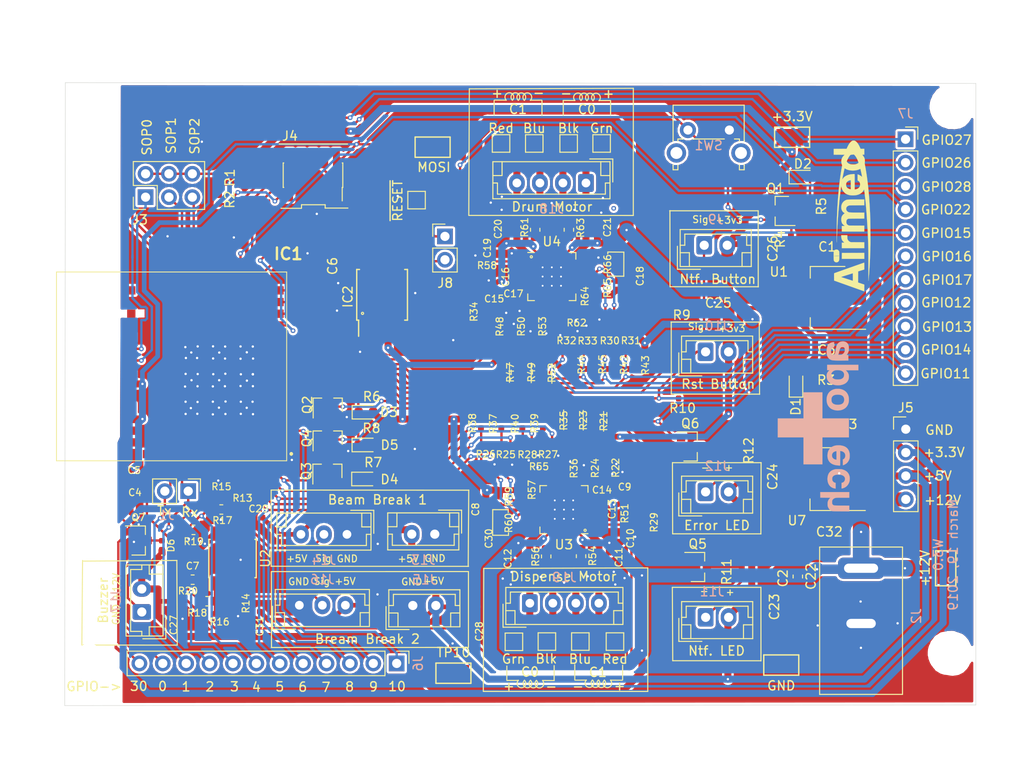
<source format=kicad_pcb>
(kicad_pcb (version 20171130) (host pcbnew "(6.0.0-rc1-dev-1030-g80d50d98b)")
  (layers (0 F.Cu signal) (31 B.Cu signal hide) (34 B.Paste user) (35 F.Paste user) (36 B.SilkS user) (37 F.SilkS user) (38 B.Mask user) (39 F.Mask user) (44 Edge.Cuts user))
  (net 0 "")
  (net 1 "Net-(IC1-Pad45)")
  (net 2 "Net-(IC1-Pad41)")
  (net 3 "Net-(IC1-Pad39)")
  (net 4 "Net-(IC1-Pad33)")
  (net 5 "Net-(IC1-Pad31)")
  (net 6 "Net-(IC1-Pad29)")
  (net 7 "Net-(IC1-Pad20)")
  (net 8 GND)
  (net 9 "Net-(D3-Pad1)")
  (net 10 "Net-(D4-Pad1)")
  (net 11 "Net-(D5-Pad1)")
  (net 12 "Net-(J4-Pad1)")
  (net 13 "Net-(Q1-Pad3)")
  (net 14 "Net-(Q2-Pad3)")
  (net 15 "Net-(Q3-Pad3)")
  (net 16 "Net-(Q4-Pad3)")
  (net 17 "Net-(J3-Pad2)")
  (net 18 +3V3)
  (net 19 "Net-(C14-Pad1)")
  (net 20 +5V)
  (net 21 "Net-(D1-Pad1)")
  (net 22 "Net-(IC2-Pad5)")
  (net 23 "Net-(C9-Pad2)")
  (net 24 "Net-(C13-Pad2)")
  (net 25 "Net-(C13-Pad1)")
  (net 26 "Net-(C15-Pad2)")
  (net 27 "Net-(C16-Pad2)")
  (net 28 "Net-(C16-Pad1)")
  (net 29 "Net-(C17-Pad1)")
  (net 30 "Net-(D2-Pad2)")
  (net 31 "Net-(D6-Pad2)")
  (net 32 GPIO9)
  (net 33 GPIO8)
  (net 34 GPIO7)
  (net 35 GPIO6)
  (net 36 GPIO5)
  (net 37 BBSense2)
  (net 38 BBSense1)
  (net 39 GPIO2)
  (net 40 GPIO1)
  (net 41 GPIO0)
  (net 42 BuzzCtrl)
  (net 43 "Net-(IC1-Pad36)")
  (net 44 nRESET)
  (net 45 SOP0)
  (net 46 GPIO27)
  (net 47 GPIO26)
  (net 48 SOP1)
  (net 49 SOP2)
  (net 50 JTAG_TMS)
  (net 51 JTAG_TCK)
  (net 52 GPIO28)
  (net 53 JTAG_TDO)
  (net 54 FLASH_MOSI)
  (net 55 FLASH_CLK)
  (net 56 FLASH_nCS)
  (net 57 FLASH_MISO)
  (net 58 JTAG_TDI)
  (net 59 GPIO22)
  (net 60 GPIO13)
  (net 61 GPIO12)
  (net 62 GPIO17)
  (net 63 GPIO16)
  (net 64 GPIO15)
  (net 65 GPIO14)
  (net 66 Err_LED)
  (net 67 GPIO10)
  (net 68 "Net-(J11-Pad1)")
  (net 69 "Net-(J12-Pad1)")
  (net 70 "Net-(J14-Pad2)")
  (net 71 "Net-(J16-Pad2)")
  (net 72 D2_OUT2B)
  (net 73 D2_OUT2A)
  (net 74 D2_OUT1B)
  (net 75 D2_OUT1A)
  (net 76 OUT2B)
  (net 77 OUT2A)
  (net 78 OUT1B)
  (net 79 OUT1A)
  (net 80 "Net-(Q5-Pad3)")
  (net 81 "Net-(Q6-Pad3)")
  (net 82 "Net-(R13-Pad1)")
  (net 83 "Net-(R14-Pad1)")
  (net 84 "Net-(R15-Pad2)")
  (net 85 "Net-(R16-Pad2)")
  (net 86 MS1)
  (net 87 MS2)
  (net 88 STEP)
  (net 89 DIR)
  (net 90 ~RESET)
  (net 91 ~SLEEP)
  (net 92 ~ENABLE)
  (net 93 D2_STEP)
  (net 94 D2_DIR)
  (net 95 ~D2_RESET)
  (net 96 ~D2_SLEEP)
  (net 97 ~D2_ENABLE)
  (net 98 MS3)
  (net 99 D2_MS1)
  (net 100 D2_MS2)
  (net 101 D2_MS3)
  (net 102 "Net-(R54-Pad1)")
  (net 103 "Net-(R55-Pad1)")
  (net 104 "Net-(R56-Pad2)")
  (net 105 "Net-(R59-Pad1)")
  (net 106 "Net-(R61-Pad1)")
  (net 107 "Net-(R62-Pad1)")
  (net 108 "Net-(R63-Pad2)")
  (net 109 "Net-(R65-Pad1)")
  (net 110 +12V)
  (module Resistor_SMD:R_0402_1005Metric (layer F.Cu) (at 145.71472 99.3648 270)
    (fp_text reference R47 (at 2.00152 -0.05588 270) (layer F.SilkS) (effects (font (size 0.746 0.746) (thickness 0.1246))))
    (fp_text value 0)
    (pad 2 smd roundrect (at 0.485 0 270) (size 0.59 0.64) (layers F.Cu F.Paste F.Mask) (net 18 +3V3))
    (pad 1 smd roundrect (at -0.485 0 270) (size 0.59 0.64) (layers F.Cu F.Paste F.Mask) (net 99 D2_MS1))
  )
  (module Connector_PinHeader_2.54mm:PinHeader_1x04_P2.54mm_Vertical (layer F.Cu) (at 188.71184 107.51312)
    (fp_text reference J5 (at 0 -2.33) (layer F.SilkS))
    (fp_text value Conn_01x04_Male)
    (pad 4 thru_hole oval (at 0 7.62) (size 1.7 1.7) (drill 1) (layers *.Cu *.Mask) (net 110 +12V))
    (pad 3 thru_hole oval (at 0 5.08) (size 1.7 1.7) (drill 1) (layers *.Cu *.Mask) (net 20 +5V))
    (pad 2 thru_hole oval (at 0 2.54) (size 1.7 1.7) (drill 1) (layers *.Cu *.Mask) (net 18 +3V3))
    (pad 1 thru_hole rect (at 0 0) (size 1.7 1.7) (drill 1) (layers *.Cu *.Mask) (net 8 GND))
  )
  (module Package_TO_SOT_SMD:SOT-223-3_TabPin2 (layer F.Cu) (at 180.21808 112.93348 180)
    (fp_text reference U7 (at 3.33248 -4.50088 180) (layer F.SilkS))
    (fp_text value LM340)
    (pad 1 smd rect (at -3.15 -2.3 180) (size 2 1.5) (layers F.Cu F.Paste F.Mask) (net 110 +12V))
    (pad 3 smd rect (at -3.15 2.3 180) (size 2 1.5) (layers F.Cu F.Paste F.Mask) (net 20 +5V))
    (pad 2 smd rect (at -3.15 0 180) (size 2 1.5) (layers F.Cu F.Paste F.Mask) (net 8 GND))
    (pad 2 smd rect (at 3.15 0 180) (size 2 3.8) (layers F.Cu F.Paste F.Mask) (net 8 GND))
  )
  (module TestPoint:TestPoint_Keystone_5015_Micro-Minature (layer F.Cu) (at 139.58824 134.0104)
    (fp_text reference TP10 (at 0 -2.25) (layer F.SilkS))
    (fp_text value TestPoint_Flag)
    (pad 1 smd rect (at 0 0) (size 3.4 1.8) (layers F.Cu F.Paste F.Mask) (net 20 +5V))
  )
  (module Capacitor_SMD:C_0402_1005Metric (layer F.Cu) (at 181.9656 108.39196 180)
    (fp_text reference C33 (at -0.04572 1.41224 180) (layer F.SilkS))
    (fp_text value 0.1uF)
    (pad 2 smd roundrect (at 0.485 0 180) (size 0.59 0.64) (layers F.Cu F.Paste F.Mask) (net 8 GND))
    (pad 1 smd roundrect (at -0.485 0 180) (size 0.59 0.64) (layers F.Cu F.Paste F.Mask) (net 20 +5V))
  )
  (module Capacitor_SMD:C_0402_1005Metric (layer F.Cu) (at 180.40604 117.48516 180)
    (fp_text reference C32 (at 0 -1.17 180) (layer F.SilkS))
    (fp_text value 0.22uF)
    (pad 2 smd roundrect (at 0.485 0 180) (size 0.59 0.64) (layers F.Cu F.Paste F.Mask) (net 8 GND))
    (pad 1 smd roundrect (at -0.485 0 180) (size 0.59 0.64) (layers F.Cu F.Paste F.Mask) (net 110 +12V))
  )
  (module TestPoint:TestPoint_Pad_1.5x1.5mm (layer F.Cu) (at 135.5852 82.63636)
    (fp_text reference ~RESET (at -2.05232 0.06096 90) (layer F.SilkS))
    (fp_text value TestPoint_Flag)
    (pad 1 smd rect (at 0 0) (size 1.5 1.5) (layers F.Cu F.Mask) (net 44 nRESET))
  )
  (module Capacitor_SMD:C_0402_1005Metric (layer F.Cu) (at 118.5672 126.83744 90)
    (fp_text reference C31 (at -2.08788 -0.00508 90) (layer F.SilkS) (effects (font (size 0.746 0.746) (thickness 0.1246))))
    (fp_text value 0.1uF)
    (pad 2 smd roundrect (at 0.485 0 90) (size 0.59 0.64) (layers F.Cu F.Paste F.Mask) (net 8 GND))
    (pad 1 smd roundrect (at -0.485 0 90) (size 0.59 0.64) (layers F.Cu F.Paste F.Mask) (net 20 +5V))
  )
  (module Capacitor_SMD:C_0402_1005Metric (layer F.Cu) (at 142.22476 119.4308 90)
    (fp_text reference C30 (at 0.04572 1.21412 90) (layer F.SilkS) (effects (font (size 0.746 0.746) (thickness 0.1246))))
    (fp_text value 0.1uF)
    (pad 2 smd roundrect (at 0.485 0 90) (size 0.59 0.64) (layers F.Cu F.Paste F.Mask) (net 8 GND))
    (pad 1 smd roundrect (at -0.485 0 90) (size 0.59 0.64) (layers F.Cu F.Paste F.Mask) (net 20 +5V))
  )
  (module Capacitor_SMD:C_0402_1005Metric (layer F.Cu) (at 118.37924 117.1194 180)
    (fp_text reference C29 (at -0.04572 0.96012) (layer F.SilkS) (effects (font (size 0.746 0.746) (thickness 0.1246))))
    (fp_text value 0.1uF)
    (pad 2 smd roundrect (at 0.485 0 180) (size 0.59 0.64) (layers F.Cu F.Paste F.Mask) (net 8 GND))
    (pad 1 smd roundrect (at -0.485 0 180) (size 0.59 0.64) (layers F.Cu F.Paste F.Mask) (net 20 +5V))
  )
  (module Capacitor_SMD:C_0402_1005Metric (layer F.Cu) (at 141.95044 127.29464 270)
    (fp_text reference C28 (at 2.17932 -0.43688 270) (layer F.SilkS) (effects (font (size 0.746 0.746) (thickness 0.1246))))
    (fp_text value 0.1uF)
    (pad 2 smd roundrect (at 0.485 0 270) (size 0.59 0.64) (layers F.Cu F.Paste F.Mask) (net 8 GND))
    (pad 1 smd roundrect (at -0.485 0 270) (size 0.59 0.64) (layers F.Cu F.Paste F.Mask) (net 20 +5V))
  )
  (module Capacitor_SMD:C_0402_1005Metric (layer F.Cu) (at 109.20476 126.6952 270)
    (fp_text reference C27 (at 2.0828 -0.01016 270) (layer F.SilkS) (effects (font (size 0.746 0.746) (thickness 0.1246))))
    (fp_text value 0.1uF)
    (pad 2 smd roundrect (at 0.485 0 270) (size 0.59 0.64) (layers F.Cu F.Paste F.Mask) (net 8 GND))
    (pad 1 smd roundrect (at -0.485 0 270) (size 0.59 0.64) (layers F.Cu F.Paste F.Mask) (net 110 +12V))
  )
  (module Capacitor_SMD:C_0402_1005Metric (layer F.Cu) (at 173.09592 87.89924 270)
    (fp_text reference C26 (at 0 -1.17 270) (layer F.SilkS))
    (fp_text value 0.1uF)
    (pad 2 smd roundrect (at 0.485 0 270) (size 0.59 0.64) (layers F.Cu F.Paste F.Mask) (net 8 GND))
    (pad 1 smd roundrect (at -0.485 0 270) (size 0.59 0.64) (layers F.Cu F.Paste F.Mask) (net 18 +3V3))
  )
  (module Capacitor_SMD:C_0402_1005Metric (layer F.Cu) (at 168.69156 95.08744 180)
    (fp_text reference C25 (at 0.33528 1.28524 180) (layer F.SilkS))
    (fp_text value 0.1uF)
    (pad 2 smd roundrect (at 0.485 0 180) (size 0.59 0.64) (layers F.Cu F.Paste F.Mask) (net 8 GND))
    (pad 1 smd roundrect (at -0.485 0 180) (size 0.59 0.64) (layers F.Cu F.Paste F.Mask) (net 18 +3V3))
  )
  (module Capacitor_SMD:C_0402_1005Metric (layer F.Cu) (at 173.08068 112.67948 270)
    (fp_text reference C24 (at 0 -1.17 270) (layer F.SilkS))
    (fp_text value 0.1uF)
    (pad 2 smd roundrect (at 0.485 0 270) (size 0.59 0.64) (layers F.Cu F.Paste F.Mask) (net 8 GND))
    (pad 1 smd roundrect (at -0.485 0 270) (size 0.59 0.64) (layers F.Cu F.Paste F.Mask) (net 20 +5V))
  )
  (module Capacitor_SMD:C_0402_1005Metric (layer F.Cu) (at 173.27372 126.80696 270)
    (fp_text reference C23 (at 0 -1.17 270) (layer F.SilkS))
    (fp_text value 0.1uF)
    (pad 2 smd roundrect (at 0.485 0 270) (size 0.59 0.64) (layers F.Cu F.Paste F.Mask) (net 8 GND))
    (pad 1 smd roundrect (at -0.485 0 270) (size 0.59 0.64) (layers F.Cu F.Paste F.Mask) (net 20 +5V))
  )
  (module MountingHole:MountingHole_2.2mm_M2 (layer F.Cu) (at 193.57848 131.8768)
    (fp_text reference REF** hide)
    (fp_text value MountingHole_2.2mm_M2)
    (pad 1 np_thru_hole circle (at 0 0) (size 2.2 2.2) (drill 2.2) (layers *.Cu *.Mask))
  )
  (module MountingHole:MountingHole_2.2mm_M2 (layer F.Cu) (at 193.74104 72.52208)
    (fp_text reference REF** hide)
    (fp_text value MountingHole_2.2mm_M2)
    (pad 1 np_thru_hole circle (at 0 0) (size 2.2 2.2) (drill 2.2) (layers *.Cu *.Mask))
  )
  (module Connector_PinHeader_2.54mm:PinHeader_1x02_P2.54mm_Vertical (layer F.Cu) (at 110.78718 114.24158 270)
    (fp_text reference J1 (at 2.6162 2.3495) (layer B.SilkS) (effects (justify mirror)))
    (fp_text value Conn_01x02_Male)
    (pad 2 thru_hole oval (at 0 2.54 270) (size 1.7 1.7) (drill 1) (layers *.Cu *.Mask) (net 40 GPIO1))
    (pad 1 thru_hole rect (at 0 0 270) (size 1.7 1.7) (drill 1) (layers *.Cu *.Mask) (net 39 GPIO2))
  )
  (module Capacitor_SMD:C_0402_1005Metric (layer F.Cu) (at 111.25708 121.32818 180)
    (fp_text reference C7 (at -0.01016 -1.03886 180) (layer F.SilkS) (effects (font (size 0.746 0.746) (thickness 0.1246))))
    (fp_text value 0.1uF)
    (pad 2 smd roundrect (at 0.485 0 180) (size 0.59 0.64) (layers F.Cu F.Paste F.Mask) (net 8 GND))
    (pad 1 smd roundrect (at -0.485 0 180) (size 0.59 0.64) (layers F.Cu F.Paste F.Mask) (net 18 +3V3))
  )
  (module Package_SO:SOIC-8_3.9x4.9mm_P1.27mm (layer F.Cu) (at 115.60048 121.55678 90)
    (fp_text reference U2 (at 0.005549 3.575144 90) (layer F.SilkS))
    (fp_text value TLC272)
    (pad 8 smd rect (at 2.7 -1.905 90) (size 1.55 0.6) (layers F.Cu F.Paste F.Mask) (net 18 +3V3))
    (pad 7 smd rect (at 2.7 -0.635 90) (size 1.55 0.6) (layers F.Cu F.Paste F.Mask) (net 84 "Net-(R15-Pad2)"))
    (pad 6 smd rect (at 2.7 0.635 90) (size 1.55 0.6) (layers F.Cu F.Paste F.Mask) (net 82 "Net-(R13-Pad1)"))
    (pad 5 smd rect (at 2.7 1.905 90) (size 1.55 0.6) (layers F.Cu F.Paste F.Mask) (net 70 "Net-(J14-Pad2)"))
    (pad 4 smd rect (at -2.7 1.905 90) (size 1.55 0.6) (layers F.Cu F.Paste F.Mask) (net 8 GND))
    (pad 3 smd rect (at -2.7 0.635 90) (size 1.55 0.6) (layers F.Cu F.Paste F.Mask) (net 71 "Net-(J16-Pad2)"))
    (pad 2 smd rect (at -2.7 -0.635 90) (size 1.55 0.6) (layers F.Cu F.Paste F.Mask) (net 83 "Net-(R14-Pad1)"))
    (pad 1 smd rect (at -2.7 -1.905 90) (size 1.55 0.6) (layers F.Cu F.Paste F.Mask) (net 85 "Net-(R16-Pad2)"))
  )
  (module Resistor_SMD:R_0402_1005Metric (layer F.Cu) (at 116.55298 116.43868 90)
    (fp_text reference R13 (at 1.44272 0.12954 180) (layer F.SilkS) (effects (font (size 0.746 0.746) (thickness 0.1246))))
    (fp_text value 1K)
    (pad 2 smd roundrect (at 0.485 0 90) (size 0.59 0.64) (layers F.Cu F.Paste F.Mask) (net 8 GND))
    (pad 1 smd roundrect (at -0.485 0 90) (size 0.59 0.64) (layers F.Cu F.Paste F.Mask) (net 82 "Net-(R13-Pad1)"))
  )
  (module Resistor_SMD:R_0402_1005Metric (layer F.Cu) (at 115.49888 126.44628)
    (fp_text reference R14 (at 1.55448 -0.0254 90) (layer F.SilkS) (effects (font (size 0.746 0.746) (thickness 0.1246))))
    (fp_text value 1K)
    (pad 2 smd roundrect (at 0.485 0) (size 0.59 0.64) (layers F.Cu F.Paste F.Mask) (net 8 GND))
    (pad 1 smd roundrect (at -0.485 0) (size 0.59 0.64) (layers F.Cu F.Paste F.Mask) (net 83 "Net-(R14-Pad1)"))
  )
  (module Resistor_SMD:R_0402_1005Metric (layer F.Cu) (at 114.41938 114.76228 180)
    (fp_text reference R15 (at 0.02794 1.01092 180) (layer F.SilkS) (effects (font (size 0.746 0.746) (thickness 0.1246))))
    (fp_text value 18K)
    (pad 2 smd roundrect (at 0.485 0 180) (size 0.59 0.64) (layers F.Cu F.Paste F.Mask) (net 84 "Net-(R15-Pad2)"))
    (pad 1 smd roundrect (at -0.485 0 180) (size 0.59 0.64) (layers F.Cu F.Paste F.Mask) (net 8 GND))
  )
  (module Resistor_SMD:R_0402_1005Metric (layer F.Cu) (at 114.19078 127.56388 180)
    (fp_text reference R16 (at 0.00254 -0.87376 180) (layer F.SilkS) (effects (font (size 0.746 0.746) (thickness 0.1246))))
    (fp_text value 18K)
    (pad 2 smd roundrect (at 0.485 0 180) (size 0.59 0.64) (layers F.Cu F.Paste F.Mask) (net 85 "Net-(R16-Pad2)"))
    (pad 1 smd roundrect (at -0.485 0 180) (size 0.59 0.64) (layers F.Cu F.Paste F.Mask) (net 8 GND))
  )
  (module Resistor_SMD:R_0603_1608Metric (layer F.Cu) (at 114.38128 116.23548)
    (fp_text reference R17 (at 0.11684 1.18364) (layer F.SilkS) (effects (font (size 0.746 0.746) (thickness 0.1246))))
    (fp_text value 680)
    (pad 2 smd roundrect (at 0.7875 0) (size 0.875 0.95) (layers F.Cu F.Paste F.Mask) (net 84 "Net-(R15-Pad2)"))
    (pad 1 smd roundrect (at -0.7875 0) (size 0.875 0.95) (layers F.Cu F.Paste F.Mask) (net 38 BBSense1))
  )
  (module Resistor_SMD:R_0603_1608Metric (layer F.Cu) (at 112.85728 126.19228)
    (fp_text reference R18 (at -1.0922 1.27508) (layer F.SilkS) (effects (font (size 0.746 0.746) (thickness 0.1246))))
    (fp_text value 680)
    (pad 2 smd roundrect (at 0.7875 0) (size 0.875 0.95) (layers F.Cu F.Paste F.Mask) (net 85 "Net-(R16-Pad2)"))
    (pad 1 smd roundrect (at -0.7875 0) (size 0.875 0.95) (layers F.Cu F.Paste F.Mask) (net 37 BBSense2))
  )
  (module Resistor_SMD:R_0603_1608Metric (layer F.Cu) (at 111.3536 118.44528)
    (fp_text reference R19 (at 0.02286 1.26746) (layer F.SilkS) (effects (font (size 0.746 0.746) (thickness 0.1246))))
    (fp_text value 330)
    (pad 2 smd roundrect (at 0.7875 0) (size 0.875 0.95) (layers F.Cu F.Paste F.Mask) (net 8 GND))
    (pad 1 smd roundrect (at -0.7875 0) (size 0.875 0.95) (layers F.Cu F.Paste F.Mask) (net 38 BBSense1))
  )
  (module Resistor_SMD:R_0603_1608Metric (layer F.Cu) (at 111.26978 123.85548)
    (fp_text reference R20 (at -0.51054 1.2192) (layer F.SilkS) (effects (font (size 0.746 0.746) (thickness 0.1246))))
    (fp_text value 330)
    (pad 2 smd roundrect (at 0.7875 0) (size 0.875 0.95) (layers F.Cu F.Paste F.Mask) (net 8 GND))
    (pad 1 smd roundrect (at -0.7875 0) (size 0.875 0.95) (layers F.Cu F.Paste F.Mask) (net 37 BBSense2))
  )
  (module Capacitor_SMD:C_0402_1005Metric (layer F.Cu) (at 105.00868 115.27028)
    (fp_text reference C4 (at -0.00508 -0.87884) (layer F.SilkS) (effects (font (size 0.746 0.746) (thickness 0.1246))))
    (fp_text value 0.1uF)
    (pad 2 smd roundrect (at 0.485 0) (size 0.59 0.64) (layers F.Cu F.Paste F.Mask) (net 8 GND))
    (pad 1 smd roundrect (at -0.485 0) (size 0.59 0.64) (layers F.Cu F.Paste F.Mask) (net 18 +3V3))
  )
  (module Capacitor_SMD:C_0603_1608Metric (layer F.Cu) (at 176.9872 123.51004 270)
    (fp_text reference C22 (at 0 -1.43 270) (layer F.SilkS))
    (fp_text value 10uF)
    (pad 2 smd roundrect (at 0.7875 0 270) (size 0.875 0.95) (layers F.Cu F.Paste F.Mask) (net 8 GND))
    (pad 1 smd roundrect (at -0.7875 0 270) (size 0.875 0.95) (layers F.Cu F.Paste F.Mask) (net 110 +12V))
  )
  (module Package_DFN_QFN:QFN-28-1EP_5x5mm_P0.5mm_EP3.35x3.35mm_ThermalVias (layer F.Cu) (at 150.27148 90.93708)
    (fp_text reference U4 (at 0 -3.8) (layer F.SilkS))
    (fp_text value A4988)
    (pad 28 smd roundrect (at -1.5 -2.45) (size 0.25 0.8) (layers F.Cu F.Paste F.Mask) (net 110 +12V))
    (pad 27 smd roundrect (at -1 -2.45) (size 0.25 0.8) (layers F.Cu F.Paste F.Mask) (net 106 "Net-(R61-Pad1)"))
    (pad 26 smd roundrect (at -0.5 -2.45) (size 0.25 0.8) (layers F.Cu F.Paste F.Mask) (net 73 D2_OUT2A))
    (pad 25 smd roundrect (at 0 -2.45) (size 0.25 0.8) (layers F.Cu F.Paste F.Mask) (net 8 GND))
    (pad 24 smd roundrect (at 0.5 -2.45) (size 0.25 0.8) (layers F.Cu F.Paste F.Mask) (net 75 D2_OUT1A))
    (pad 23 smd roundrect (at 1 -2.45) (size 0.25 0.8) (layers F.Cu F.Paste F.Mask) (net 108 "Net-(R63-Pad2)"))
    (pad 22 smd roundrect (at 1.5 -2.45) (size 0.25 0.8) (layers F.Cu F.Paste F.Mask) (net 110 +12V))
    (pad 21 smd roundrect (at 2.45 -1.5) (size 0.8 0.25) (layers F.Cu F.Paste F.Mask) (net 74 D2_OUT1B))
    (pad 20 smd roundrect (at 2.45 -1) (size 0.8 0.25) (layers F.Cu F.Paste F.Mask) (net 8 GND))
    (pad 19 smd roundrect (at 2.45 -0.5) (size 0.8 0.25) (layers F.Cu F.Paste F.Mask) (net 94 D2_DIR))
    (pad 18 smd roundrect (at 2.45 0) (size 0.8 0.25) (layers F.Cu F.Paste F.Mask) (net 8 GND))
    (pad 17 smd roundrect (at 2.45 0.5) (size 0.8 0.25) (layers F.Cu F.Paste F.Mask) (net 109 "Net-(R65-Pad1)"))
    (pad 16 smd roundrect (at 2.45 1) (size 0.8 0.25) (layers F.Cu F.Paste F.Mask) (net 93 D2_STEP))
    (pad 15 smd roundrect (at 2.45 1.5) (size 0.8 0.25) (layers F.Cu F.Paste F.Mask) (net 18 +3V3))
    (pad 14 smd roundrect (at 1.5 2.45) (size 0.25 0.8) (layers F.Cu F.Paste F.Mask) (net 96 ~D2_SLEEP))
    (pad 13 smd roundrect (at 1 2.45) (size 0.25 0.8) (layers F.Cu F.Paste F.Mask) (net 107 "Net-(R62-Pad1)"))
    (pad 12 smd roundrect (at 0.5 2.45) (size 0.25 0.8) (layers F.Cu F.Paste F.Mask) (net 95 ~D2_RESET))
    (pad 11 smd roundrect (at 0 2.45) (size 0.25 0.8) (layers F.Cu F.Paste F.Mask) (net 101 D2_MS3))
    (pad 10 smd roundrect (at -0.5 2.45) (size 0.25 0.8) (layers F.Cu F.Paste F.Mask) (net 100 D2_MS2))
    (pad 9 smd roundrect (at -1 2.45) (size 0.25 0.8) (layers F.Cu F.Paste F.Mask) (net 99 D2_MS1))
    (pad 8 smd roundrect (at -1.5 2.45) (size 0.25 0.8) (layers F.Cu F.Paste F.Mask) (net 29 "Net-(C17-Pad1)"))
    (pad 7 smd roundrect (at -2.45 1.5) (size 0.8 0.25) (layers F.Cu F.Paste F.Mask) (net 8 GND))
    (pad 6 smd roundrect (at -2.45 1) (size 0.8 0.25) (layers F.Cu F.Paste F.Mask) (net 26 "Net-(C15-Pad2)"))
    (pad 5 smd roundrect (at -2.45 0.5) (size 0.8 0.25) (layers F.Cu F.Paste F.Mask) (net 28 "Net-(C16-Pad1)"))
    (pad 4 smd roundrect (at -2.45 0) (size 0.8 0.25) (layers F.Cu F.Paste F.Mask) (net 27 "Net-(C16-Pad2)"))
    (pad 3 smd roundrect (at -2.45 -0.5) (size 0.8 0.25) (layers F.Cu F.Paste F.Mask) (net 8 GND))
    (pad 2 smd roundrect (at -2.45 -1) (size 0.8 0.25) (layers F.Cu F.Paste F.Mask) (net 97 ~D2_ENABLE))
    (pad 1 smd roundrect (at -2.45 -1.5) (size 0.8 0.25) (layers F.Cu F.Paste F.Mask) (net 72 D2_OUT2B))
    (pad 29 smd roundrect (at 0 0) (size 2.5 2.5) (layers B.Cu) (roundrect_rratio 0.1) (net 8 GND))
    (pad 29 thru_hole circle (at 1 1) (size 0.5 0.5) (drill 0.2) (layers *.Cu) (net 8 GND))
    (pad 29 thru_hole circle (at 0 1) (size 0.5 0.5) (drill 0.2) (layers *.Cu) (net 8 GND))
    (pad 29 thru_hole circle (at -1 1) (size 0.5 0.5) (drill 0.2) (layers *.Cu) (net 8 GND))
    (pad 29 thru_hole circle (at 1 0) (size 0.5 0.5) (drill 0.2) (layers *.Cu) (net 8 GND))
    (pad 29 thru_hole circle (at 0 0) (size 0.5 0.5) (drill 0.2) (layers *.Cu) (net 8 GND))
    (pad 29 thru_hole circle (at -1 0) (size 0.5 0.5) (drill 0.2) (layers *.Cu) (net 8 GND))
    (pad 29 thru_hole circle (at 1 -1) (size 0.5 0.5) (drill 0.2) (layers *.Cu) (net 8 GND))
    (pad 29 thru_hole circle (at 0 -1) (size 0.5 0.5) (drill 0.2) (layers *.Cu) (net 8 GND))
    (pad 29 thru_hole circle (at -1 -1) (size 0.5 0.5) (drill 0.2) (layers *.Cu) (net 8 GND))
    (pad 29 smd roundrect (at 0 0) (size 3.35 3.35) (layers F.Cu F.Mask) (roundrect_rratio 0.074627) (net 8 GND))
  )
  (module Package_DFN_QFN:QFN-28-1EP_5x5mm_P0.5mm_EP3.35x3.35mm_ThermalVias (layer F.Cu) (at 151.59228 116.24818 180)
    (fp_text reference U3 (at 0 -3.8 180) (layer F.SilkS))
    (fp_text value A4988)
    (pad 28 smd roundrect (at -1.5 -2.45 180) (size 0.25 0.8) (layers F.Cu F.Paste F.Mask) (net 110 +12V))
    (pad 27 smd roundrect (at -1 -2.45 180) (size 0.25 0.8) (layers F.Cu F.Paste F.Mask) (net 102 "Net-(R54-Pad1)"))
    (pad 26 smd roundrect (at -0.5 -2.45 180) (size 0.25 0.8) (layers F.Cu F.Paste F.Mask) (net 77 OUT2A))
    (pad 25 smd roundrect (at 0 -2.45 180) (size 0.25 0.8) (layers F.Cu F.Paste F.Mask) (net 8 GND))
    (pad 24 smd roundrect (at 0.5 -2.45 180) (size 0.25 0.8) (layers F.Cu F.Paste F.Mask) (net 79 OUT1A))
    (pad 23 smd roundrect (at 1 -2.45 180) (size 0.25 0.8) (layers F.Cu F.Paste F.Mask) (net 104 "Net-(R56-Pad2)"))
    (pad 22 smd roundrect (at 1.5 -2.45 180) (size 0.25 0.8) (layers F.Cu F.Paste F.Mask) (net 110 +12V))
    (pad 21 smd roundrect (at 2.45 -1.5 180) (size 0.8 0.25) (layers F.Cu F.Paste F.Mask) (net 78 OUT1B))
    (pad 20 smd roundrect (at 2.45 -1 180) (size 0.8 0.25) (layers F.Cu F.Paste F.Mask) (net 8 GND))
    (pad 19 smd roundrect (at 2.45 -0.5 180) (size 0.8 0.25) (layers F.Cu F.Paste F.Mask) (net 89 DIR))
    (pad 18 smd roundrect (at 2.45 0 180) (size 0.8 0.25) (layers F.Cu F.Paste F.Mask) (net 8 GND))
    (pad 17 smd roundrect (at 2.45 0.5 180) (size 0.8 0.25) (layers F.Cu F.Paste F.Mask) (net 105 "Net-(R59-Pad1)"))
    (pad 16 smd roundrect (at 2.45 1 180) (size 0.8 0.25) (layers F.Cu F.Paste F.Mask) (net 88 STEP))
    (pad 15 smd roundrect (at 2.45 1.5 180) (size 0.8 0.25) (layers F.Cu F.Paste F.Mask) (net 18 +3V3))
    (pad 14 smd roundrect (at 1.5 2.45 180) (size 0.25 0.8) (layers F.Cu F.Paste F.Mask) (net 91 ~SLEEP))
    (pad 13 smd roundrect (at 1 2.45 180) (size 0.25 0.8) (layers F.Cu F.Paste F.Mask) (net 103 "Net-(R55-Pad1)"))
    (pad 12 smd roundrect (at 0.5 2.45 180) (size 0.25 0.8) (layers F.Cu F.Paste F.Mask) (net 90 ~RESET))
    (pad 11 smd roundrect (at 0 2.45 180) (size 0.25 0.8) (layers F.Cu F.Paste F.Mask) (net 98 MS3))
    (pad 10 smd roundrect (at -0.5 2.45 180) (size 0.25 0.8) (layers F.Cu F.Paste F.Mask) (net 87 MS2))
    (pad 9 smd roundrect (at -1 2.45 180) (size 0.25 0.8) (layers F.Cu F.Paste F.Mask) (net 86 MS1))
    (pad 8 smd roundrect (at -1.5 2.45 180) (size 0.25 0.8) (layers F.Cu F.Paste F.Mask) (net 19 "Net-(C14-Pad1)"))
    (pad 7 smd roundrect (at -2.45 1.5 180) (size 0.8 0.25) (layers F.Cu F.Paste F.Mask) (net 8 GND))
    (pad 6 smd roundrect (at -2.45 1 180) (size 0.8 0.25) (layers F.Cu F.Paste F.Mask) (net 23 "Net-(C9-Pad2)"))
    (pad 5 smd roundrect (at -2.45 0.5 180) (size 0.8 0.25) (layers F.Cu F.Paste F.Mask) (net 25 "Net-(C13-Pad1)"))
    (pad 4 smd roundrect (at -2.45 0 180) (size 0.8 0.25) (layers F.Cu F.Paste F.Mask) (net 24 "Net-(C13-Pad2)"))
    (pad 3 smd roundrect (at -2.45 -0.5 180) (size 0.8 0.25) (layers F.Cu F.Paste F.Mask) (net 8 GND))
    (pad 2 smd roundrect (at -2.45 -1 180) (size 0.8 0.25) (layers F.Cu F.Paste F.Mask) (net 92 ~ENABLE))
    (pad 1 smd roundrect (at -2.45 -1.5 180) (size 0.8 0.25) (layers F.Cu F.Paste F.Mask) (net 76 OUT2B))
    (pad 29 smd roundrect (at 0 0 180) (size 2.5 2.5) (layers B.Cu) (roundrect_rratio 0.1) (net 8 GND))
    (pad 29 thru_hole circle (at 1 1 180) (size 0.5 0.5) (drill 0.2) (layers *.Cu) (net 8 GND))
    (pad 29 thru_hole circle (at 0 1 180) (size 0.5 0.5) (drill 0.2) (layers *.Cu) (net 8 GND))
    (pad 29 thru_hole circle (at -1 1 180) (size 0.5 0.5) (drill 0.2) (layers *.Cu) (net 8 GND))
    (pad 29 thru_hole circle (at 1 0 180) (size 0.5 0.5) (drill 0.2) (layers *.Cu) (net 8 GND))
    (pad 29 thru_hole circle (at 0 0 180) (size 0.5 0.5) (drill 0.2) (layers *.Cu) (net 8 GND))
    (pad 29 thru_hole circle (at -1 0 180) (size 0.5 0.5) (drill 0.2) (layers *.Cu) (net 8 GND))
    (pad 29 thru_hole circle (at 1 -1 180) (size 0.5 0.5) (drill 0.2) (layers *.Cu) (net 8 GND))
    (pad 29 thru_hole circle (at 0 -1 180) (size 0.5 0.5) (drill 0.2) (layers *.Cu) (net 8 GND))
    (pad 29 thru_hole circle (at -1 -1 180) (size 0.5 0.5) (drill 0.2) (layers *.Cu) (net 8 GND))
    (pad 29 smd roundrect (at 0 0 180) (size 3.35 3.35) (layers F.Cu F.Mask) (roundrect_rratio 0.074627) (net 8 GND))
  )
  (module Package_TO_SOT_SMD:SOT-223-3_TabPin2 (layer F.Cu) (at 180.24856 93.25356 180)
    (fp_text reference U1 (at 5.31876 2.82956 180) (layer F.SilkS))
    (fp_text value AP2114)
    (pad 1 smd rect (at -3.15 -2.3 180) (size 2 1.5) (layers F.Cu F.Paste F.Mask) (net 8 GND))
    (pad 3 smd rect (at -3.15 2.3 180) (size 2 1.5) (layers F.Cu F.Paste F.Mask) (net 20 +5V))
    (pad 2 smd rect (at -3.15 0 180) (size 2 1.5) (layers F.Cu F.Paste F.Mask) (net 18 +3V3))
    (pad 2 smd rect (at 3.15 0 180) (size 2 3.8) (layers F.Cu F.Paste F.Mask) (net 18 +3V3))
  )
  (module TestPoint:TestPoint_Keystone_5015_Micro-Minature (layer F.Cu) (at 137.32764 76.8858 180)
    (fp_text reference MOSI (at -0.14224 -2.1844 180) (layer F.SilkS))
    (fp_text value TestPoint_Flag)
    (pad 1 smd rect (at 0 0 180) (size 3.4 1.8) (layers F.Cu F.Paste F.Mask) (net 54 FLASH_MOSI))
  )
  (module TestPoint:TestPoint_Pad_1.5x1.5mm (layer F.Cu) (at 157.12948 130.57378 180)
    (fp_text reference Red (at 0 -1.89738 180) (layer F.SilkS))
    (fp_text value TestPoint_Flag)
    (pad 1 smd rect (at 0 0 180) (size 1.5 1.5) (layers F.Cu F.Mask) (net 76 OUT2B))
  )
  (module TestPoint:TestPoint_Pad_1.5x1.5mm (layer F.Cu) (at 146.15668 130.59918 180)
    (fp_text reference Grn (at 0.04064 -1.87198 180) (layer F.SilkS))
    (fp_text value TestPoint_Flag)
    (pad 1 smd rect (at 0 0 180) (size 1.5 1.5) (layers F.Cu F.Mask) (net 78 OUT1B))
  )
  (module TestPoint:TestPoint_Pad_1.5x1.5mm (layer F.Cu) (at 144.75968 76.48448)
    (fp_text reference Red (at 0 -1.648) (layer F.SilkS))
    (fp_text value TestPoint_Flag)
    (pad 1 smd rect (at 0 0) (size 1.5 1.5) (layers F.Cu F.Mask) (net 72 D2_OUT2B))
  )
  (module TestPoint:TestPoint_Pad_1.5x1.5mm (layer F.Cu) (at 155.68168 76.48448)
    (fp_text reference Grn (at 0 -1.648) (layer F.SilkS))
    (fp_text value TestPoint_Flag)
    (pad 1 smd rect (at 0 0) (size 1.5 1.5) (layers F.Cu F.Mask) (net 74 D2_OUT1B))
  )
  (module TestPoint:TestPoint_Pad_1.5x1.5mm (layer F.Cu) (at 153.37028 130.57378 180)
    (fp_text reference Blu (at 0.03048 -1.89738 180) (layer F.SilkS))
    (fp_text value TestPoint_Flag)
    (pad 1 smd rect (at 0 0 180) (size 1.5 1.5) (layers F.Cu F.Mask) (net 77 OUT2A))
  )
  (module TestPoint:TestPoint_Pad_1.5x1.5mm (layer F.Cu) (at 149.73808 130.57378 180)
    (fp_text reference Blk (at 0.06096 -1.87198 180) (layer F.SilkS))
    (fp_text value TestPoint_Flag)
    (pad 1 smd rect (at 0 0 180) (size 1.5 1.5) (layers F.Cu F.Mask) (net 79 OUT1A))
  )
  (module TestPoint:TestPoint_Pad_1.5x1.5mm (layer F.Cu) (at 148.36648 76.48448)
    (fp_text reference Blu (at 0 -1.648) (layer F.SilkS))
    (fp_text value TestPoint_Flag)
    (pad 1 smd rect (at 0 0) (size 1.5 1.5) (layers F.Cu F.Mask) (net 73 D2_OUT2A))
  )
  (module TestPoint:TestPoint_Pad_1.5x1.5mm (layer F.Cu) (at 152.10028 76.48448)
    (fp_text reference Blk (at 0 -1.648) (layer F.SilkS))
    (fp_text value TestPoint_Flag)
    (pad 1 smd rect (at 0 0) (size 1.5 1.5) (layers F.Cu F.Mask) (net 75 D2_OUT1A))
  )
  (module Button_Switch_THT:SW_Tactile_SPST_Angled_PTS645Vx39-2LFS (layer F.Cu) (at 165.05428 75.02652)
    (fp_text reference SW1 (at 2.25 1.68) (layer B.SilkS) (effects (justify mirror)))
    (fp_text value SW_Push)
    (pad "" thru_hole circle (at -1.25 2.49) (size 2.1 2.1) (drill 1.3) (layers *.Cu *.Mask))
    (pad 1 thru_hole circle (at 0 0) (size 1.75 1.75) (drill 0.99) (layers *.Cu *.Mask) (net 44 nRESET))
    (pad 2 thru_hole circle (at 4.5 0) (size 1.75 1.75) (drill 0.99) (layers *.Cu *.Mask) (net 8 GND))
    (pad "" thru_hole circle (at 5.76 2.49) (size 2.1 2.1) (drill 1.3) (layers *.Cu *.Mask))
  )
  (module Resistor_SMD:R_0402_1005Metric (layer F.Cu) (at 157.25648 89.89568 90)
    (fp_text reference R66 (at 0.29972 -0.92456 90) (layer F.SilkS) (effects (font (size 0.746 0.746) (thickness 0.1246))))
    (fp_text value 18K)
    (pad 2 smd roundrect (at 0.485 0 90) (size 0.59 0.64) (layers F.Cu F.Paste F.Mask) (net 8 GND))
    (pad 1 smd roundrect (at -0.485 0 90) (size 0.59 0.64) (layers F.Cu F.Paste F.Mask) (net 109 "Net-(R65-Pad1)"))
  )
  (module Resistor_SMD:R_0402_1005Metric (layer F.Cu) (at 157.28188 91.92768 270)
    (fp_text reference R65 (at 0.24892 0.96012 270) (layer F.SilkS) (effects (font (size 0.746 0.746) (thickness 0.1246))))
    (fp_text value 20K)
    (pad 2 smd roundrect (at 0.485 0 270) (size 0.59 0.64) (layers F.Cu F.Paste F.Mask) (net 18 +3V3))
    (pad 1 smd roundrect (at -0.485 0 270) (size 0.59 0.64) (layers F.Cu F.Paste F.Mask) (net 109 "Net-(R65-Pad1)"))
  )
  (module Resistor_SMD:R_0402_1005Metric (layer F.Cu) (at 154.79268 93.12148 270)
    (fp_text reference R64 (at -0.04572 0.91948 270) (layer F.SilkS) (effects (font (size 0.746 0.746) (thickness 0.1246))))
    (fp_text value 100K)
    (pad 2 smd roundrect (at 0.485 0 270) (size 0.59 0.64) (layers F.Cu F.Paste F.Mask) (net 96 ~D2_SLEEP))
    (pad 1 smd roundrect (at -0.485 0 270) (size 0.59 0.64) (layers F.Cu F.Paste F.Mask) (net 18 +3V3))
  )
  (module Resistor_SMD:R_0603_1608Metric (layer F.Cu) (at 152.12568 85.85708 270)
    (fp_text reference R63 (at -0.21336 -1.27 270) (layer F.SilkS) (effects (font (size 0.746 0.746) (thickness 0.1246))))
    (fp_text value 0.2)
    (pad 2 smd roundrect (at 0.7875 0 270) (size 0.875 0.95) (layers F.Cu F.Paste F.Mask) (net 108 "Net-(R63-Pad2)"))
    (pad 1 smd roundrect (at -0.7875 0 270) (size 0.875 0.95) (layers F.Cu F.Paste F.Mask) (net 8 GND))
  )
  (module Resistor_SMD:R_0402_1005Metric (layer F.Cu) (at 153.04008 94.72168)
    (fp_text reference R62 (at -0.0762 1.2446) (layer F.SilkS) (effects (font (size 0.746 0.746) (thickness 0.1246))))
    (fp_text value 10K)
    (pad 2 smd roundrect (at 0.485 0) (size 0.59 0.64) (layers F.Cu F.Paste F.Mask) (net 8 GND))
    (pad 1 smd roundrect (at -0.485 0) (size 0.59 0.64) (layers F.Cu F.Paste F.Mask) (net 107 "Net-(R62-Pad1)"))
  )
  (module Resistor_SMD:R_0603_1608Metric (layer F.Cu) (at 148.46808 85.85708 90)
    (fp_text reference R61 (at 0.26924 -1.15316 90) (layer F.SilkS) (effects (font (size 0.746 0.746) (thickness 0.1246))))
    (fp_text value 0.2)
    (pad 2 smd roundrect (at 0.7875 0 90) (size 0.875 0.95) (layers F.Cu F.Paste F.Mask) (net 8 GND))
    (pad 1 smd roundrect (at -0.7875 0 90) (size 0.875 0.95) (layers F.Cu F.Paste F.Mask) (net 106 "Net-(R61-Pad1)"))
  )
  (module Resistor_SMD:R_0402_1005Metric (layer F.Cu) (at 144.58188 117.28958 270)
    (fp_text reference R60 (at 0.40894 -1.01092 270) (layer F.SilkS) (effects (font (size 0.746 0.746) (thickness 0.1246))))
    (fp_text value 18K)
    (pad 2 smd roundrect (at 0.485 0 270) (size 0.59 0.64) (layers F.Cu F.Paste F.Mask) (net 8 GND))
    (pad 1 smd roundrect (at -0.485 0 270) (size 0.59 0.64) (layers F.Cu F.Paste F.Mask) (net 105 "Net-(R59-Pad1)"))
  )
  (module Resistor_SMD:R_0402_1005Metric (layer F.Cu) (at 144.58188 115.25758 90)
    (fp_text reference R59 (at 0.43942 1.0414 90) (layer F.SilkS) (effects (font (size 0.746 0.746) (thickness 0.1246))))
    (fp_text value 20K)
    (pad 2 smd roundrect (at 0.485 0 90) (size 0.59 0.64) (layers F.Cu F.Paste F.Mask) (net 18 +3V3))
    (pad 1 smd roundrect (at -0.485 0 90) (size 0.59 0.64) (layers F.Cu F.Paste F.Mask) (net 105 "Net-(R59-Pad1)"))
  )
  (module Resistor_SMD:R_0402_1005Metric (layer F.Cu) (at 143.24838 90.58148)
    (fp_text reference R58 (at -0.0127 -0.84328) (layer F.SilkS) (effects (font (size 0.746 0.746) (thickness 0.1246))))
    (fp_text value 100K)
    (pad 2 smd roundrect (at 0.485 0) (size 0.59 0.64) (layers F.Cu F.Paste F.Mask) (net 8 GND))
    (pad 1 smd roundrect (at -0.485 0) (size 0.59 0.64) (layers F.Cu F.Paste F.Mask) (net 97 ~D2_ENABLE))
  )
  (module Resistor_SMD:R_0402_1005Metric (layer F.Cu) (at 147.09648 114.06378 90)
    (fp_text reference R57 (at -0.0381 1.016 90) (layer F.SilkS) (effects (font (size 0.746 0.746) (thickness 0.1246))))
    (fp_text value 100K)
    (pad 2 smd roundrect (at 0.485 0 90) (size 0.59 0.64) (layers F.Cu F.Paste F.Mask) (net 91 ~SLEEP))
    (pad 1 smd roundrect (at -0.485 0 90) (size 0.59 0.64) (layers F.Cu F.Paste F.Mask) (net 18 +3V3))
  )
  (module Resistor_SMD:R_0603_1608Metric (layer F.Cu) (at 149.66188 121.32818 90)
    (fp_text reference R56 (at -0.01778 -1.14808 90) (layer F.SilkS) (effects (font (size 0.746 0.746) (thickness 0.1246))))
    (fp_text value 0.2)
    (pad 2 smd roundrect (at 0.7875 0 90) (size 0.875 0.95) (layers F.Cu F.Paste F.Mask) (net 104 "Net-(R56-Pad2)"))
    (pad 1 smd roundrect (at -0.7875 0 90) (size 0.875 0.95) (layers F.Cu F.Paste F.Mask) (net 8 GND))
  )
  (module Resistor_SMD:R_0402_1005Metric (layer F.Cu) (at 148.84908 112.48898 180)
    (fp_text reference R55 (at -0.03048 0.91186 180) (layer F.SilkS) (effects (font (size 0.746 0.746) (thickness 0.1246))))
    (fp_text value 10K)
    (pad 2 smd roundrect (at 0.485 0 180) (size 0.59 0.64) (layers F.Cu F.Paste F.Mask) (net 8 GND))
    (pad 1 smd roundrect (at -0.485 0 180) (size 0.59 0.64) (layers F.Cu F.Paste F.Mask) (net 103 "Net-(R55-Pad1)"))
  )
  (module Resistor_SMD:R_0603_1608Metric (layer F.Cu) (at 153.44648 121.30278 270)
    (fp_text reference R54 (at -0.02286 -1.25476 270) (layer F.SilkS) (effects (font (size 0.746 0.746) (thickness 0.1246))))
    (fp_text value 0.2)
    (pad 2 smd roundrect (at 0.7875 0 270) (size 0.875 0.95) (layers F.Cu F.Paste F.Mask) (net 8 GND))
    (pad 1 smd roundrect (at -0.7875 0 270) (size 0.875 0.95) (layers F.Cu F.Paste F.Mask) (net 102 "Net-(R54-Pad1)"))
  )
  (module Resistor_SMD:R_0402_1005Metric (layer F.Cu) (at 149.20468 98.43008 90)
    (fp_text reference R53 (at 2.07772 0.05588 90) (layer F.SilkS) (effects (font (size 0.746 0.746) (thickness 0.1246))))
    (fp_text value 20K)
    (pad 2 smd roundrect (at 0.485 0 90) (size 0.59 0.64) (layers F.Cu F.Paste F.Mask) (net 8 GND))
    (pad 1 smd roundrect (at -0.485 0 90) (size 0.59 0.64) (layers F.Cu F.Paste F.Mask) (net 101 D2_MS3))
  )
  (module Resistor_SMD:R_0402_1005Metric (layer F.Cu) (at 150.27148 99.39528 270)
    (fp_text reference R52 (at 1.99644 -0.01016 270) (layer F.SilkS) (effects (font (size 0.746 0.746) (thickness 0.1246))))
    (fp_text value 0)
    (pad 2 smd roundrect (at 0.485 0 270) (size 0.59 0.64) (layers F.Cu F.Paste F.Mask) (net 18 +3V3))
    (pad 1 smd roundrect (at -0.485 0 270) (size 0.59 0.64) (layers F.Cu F.Paste F.Mask) (net 101 D2_MS3))
  )
  (module Resistor_SMD:R_0402_1005Metric (layer F.Cu) (at 159.18688 116.65458 90)
    (fp_text reference R51 (at 0.00254 -0.9906 90) (layer F.SilkS) (effects (font (size 0.746 0.746) (thickness 0.1246))))
    (fp_text value 100K)
    (pad 2 smd roundrect (at 0.485 0 90) (size 0.59 0.64) (layers F.Cu F.Paste F.Mask) (net 8 GND))
    (pad 1 smd roundrect (at -0.485 0 90) (size 0.59 0.64) (layers F.Cu F.Paste F.Mask) (net 92 ~ENABLE))
  )
  (module Resistor_SMD:R_0402_1005Metric (layer F.Cu) (at 146.89328 98.43008 90)
    (fp_text reference R50 (at 2.07772 0.06096 90) (layer F.SilkS) (effects (font (size 0.746 0.746) (thickness 0.1246))))
    (fp_text value 20K)
    (pad 2 smd roundrect (at 0.485 0 90) (size 0.59 0.64) (layers F.Cu F.Paste F.Mask) (net 8 GND))
    (pad 1 smd roundrect (at -0.485 0 90) (size 0.59 0.64) (layers F.Cu F.Paste F.Mask) (net 100 D2_MS2))
  )
  (module Resistor_SMD:R_0402_1005Metric (layer F.Cu) (at 148.08708 99.36988 270)
    (fp_text reference R49 (at 1.96088 0.01524 270) (layer F.SilkS) (effects (font (size 0.746 0.746) (thickness 0.1246))))
    (fp_text value 0)
    (pad 2 smd roundrect (at 0.485 0 270) (size 0.59 0.64) (layers F.Cu F.Paste F.Mask) (net 18 +3V3))
    (pad 1 smd roundrect (at -0.485 0 270) (size 0.59 0.64) (layers F.Cu F.Paste F.Mask) (net 100 D2_MS2))
  )
  (module Resistor_SMD:R_0402_1005Metric (layer F.Cu) (at 144.58188 98.40468 90)
    (fp_text reference R48 (at 2.03708 0.04064 90) (layer F.SilkS) (effects (font (size 0.746 0.746) (thickness 0.1246))))
    (fp_text value 20K)
    (pad 2 smd roundrect (at 0.485 0 90) (size 0.59 0.64) (layers F.Cu F.Paste F.Mask) (net 8 GND))
    (pad 1 smd roundrect (at -0.485 0 90) (size 0.59 0.64) (layers F.Cu F.Paste F.Mask) (net 99 D2_MS1))
  )
  (module Resistor_SMD:R_0402_1005Metric (layer F.Cu) (at 154.84348 100.47478 270)
    (fp_text reference R45 (at -0.0127 -0.93472 270) (layer F.SilkS) (effects (font (size 0.746 0.746) (thickness 0.1246))))
    (fp_text value 20K)
    (pad 2 smd roundrect (at 0.485 0 270) (size 0.59 0.64) (layers F.Cu F.Paste F.Mask) (net 18 +3V3))
    (pad 1 smd roundrect (at -0.485 0 270) (size 0.59 0.64) (layers F.Cu F.Paste F.Mask) (net 96 ~D2_SLEEP))
  )
  (module Resistor_SMD:R_0402_1005Metric (layer F.Cu) (at 152.54478 100.48748 270)
    (fp_text reference R44 (at -0.01016 -0.9779 270) (layer F.SilkS) (effects (font (size 0.746 0.746) (thickness 0.1246))))
    (fp_text value 20K)
    (pad 2 smd roundrect (at 0.485 0 270) (size 0.59 0.64) (layers F.Cu F.Paste F.Mask) (net 18 +3V3))
    (pad 1 smd roundrect (at -0.485 0 270) (size 0.59 0.64) (layers F.Cu F.Paste F.Mask) (net 95 ~D2_RESET))
  )
  (module Resistor_SMD:R_0402_1005Metric (layer F.Cu) (at 159.41548 100.56368 270)
    (fp_text reference R43 (at 0.01524 -1.02616 270) (layer F.SilkS) (effects (font (size 0.746 0.746) (thickness 0.1246))))
    (fp_text value 20K)
    (pad 2 smd roundrect (at 0.485 0 270) (size 0.59 0.64) (layers F.Cu F.Paste F.Mask) (net 18 +3V3))
    (pad 1 smd roundrect (at -0.485 0 270) (size 0.59 0.64) (layers F.Cu F.Paste F.Mask) (net 94 D2_DIR))
  )
  (module Resistor_SMD:R_0402_1005Metric (layer F.Cu) (at 157.15488 100.52558 270)
    (fp_text reference R42 (at -0.01778 -0.97028 270) (layer F.SilkS) (effects (font (size 0.746 0.746) (thickness 0.1246))))
    (fp_text value 20K)
    (pad 2 smd roundrect (at 0.485 0 270) (size 0.59 0.64) (layers F.Cu F.Paste F.Mask) (net 18 +3V3))
    (pad 1 smd roundrect (at -0.485 0 270) (size 0.59 0.64) (layers F.Cu F.Paste F.Mask) (net 93 D2_STEP))
  )
  (module Resistor_SMD:R_0402_1005Metric (layer F.Cu) (at 147.07108 106.90098 90)
    (fp_text reference R40 (at -0.00762 -0.79248 90) (layer F.SilkS) (effects (font (size 0.746 0.746) (thickness 0.1246))))
    (fp_text value 20K)
    (pad 2 smd roundrect (at 0.485 0 90) (size 0.59 0.64) (layers F.Cu F.Paste F.Mask) (net 18 +3V3))
    (pad 1 smd roundrect (at -0.485 0 90) (size 0.59 0.64) (layers F.Cu F.Paste F.Mask) (net 91 ~SLEEP))
  )
  (module Resistor_SMD:R_0402_1005Metric (layer F.Cu) (at 149.30628 106.92638 90)
    (fp_text reference R39 (at 0.05334 -0.90932 90) (layer F.SilkS) (effects (font (size 0.746 0.746) (thickness 0.1246))))
    (fp_text value 20K)
    (pad 2 smd roundrect (at 0.485 0 90) (size 0.59 0.64) (layers F.Cu F.Paste F.Mask) (net 18 +3V3))
    (pad 1 smd roundrect (at -0.485 0 90) (size 0.59 0.64) (layers F.Cu F.Paste F.Mask) (net 90 ~RESET))
  )
  (module Resistor_SMD:R_0402_1005Metric (layer F.Cu) (at 142.57528 106.90098 90)
    (fp_text reference R38 (at 0.04318 -0.91948 90) (layer F.SilkS) (effects (font (size 0.746 0.746) (thickness 0.1246))))
    (fp_text value 20K)
    (pad 2 smd roundrect (at 0.485 0 90) (size 0.59 0.64) (layers F.Cu F.Paste F.Mask) (net 18 +3V3))
    (pad 1 smd roundrect (at -0.485 0 90) (size 0.59 0.64) (layers F.Cu F.Paste F.Mask) (net 89 DIR))
  )
  (module Resistor_SMD:R_0402_1005Metric (layer F.Cu) (at 144.78508 106.90098 90)
    (fp_text reference R37 (at -0.00762 -0.87884 90) (layer F.SilkS) (effects (font (size 0.746 0.746) (thickness 0.1246))))
    (fp_text value 20K)
    (pad 2 smd roundrect (at 0.485 0 90) (size 0.59 0.64) (layers F.Cu F.Paste F.Mask) (net 18 +3V3))
    (pad 1 smd roundrect (at -0.485 0 90) (size 0.59 0.64) (layers F.Cu F.Paste F.Mask) (net 88 STEP))
  )
  (module Resistor_SMD:R_0402_1005Metric (layer F.Cu) (at 152.65908 109.77118 270)
    (fp_text reference R36 (at 1.9939 -0.02032 270) (layer F.SilkS) (effects (font (size 0.746 0.746) (thickness 0.1246))))
    (fp_text value 20K)
    (pad 2 smd roundrect (at 0.485 0 270) (size 0.59 0.64) (layers F.Cu F.Paste F.Mask) (net 8 GND))
    (pad 1 smd roundrect (at -0.485 0 270) (size 0.59 0.64) (layers F.Cu F.Paste F.Mask) (net 98 MS3))
  )
  (module Resistor_SMD:R_0402_1005Metric (layer F.Cu) (at 151.59228 108.78058 90)
    (fp_text reference R35 (at 2.2098 -0.0254 90) (layer F.SilkS) (effects (font (size 0.746 0.746) (thickness 0.1246))))
    (fp_text value 0)
    (pad 2 smd roundrect (at 0.485 0 90) (size 0.59 0.64) (layers F.Cu F.Paste F.Mask) (net 18 +3V3))
    (pad 1 smd roundrect (at -0.485 0 90) (size 0.59 0.64) (layers F.Cu F.Paste F.Mask) (net 98 MS3))
  )
  (module Resistor_SMD:R_0402_1005Metric (layer F.Cu) (at 142.74038 94.73438 270)
    (fp_text reference R34 (at 0.02286 0.92202 270) (layer F.SilkS) (effects (font (size 0.746 0.746) (thickness 0.1246))))
    (fp_text value 0)
    (pad 2 smd roundrect (at 0.485 0 270) (size 0.59 0.64) (layers F.Cu F.Paste F.Mask) (net 59 GPIO22))
    (pad 1 smd roundrect (at -0.485 0 270) (size 0.59 0.64) (layers F.Cu F.Paste F.Mask) (net 97 ~D2_ENABLE))
  )
  (module Resistor_SMD:R_0402_1005Metric (layer F.Cu) (at 154.20848 98.87458 180)
    (fp_text reference R33 (at 0.0508 0.9525 180) (layer F.SilkS) (effects (font (size 0.746 0.746) (thickness 0.1246))))
    (fp_text value 0)
    (pad 2 smd roundrect (at 0.485 0 180) (size 0.59 0.64) (layers F.Cu F.Paste F.Mask) (net 61 GPIO12))
    (pad 1 smd roundrect (at -0.485 0 180) (size 0.59 0.64) (layers F.Cu F.Paste F.Mask) (net 96 ~D2_SLEEP))
  )
  (module Resistor_SMD:R_0402_1005Metric (layer F.Cu) (at 151.92248 98.87458 180)
    (fp_text reference R32 (at 0.05588 0.9779 180) (layer F.SilkS) (effects (font (size 0.746 0.746) (thickness 0.1246))))
    (fp_text value 0)
    (pad 2 smd roundrect (at 0.485 0 180) (size 0.59 0.64) (layers F.Cu F.Paste F.Mask) (net 60 GPIO13))
    (pad 1 smd roundrect (at -0.485 0 180) (size 0.59 0.64) (layers F.Cu F.Paste F.Mask) (net 95 ~D2_RESET))
  )
  (module Resistor_SMD:R_0402_1005Metric (layer F.Cu) (at 158.78048 98.86188 180)
    (fp_text reference R31 (at -0.0762 0.9652 180) (layer F.SilkS) (effects (font (size 0.746 0.746) (thickness 0.1246))))
    (fp_text value 0)
    (pad 2 smd roundrect (at 0.485 0 180) (size 0.59 0.64) (layers F.Cu F.Paste F.Mask) (net 63 GPIO16))
    (pad 1 smd roundrect (at -0.485 0 180) (size 0.59 0.64) (layers F.Cu F.Paste F.Mask) (net 94 D2_DIR))
  )
  (module Resistor_SMD:R_0402_1005Metric (layer F.Cu) (at 156.51988 98.87458 180)
    (fp_text reference R30 (at -0.04572 0.96774 180) (layer F.SilkS) (effects (font (size 0.746 0.746) (thickness 0.1246))))
    (fp_text value 0)
    (pad 2 smd roundrect (at 0.485 0 180) (size 0.59 0.64) (layers F.Cu F.Paste F.Mask) (net 62 GPIO17))
    (pad 1 smd roundrect (at -0.485 0 180) (size 0.59 0.64) (layers F.Cu F.Paste F.Mask) (net 93 D2_STEP))
  )
  (module Resistor_SMD:R_0402_1005Metric (layer F.Cu) (at 160.33496 117.6782 270)
    (fp_text reference R29 (at -0.04572 -1.0414 270) (layer F.SilkS) (effects (font (size 0.746 0.746) (thickness 0.1246))))
    (fp_text value 0)
    (pad 2 smd roundrect (at 0.485 0 270) (size 0.59 0.64) (layers F.Cu F.Paste F.Mask) (net 41 GPIO0))
    (pad 1 smd roundrect (at -0.485 0 270) (size 0.59 0.64) (layers F.Cu F.Paste F.Mask) (net 92 ~ENABLE))
  )
  (module Resistor_SMD:R_0402_1005Metric (layer F.Cu) (at 147.60448 109.28858)
    (fp_text reference R28 (at 0.0254 0.9906) (layer F.SilkS) (effects (font (size 0.746 0.746) (thickness 0.1246))))
    (fp_text value 0)
    (pad 2 smd roundrect (at 0.485 0) (size 0.59 0.64) (layers F.Cu F.Paste F.Mask) (net 34 GPIO7))
    (pad 1 smd roundrect (at -0.485 0) (size 0.59 0.64) (layers F.Cu F.Paste F.Mask) (net 91 ~SLEEP))
  )
  (module Resistor_SMD:R_0402_1005Metric (layer F.Cu) (at 149.81428 109.26318)
    (fp_text reference R27 (at 0.04064 0.99822) (layer F.SilkS) (effects (font (size 0.746 0.746) (thickness 0.1246))))
    (fp_text value 0)
    (pad 2 smd roundrect (at 0.485 0) (size 0.59 0.64) (layers F.Cu F.Paste F.Mask) (net 33 GPIO8))
    (pad 1 smd roundrect (at -0.485 0) (size 0.59 0.64) (layers F.Cu F.Paste F.Mask) (net 90 ~RESET))
  )
  (module Resistor_SMD:R_0402_1005Metric (layer F.Cu) (at 143.08328 109.26318)
    (fp_text reference R26 (at 0.01016 0.96774) (layer F.SilkS) (effects (font (size 0.746 0.746) (thickness 0.1246))))
    (fp_text value 0)
    (pad 2 smd roundrect (at 0.485 0) (size 0.59 0.64) (layers F.Cu F.Paste F.Mask) (net 36 GPIO5))
    (pad 1 smd roundrect (at -0.485 0) (size 0.59 0.64) (layers F.Cu F.Paste F.Mask) (net 89 DIR))
  )
  (module Resistor_SMD:R_0402_1005Metric (layer F.Cu) (at 145.29308 109.28858)
    (fp_text reference R25 (at -0.02032 0.98298) (layer F.SilkS) (effects (font (size 0.746 0.746) (thickness 0.1246))))
    (fp_text value 0)
    (pad 2 smd roundrect (at 0.485 0) (size 0.59 0.64) (layers F.Cu F.Paste F.Mask) (net 35 GPIO6))
    (pad 1 smd roundrect (at -0.485 0) (size 0.59 0.64) (layers F.Cu F.Paste F.Mask) (net 88 STEP))
  )
  (module Resistor_SMD:R_0402_1005Metric (layer F.Cu) (at 154.89428 109.79658 270)
    (fp_text reference R24 (at 1.9431 -0.08128 270) (layer F.SilkS) (effects (font (size 0.746 0.746) (thickness 0.1246))))
    (fp_text value 20K)
    (pad 2 smd roundrect (at 0.485 0 270) (size 0.59 0.64) (layers F.Cu F.Paste F.Mask) (net 8 GND))
    (pad 1 smd roundrect (at -0.485 0 270) (size 0.59 0.64) (layers F.Cu F.Paste F.Mask) (net 87 MS2))
  )
  (module Resistor_SMD:R_0402_1005Metric (layer F.Cu) (at 153.80208 108.80598 90)
    (fp_text reference R23 (at 2.2606 -0.1016 90) (layer F.SilkS) (effects (font (size 0.746 0.746) (thickness 0.1246))))
    (fp_text value 0)
    (pad 2 smd roundrect (at 0.485 0 90) (size 0.59 0.64) (layers F.Cu F.Paste F.Mask) (net 18 +3V3))
    (pad 1 smd roundrect (at -0.485 0 90) (size 0.59 0.64) (layers F.Cu F.Paste F.Mask) (net 87 MS2))
  )
  (module Resistor_SMD:R_0402_1005Metric (layer F.Cu) (at 157.15488 109.79658 270)
    (fp_text reference R22 (at 1.90754 -0.0508 270) (layer F.SilkS) (effects (font (size 0.746 0.746) (thickness 0.1246))))
    (fp_text value 20K)
    (pad 2 smd roundrect (at 0.485 0 270) (size 0.59 0.64) (layers F.Cu F.Paste F.Mask) (net 8 GND))
    (pad 1 smd roundrect (at -0.485 0 270) (size 0.59 0.64) (layers F.Cu F.Paste F.Mask) (net 86 MS1))
  )
  (module Resistor_SMD:R_0402_1005Metric (layer F.Cu) (at 156.01188 108.80598 90)
    (fp_text reference R21 (at 2.159 -0.1016 90) (layer F.SilkS) (effects (font (size 0.746 0.746) (thickness 0.1246))))
    (fp_text value 0)
    (pad 2 smd roundrect (at 0.485 0 90) (size 0.59 0.64) (layers F.Cu F.Paste F.Mask) (net 18 +3V3))
    (pad 1 smd roundrect (at -0.485 0 90) (size 0.59 0.64) (layers F.Cu F.Paste F.Mask) (net 86 MS1))
  )
  (module Resistor_SMD:R_0402_1005Metric (layer F.Cu) (at 170.48988 109.84484 270)
    (fp_text reference R12 (at 0 -1.17 270) (layer F.SilkS))
    (fp_text value 100)
    (pad 2 smd roundrect (at 0.485 0 270) (size 0.59 0.64) (layers F.Cu F.Paste F.Mask) (net 69 "Net-(J12-Pad1)"))
    (pad 1 smd roundrect (at -0.485 0 270) (size 0.59 0.64) (layers F.Cu F.Paste F.Mask) (net 81 "Net-(Q6-Pad3)"))
  )
  (module Resistor_SMD:R_0402_1005Metric (layer F.Cu) (at 170.90136 122.9868 270)
    (fp_text reference R11 (at 0.0103 1.6383 270) (layer F.SilkS))
    (fp_text value 100)
    (pad 2 smd roundrect (at 0.485 0 270) (size 0.59 0.64) (layers F.Cu F.Paste F.Mask) (net 68 "Net-(J11-Pad1)"))
    (pad 1 smd roundrect (at -0.485 0 270) (size 0.59 0.64) (layers F.Cu F.Paste F.Mask) (net 80 "Net-(Q5-Pad3)"))
  )
  (module Resistor_SMD:R_0402_1005Metric (layer F.Cu) (at 164.52596 104.17556 180)
    (fp_text reference R10 (at 0.05588 -1.05664 180) (layer F.SilkS))
    (fp_text value 1K)
    (pad 2 smd roundrect (at 0.485 0 180) (size 0.59 0.64) (layers F.Cu F.Paste F.Mask) (net 65 GPIO14))
    (pad 1 smd roundrect (at -0.485 0 180) (size 0.59 0.64) (layers F.Cu F.Paste F.Mask) (net 8 GND))
  )
  (module Resistor_SMD:R_0402_1005Metric (layer F.Cu) (at 166.27856 95.1738)
    (fp_text reference R9 (at -1.89992 -0.0508) (layer F.SilkS))
    (fp_text value 1K)
    (pad 2 smd roundrect (at 0.485 0) (size 0.59 0.64) (layers F.Cu F.Paste F.Mask) (net 64 GPIO15))
    (pad 1 smd roundrect (at -0.485 0) (size 0.59 0.64) (layers F.Cu F.Paste F.Mask) (net 8 GND))
  )
  (module Resistor_SMD:R_0402_1005Metric (layer F.Cu) (at 128.77038 107.44708 180)
    (fp_text reference R8 (at -1.9177 0.03556 180) (layer F.SilkS))
    (fp_text value 68)
    (pad 2 smd roundrect (at 0.485 0 180) (size 0.59 0.64) (layers F.Cu F.Paste F.Mask) (net 16 "Net-(Q4-Pad3)"))
    (pad 1 smd roundrect (at -0.485 0 180) (size 0.59 0.64) (layers F.Cu F.Paste F.Mask) (net 11 "Net-(D5-Pad1)"))
  )
  (module Resistor_SMD:R_0402_1005Metric (layer F.Cu) (at 128.79578 111.05388 180)
    (fp_text reference R7 (at -2.08026 -0.0762 180) (layer F.SilkS))
    (fp_text value 68)
    (pad 2 smd roundrect (at 0.485 0 180) (size 0.59 0.64) (layers F.Cu F.Paste F.Mask) (net 15 "Net-(Q3-Pad3)"))
    (pad 1 smd roundrect (at -0.485 0 180) (size 0.59 0.64) (layers F.Cu F.Paste F.Mask) (net 10 "Net-(D4-Pad1)"))
  )
  (module Resistor_SMD:R_0402_1005Metric (layer F.Cu) (at 128.77038 103.89108 180)
    (fp_text reference R6 (at -1.95834 -0.08636 180) (layer F.SilkS))
    (fp_text value 68)
    (pad 2 smd roundrect (at 0.485 0 180) (size 0.59 0.64) (layers F.Cu F.Paste F.Mask) (net 14 "Net-(Q2-Pad3)"))
    (pad 1 smd roundrect (at -0.485 0 180) (size 0.59 0.64) (layers F.Cu F.Paste F.Mask) (net 9 "Net-(D3-Pad1)"))
  )
  (module Resistor_SMD:R_0402_1005Metric (layer F.Cu) (at 178.37912 83.30692 270)
    (fp_text reference R5 (at 0 -1.17 270) (layer F.SilkS))
    (fp_text value 68)
    (pad 2 smd roundrect (at 0.485 0 270) (size 0.59 0.64) (layers F.Cu F.Paste F.Mask) (net 13 "Net-(Q1-Pad3)"))
    (pad 1 smd roundrect (at -0.485 0 270) (size 0.59 0.64) (layers F.Cu F.Paste F.Mask) (net 30 "Net-(D2-Pad2)"))
  )
  (module Resistor_SMD:R_0402_1005Metric (layer F.Cu) (at 176.24044 86.868 90)
    (fp_text reference R4 (at 0 -1.17 90) (layer F.SilkS))
    (fp_text value 1K)
    (pad 2 smd roundrect (at 0.485 0 90) (size 0.59 0.64) (layers F.Cu F.Paste F.Mask) (net 44 nRESET))
    (pad 1 smd roundrect (at -0.485 0 90) (size 0.59 0.64) (layers F.Cu F.Paste F.Mask) (net 18 +3V3))
  )
  (module Resistor_SMD:R_0402_1005Metric (layer F.Cu) (at 180.0606 103.34752)
    (fp_text reference R3 (at 0 -1.17) (layer F.SilkS))
    (fp_text value 68)
    (pad 2 smd roundrect (at 0.485 0) (size 0.59 0.64) (layers F.Cu F.Paste F.Mask) (net 8 GND))
    (pad 1 smd roundrect (at -0.485 0) (size 0.59 0.64) (layers F.Cu F.Paste F.Mask) (net 21 "Net-(D1-Pad1)"))
  )
  (module Resistor_SMD:R_0402_1005Metric (layer F.Cu) (at 114.12728 82.58048 270)
    (fp_text reference R2 (at 0 -1.17 270) (layer F.SilkS))
    (fp_text value 1K)
    (pad 2 smd roundrect (at 0.485 0 270) (size 0.59 0.64) (layers F.Cu F.Paste F.Mask) (net 12 "Net-(J4-Pad1)"))
    (pad 1 smd roundrect (at -0.485 0 270) (size 0.59 0.64) (layers F.Cu F.Paste F.Mask) (net 18 +3V3))
  )
  (module Resistor_SMD:R_0402_1005Metric (layer F.Cu) (at 114.12728 80.26908 90)
    (fp_text reference R1 (at 0.0762 1.1938 90) (layer F.SilkS))
    (fp_text value 270)
    (pad 2 smd roundrect (at 0.485 0 90) (size 0.59 0.64) (layers F.Cu F.Paste F.Mask) (net 17 "Net-(J3-Pad2)"))
    (pad 1 smd roundrect (at -0.485 0 90) (size 0.59 0.64) (layers F.Cu F.Paste F.Mask) (net 18 +3V3))
  )
  (module Package_TO_SOT_SMD:SOT-23 (layer F.Cu) (at 105.37698 119.60098)
    (fp_text reference Q7 (at 0 -2.5) (layer F.SilkS) (effects (font (size 0.746 0.746) (thickness 0.1246))))
    (fp_text value Q_NMOS_GSD)
    (pad 3 smd rect (at 1 0) (size 0.9 0.8) (layers F.Cu F.Paste F.Mask) (net 31 "Net-(D6-Pad2)"))
    (pad 2 smd rect (at -1 0.95) (size 0.9 0.8) (layers F.Cu F.Paste F.Mask) (net 8 GND))
    (pad 1 smd rect (at -1 -0.95) (size 0.9 0.8) (layers F.Cu F.Paste F.Mask) (net 42 BuzzCtrl))
  )
  (module Package_TO_SOT_SMD:SOT-23 (layer F.Cu) (at 165.30828 109.39272)
    (fp_text reference Q6 (at 0 -2.5) (layer F.SilkS))
    (fp_text value Q_NMOS_GSD)
    (pad 3 smd rect (at 1 0) (size 0.9 0.8) (layers F.Cu F.Paste F.Mask) (net 81 "Net-(Q6-Pad3)"))
    (pad 2 smd rect (at -1 0.95) (size 0.9 0.8) (layers F.Cu F.Paste F.Mask) (net 8 GND))
    (pad 1 smd rect (at -1 -0.95) (size 0.9 0.8) (layers F.Cu F.Paste F.Mask) (net 66 Err_LED))
  )
  (module Package_TO_SOT_SMD:SOT-23 (layer F.Cu) (at 166.11092 122.4788)
    (fp_text reference Q5 (at 0 -2.5) (layer F.SilkS))
    (fp_text value Q_NMOS_GSD)
    (pad 3 smd rect (at 1 0) (size 0.9 0.8) (layers F.Cu F.Paste F.Mask) (net 80 "Net-(Q5-Pad3)"))
    (pad 2 smd rect (at -1 0.95) (size 0.9 0.8) (layers F.Cu F.Paste F.Mask) (net 8 GND))
    (pad 1 smd rect (at -1 -0.95) (size 0.9 0.8) (layers F.Cu F.Paste F.Mask) (net 67 GPIO10))
  )
  (module Package_TO_SOT_SMD:SOT-23 (layer F.Cu) (at 125.92558 108.46308 90)
    (fp_text reference Q4 (at -0.02032 -2.2479 90) (layer F.SilkS))
    (fp_text value Q_NMOS_GSD)
    (pad 3 smd rect (at 1 0 90) (size 0.9 0.8) (layers F.Cu F.Paste F.Mask) (net 16 "Net-(Q4-Pad3)"))
    (pad 2 smd rect (at -1 0.95 90) (size 0.9 0.8) (layers F.Cu F.Paste F.Mask) (net 8 GND))
    (pad 1 smd rect (at -1 -0.95 90) (size 0.9 0.8) (layers F.Cu F.Paste F.Mask) (net 67 GPIO10))
  )
  (module Package_TO_SOT_SMD:SOT-23 (layer F.Cu) (at 125.90018 112.06988 90)
    (fp_text reference Q3 (at -0.00508 -2.26822 90) (layer F.SilkS))
    (fp_text value Q_NMOS_GSD)
    (pad 3 smd rect (at 1 0 90) (size 0.9 0.8) (layers F.Cu F.Paste F.Mask) (net 15 "Net-(Q3-Pad3)"))
    (pad 2 smd rect (at -1 0.95 90) (size 0.9 0.8) (layers F.Cu F.Paste F.Mask) (net 8 GND))
    (pad 1 smd rect (at -1 -0.95 90) (size 0.9 0.8) (layers F.Cu F.Paste F.Mask) (net 32 GPIO9))
  )
  (module Package_TO_SOT_SMD:SOT-23 (layer F.Cu) (at 125.93828 104.89438 90)
    (fp_text reference Q2 (at 0.02286 -2.20472 90) (layer F.SilkS))
    (fp_text value Q_NMOS_GSD)
    (pad 3 smd rect (at 1 0 90) (size 0.9 0.8) (layers F.Cu F.Paste F.Mask) (net 14 "Net-(Q2-Pad3)"))
    (pad 2 smd rect (at -1 0.95 90) (size 0.9 0.8) (layers F.Cu F.Paste F.Mask) (net 8 GND))
    (pad 1 smd rect (at -1 -0.95 90) (size 0.9 0.8) (layers F.Cu F.Paste F.Mask) (net 66 Err_LED))
  )
  (module Package_TO_SOT_SMD:SOT-23 (layer F.Cu) (at 175.2854 83.81492 180)
    (fp_text reference Q1 (at 0.71628 2.44856 180) (layer F.SilkS))
    (fp_text value Q_PMOS_GSD)
    (pad 3 smd rect (at 1 0 180) (size 0.9 0.8) (layers F.Cu F.Paste F.Mask) (net 13 "Net-(Q1-Pad3)"))
    (pad 2 smd rect (at -1 0.95 180) (size 0.9 0.8) (layers F.Cu F.Paste F.Mask) (net 18 +3V3))
    (pad 1 smd rect (at -1 -0.95 180) (size 0.9 0.8) (layers F.Cu F.Paste F.Mask) (net 44 nRESET))
  )
  (module Connector_JST:JST_EH_B04B-EH-A_1x04_P2.50mm_Vertical (layer F.Cu) (at 147.88388 126.40818)
    (fp_text reference J19 (at 3.75 -2.8) (layer B.SilkS) (effects (justify mirror)))
    (fp_text value Conn_01x04_Female)
    (pad 4 thru_hole oval (at 7.5 0) (size 1.7 1.95) (drill 0.95) (layers *.Cu *.Mask) (net 76 OUT2B))
    (pad 3 thru_hole oval (at 5 0) (size 1.7 1.95) (drill 0.95) (layers *.Cu *.Mask) (net 77 OUT2A))
    (pad 2 thru_hole oval (at 2.5 0) (size 1.7 1.95) (drill 0.95) (layers *.Cu *.Mask) (net 79 OUT1A))
    (pad 1 thru_hole roundrect (at 0 0) (size 1.7 1.95) (drill 0.95) (layers *.Cu *.Mask) (roundrect_rratio 0.147059) (net 78 OUT1B))
  )
  (module Connector_JST:JST_EH_B04B-EH-A_1x04_P2.50mm_Vertical (layer F.Cu) (at 153.97988 80.77708 180)
    (fp_text reference J18 (at 3.75 -2.8 180) (layer B.SilkS) (effects (justify mirror)))
    (fp_text value Conn_01x04_Female)
    (pad 4 thru_hole oval (at 7.5 0 180) (size 1.7 1.95) (drill 0.95) (layers *.Cu *.Mask) (net 72 D2_OUT2B))
    (pad 3 thru_hole oval (at 5 0 180) (size 1.7 1.95) (drill 0.95) (layers *.Cu *.Mask) (net 73 D2_OUT2A))
    (pad 2 thru_hole oval (at 2.5 0 180) (size 1.7 1.95) (drill 0.95) (layers *.Cu *.Mask) (net 75 D2_OUT1A))
    (pad 1 thru_hole roundrect (at 0 0 180) (size 1.7 1.95) (drill 0.95) (layers *.Cu *.Mask) (roundrect_rratio 0.147059) (net 74 D2_OUT1B))
  )
  (module Connector_JST:JST_EH_B02B-EH-A_1x02_P2.50mm_Vertical (layer F.Cu) (at 105.74528 127.36068 90)
    (fp_text reference J17 (at 1.25 -2.8 90) (layer B.SilkS) (effects (justify mirror)))
    (fp_text value Conn_01x02_Male)
    (pad 2 thru_hole oval (at 2.5 0 90) (size 1.7 2) (drill 1) (layers *.Cu *.Mask) (net 110 +12V))
    (pad 1 thru_hole roundrect (at 0 0 90) (size 1.7 2) (drill 1) (layers *.Cu *.Mask) (roundrect_rratio 0.147059) (net 31 "Net-(D6-Pad2)"))
  )
  (module Connector_JST:JST_EH_B03B-EH-A_1x03_P2.50mm_Vertical (layer F.Cu) (at 122.85472 126.62916)
    (fp_text reference J16 (at 2.5 -2.8) (layer B.SilkS) (effects (justify mirror)))
    (fp_text value Conn_01x03_Male)
    (pad 3 thru_hole oval (at 5 0) (size 1.7 1.95) (drill 0.95) (layers *.Cu *.Mask) (net 20 +5V))
    (pad 2 thru_hole oval (at 2.5 0) (size 1.7 1.95) (drill 0.95) (layers *.Cu *.Mask) (net 71 "Net-(J16-Pad2)"))
    (pad 1 thru_hole roundrect (at 0 0) (size 1.7 1.95) (drill 0.95) (layers *.Cu *.Mask) (roundrect_rratio 0.147059) (net 8 GND))
  )
  (module Connector_JST:JST_EH_B02B-EH-A_1x02_P2.50mm_Vertical (layer F.Cu) (at 135.1788 126.65964)
    (fp_text reference J15 (at 1.25 -2.8) (layer B.SilkS) (effects (justify mirror)))
    (fp_text value Conn_01x02_Male)
    (pad 2 thru_hole oval (at 2.5 0) (size 1.7 2) (drill 1) (layers *.Cu *.Mask) (net 20 +5V))
    (pad 1 thru_hole roundrect (at 0 0) (size 1.7 2) (drill 1) (layers *.Cu *.Mask) (roundrect_rratio 0.147059) (net 8 GND))
  )
  (module Connector_JST:JST_EH_B03B-EH-A_1x03_P2.50mm_Vertical (layer F.Cu) (at 128.02616 118.93296 180)
    (fp_text reference J14 (at 2.5 -2.8 180) (layer B.SilkS) (effects (justify mirror)))
    (fp_text value Conn_01x03_Male)
    (pad 3 thru_hole oval (at 5 0 180) (size 1.7 1.95) (drill 0.95) (layers *.Cu *.Mask) (net 20 +5V))
    (pad 2 thru_hole oval (at 2.5 0 180) (size 1.7 1.95) (drill 0.95) (layers *.Cu *.Mask) (net 70 "Net-(J14-Pad2)"))
    (pad 1 thru_hole roundrect (at 0 0 180) (size 1.7 1.95) (drill 0.95) (layers *.Cu *.Mask) (roundrect_rratio 0.147059) (net 8 GND))
  )
  (module Connector_JST:JST_EH_B02B-EH-A_1x02_P2.50mm_Vertical (layer F.Cu) (at 137.56132 118.91264 180)
    (fp_text reference J13 (at 1.25 -2.8 180) (layer B.SilkS) (effects (justify mirror)))
    (fp_text value Conn_01x02_Male)
    (pad 2 thru_hole oval (at 2.5 0 180) (size 1.7 2) (drill 1) (layers *.Cu *.Mask) (net 20 +5V))
    (pad 1 thru_hole roundrect (at 0 0 180) (size 1.7 2) (drill 1) (layers *.Cu *.Mask) (roundrect_rratio 0.147059) (net 8 GND))
  )
  (module Connector_JST:JST_EH_B02B-EH-A_1x02_P2.50mm_Vertical (layer F.Cu) (at 166.96944 114.32032)
    (fp_text reference J12 (at 1.25 -2.8) (layer B.SilkS) (effects (justify mirror)))
    (fp_text value Conn_01x02_Male)
    (pad 2 thru_hole oval (at 2.5 0) (size 1.7 2) (drill 1) (layers *.Cu *.Mask) (net 20 +5V))
    (pad 1 thru_hole roundrect (at 0 0) (size 1.7 2) (drill 1) (layers *.Cu *.Mask) (roundrect_rratio 0.147059) (net 69 "Net-(J12-Pad1)"))
  )
  (module Connector_JST:JST_EH_B02B-EH-A_1x02_P2.50mm_Vertical (layer F.Cu) (at 166.97706 127.94488)
    (fp_text reference J11 (at 0.6985 -2.78892) (layer B.SilkS) (effects (justify mirror)))
    (fp_text value Conn_01x02_Male)
    (pad 2 thru_hole oval (at 2.5 0) (size 1.7 2) (drill 1) (layers *.Cu *.Mask) (net 20 +5V))
    (pad 1 thru_hole roundrect (at 0 0) (size 1.7 2) (drill 1) (layers *.Cu *.Mask) (roundrect_rratio 0.147059) (net 68 "Net-(J11-Pad1)"))
  )
  (module Connector_JST:JST_EH_B02B-EH-A_1x02_P2.50mm_Vertical (layer F.Cu) (at 166.96944 99.1108)
    (fp_text reference J10 (at 1.25 -2.8) (layer B.SilkS) (effects (justify mirror)))
    (fp_text value Conn_01x02_Male)
    (pad 2 thru_hole oval (at 2.5 0) (size 1.7 2) (drill 1) (layers *.Cu *.Mask) (net 18 +3V3))
    (pad 1 thru_hole roundrect (at 0 0) (size 1.7 2) (drill 1) (layers *.Cu *.Mask) (roundrect_rratio 0.147059) (net 65 GPIO14))
  )
  (module Connector_JST:JST_EH_B02B-EH-A_1x02_P2.50mm_Vertical (layer F.Cu) (at 166.82212 87.53856)
    (fp_text reference J9 (at 1.25 -2.8) (layer B.SilkS) (effects (justify mirror)))
    (fp_text value Conn_01x02_Male)
    (pad 2 thru_hole oval (at 2.5 0) (size 1.7 2) (drill 1) (layers *.Cu *.Mask) (net 18 +3V3))
    (pad 1 thru_hole roundrect (at 0 0) (size 1.7 2) (drill 1) (layers *.Cu *.Mask) (roundrect_rratio 0.147059) (net 64 GPIO15))
  )
  (module Connector_PinHeader_2.54mm:PinHeader_1x02_P2.54mm_Vertical (layer F.Cu) (at 138.66876 86.57336)
    (fp_text reference J8 (at 0.03048 5.06984) (layer F.SilkS))
    (fp_text value Conn_01x02_Male)
    (pad 2 thru_hole oval (at 0 2.54) (size 1.7 1.7) (drill 1) (layers *.Cu *.Mask) (net 22 "Net-(IC2-Pad5)"))
    (pad 1 thru_hole rect (at 0 0) (size 1.7 1.7) (drill 1) (layers *.Cu *.Mask) (net 54 FLASH_MOSI))
  )
  (module Connector_PinSocket_2.54mm:PinSocket_1x11_P2.54mm_Vertical (layer F.Cu) (at 188.68644 76.02728)
    (fp_text reference J7 (at 0 -2.77) (layer B.SilkS) (effects (justify mirror)))
    (fp_text value Conn_01x11_Male)
    (pad 11 thru_hole oval (at 0 25.4) (size 1.7 1.7) (drill 1) (layers *.Cu *.Mask) (net 66 Err_LED))
    (pad 10 thru_hole oval (at 0 22.86) (size 1.7 1.7) (drill 1) (layers *.Cu *.Mask) (net 65 GPIO14))
    (pad 9 thru_hole oval (at 0 20.32) (size 1.7 1.7) (drill 1) (layers *.Cu *.Mask) (net 60 GPIO13))
    (pad 8 thru_hole oval (at 0 17.78) (size 1.7 1.7) (drill 1) (layers *.Cu *.Mask) (net 61 GPIO12))
    (pad 7 thru_hole oval (at 0 15.24) (size 1.7 1.7) (drill 1) (layers *.Cu *.Mask) (net 62 GPIO17))
    (pad 6 thru_hole oval (at 0 12.7) (size 1.7 1.7) (drill 1) (layers *.Cu *.Mask) (net 63 GPIO16))
    (pad 5 thru_hole oval (at 0 10.16) (size 1.7 1.7) (drill 1) (layers *.Cu *.Mask) (net 64 GPIO15))
    (pad 4 thru_hole oval (at 0 7.62) (size 1.7 1.7) (drill 1) (layers *.Cu *.Mask) (net 59 GPIO22))
    (pad 3 thru_hole oval (at 0 5.08) (size 1.7 1.7) (drill 1) (layers *.Cu *.Mask) (net 52 GPIO28))
    (pad 2 thru_hole oval (at 0 2.54) (size 1.7 1.7) (drill 1) (layers *.Cu *.Mask) (net 47 GPIO26))
    (pad 1 thru_hole rect (at 0 0) (size 1.7 1.7) (drill 1) (layers *.Cu *.Mask) (net 46 GPIO27))
  )
  (module Connector_PinHeader_2.54mm:PinHeader_1x12_P2.54mm_Vertical (layer F.Cu) (at 133.4262 132.94868 270)
    (fp_text reference J6 (at 0 -2.33 270) (layer B.SilkS) (effects (justify mirror)))
    (fp_text value Conn_01x12_Male)
    (pad 12 thru_hole oval (at 0 27.94 270) (size 1.7 1.7) (drill 1) (layers *.Cu *.Mask) (net 42 BuzzCtrl))
    (pad 11 thru_hole oval (at 0 25.4 270) (size 1.7 1.7) (drill 1) (layers *.Cu *.Mask) (net 41 GPIO0))
    (pad 10 thru_hole oval (at 0 22.86 270) (size 1.7 1.7) (drill 1) (layers *.Cu *.Mask) (net 40 GPIO1))
    (pad 9 thru_hole oval (at 0 20.32 270) (size 1.7 1.7) (drill 1) (layers *.Cu *.Mask) (net 39 GPIO2))
    (pad 8 thru_hole oval (at 0 17.78 270) (size 1.7 1.7) (drill 1) (layers *.Cu *.Mask) (net 37 BBSense2))
    (pad 7 thru_hole oval (at 0 15.24 270) (size 1.7 1.7) (drill 1) (layers *.Cu *.Mask) (net 38 BBSense1))
    (pad 6 thru_hole oval (at 0 12.7 270) (size 1.7 1.7) (drill 1) (layers *.Cu *.Mask) (net 36 GPIO5))
    (pad 5 thru_hole oval (at 0 10.16 270) (size 1.7 1.7) (drill 1) (layers *.Cu *.Mask) (net 35 GPIO6))
    (pad 4 thru_hole oval (at 0 7.62 270) (size 1.7 1.7) (drill 1) (layers *.Cu *.Mask) (net 34 GPIO7))
    (pad 3 thru_hole oval (at 0 5.08 270) (size 1.7 1.7) (drill 1) (layers *.Cu *.Mask) (net 33 GPIO8))
    (pad 2 thru_hole oval (at 0 2.54 270) (size 1.7 1.7) (drill 1) (layers *.Cu *.Mask) (net 32 GPIO9))
    (pad 1 thru_hole rect (at 0 0 270) (size 1.7 1.7) (drill 1) (layers *.Cu *.Mask) (net 67 GPIO10))
  )
  (module Connector_PinSocket_1.27mm:PinSocket_2x05_P1.27mm_Vertical_SMD (layer F.Cu) (at 124.33808 79.92872 270)
    (fp_text reference J4 (at -4.25196 2.50444) (layer F.SilkS))
    (fp_text value Conn_02x05_Odd_Even)
    (pad 2 smd rect (at -1.8 2.54 270) (size 2.1 0.75) (layers F.Cu F.Paste F.Mask) (net 50 JTAG_TMS))
    (pad 1 smd rect (at 1.8 2.54 270) (size 2.1 0.75) (layers F.Cu F.Paste F.Mask) (net 12 "Net-(J4-Pad1)"))
    (pad 4 smd rect (at -1.8 1.27 270) (size 2.1 0.75) (layers F.Cu F.Paste F.Mask) (net 51 JTAG_TCK))
    (pad 3 smd rect (at 1.8 1.27 270) (size 2.1 0.75) (layers F.Cu F.Paste F.Mask) (net 8 GND))
    (pad 6 smd rect (at -1.8 0 270) (size 2.1 0.75) (layers F.Cu F.Paste F.Mask) (net 53 JTAG_TDO))
    (pad 5 smd rect (at 1.8 0 270) (size 2.1 0.75) (layers F.Cu F.Paste F.Mask) (net 8 GND))
    (pad 8 smd rect (at -1.8 -1.27 270) (size 2.1 0.75) (layers F.Cu F.Paste F.Mask) (net 58 JTAG_TDI))
    (pad 7 smd rect (at 1.8 -1.27 270) (size 2.1 0.75) (layers F.Cu F.Paste F.Mask) (net 8 GND))
    (pad 10 smd rect (at -1.8 -2.54 270) (size 2.1 0.75) (layers F.Cu F.Paste F.Mask) (net 44 nRESET))
    (pad 9 smd rect (at 1.8 -2.54 270) (size 2.1 0.75) (layers F.Cu F.Paste F.Mask) (net 8 GND))
  )
  (module Connector_PinHeader_2.54mm:PinHeader_2x03_P2.54mm_Vertical (layer F.Cu) (at 106.15676 82.31632 90)
    (fp_text reference J3 (at -2.45872 -0.60452 180) (layer F.SilkS))
    (fp_text value Conn_02x03_Odd_Even)
    (pad 6 thru_hole oval (at 2.54 5.08 90) (size 1.7 1.7) (drill 1) (layers *.Cu *.Mask) (net 17 "Net-(J3-Pad2)"))
    (pad 5 thru_hole oval (at 0 5.08 90) (size 1.7 1.7) (drill 1) (layers *.Cu *.Mask) (net 49 SOP2))
    (pad 4 thru_hole oval (at 2.54 2.54 90) (size 1.7 1.7) (drill 1) (layers *.Cu *.Mask) (net 17 "Net-(J3-Pad2)"))
    (pad 3 thru_hole oval (at 0 2.54 90) (size 1.7 1.7) (drill 1) (layers *.Cu *.Mask) (net 48 SOP1))
    (pad 2 thru_hole oval (at 2.54 0 90) (size 1.7 1.7) (drill 1) (layers *.Cu *.Mask) (net 17 "Net-(J3-Pad2)"))
    (pad 1 thru_hole rect (at 0 0 90) (size 1.7 1.7) (drill 1) (layers *.Cu *.Mask) (net 45 SOP0))
  )
  (module Connector_BarrelJack:BarrelJack_CUI_PJ-037A_Horizontal (layer F.Cu) (at 183.85536 136.31164 90)
    (fp_text reference J2 (at 8.5 6 90) (layer B.SilkS) (effects (justify mirror)))
    (fp_text value Barrel_Jack)
    (pad 2 thru_hole roundrect (at 7.7 0 90) (size 2.3 4.5) (drill oval 1 3.2) (layers *.Cu *.Mask) (net 8 GND))
    (pad 1 thru_hole roundrect (at 13.7 0 90) (size 2.3 5) (drill oval 1 3.7) (layers *.Cu *.Mask) (net 110 +12V))
  )
  (module Package_SO:SOIJ-8_5.3x5.3mm_P1.27mm (layer F.Cu) (at 131.84124 92.91828 90)
    (fp_text reference IC2 (at -0.20828 -3.71856 90) (layer F.SilkS))
    (fp_text value MX25R3235FM1IL0)
    (pad 8 smd rect (at 3.65 -1.905 90) (size 1.7 0.65) (layers F.Cu F.Paste F.Mask) (net 18 +3V3))
    (pad 7 smd rect (at 3.65 -0.635 90) (size 1.7 0.65) (layers F.Cu F.Paste F.Mask) (net 18 +3V3))
    (pad 6 smd rect (at 3.65 0.635 90) (size 1.7 0.65) (layers F.Cu F.Paste F.Mask) (net 55 FLASH_CLK))
    (pad 5 smd rect (at 3.65 1.905 90) (size 1.7 0.65) (layers F.Cu F.Paste F.Mask) (net 22 "Net-(IC2-Pad5)"))
    (pad 4 smd rect (at -3.65 1.905 90) (size 1.7 0.65) (layers F.Cu F.Paste F.Mask) (net 8 GND))
    (pad 3 smd rect (at -3.65 0.635 90) (size 1.7 0.65) (layers F.Cu F.Paste F.Mask) (net 18 +3V3))
    (pad 2 smd rect (at -3.65 -0.635 90) (size 1.7 0.65) (layers F.Cu F.Paste F.Mask) (net 57 FLASH_MISO))
    (pad 1 smd rect (at -3.65 -1.905 90) (size 1.7 0.65) (layers F.Cu F.Paste F.Mask) (net 56 FLASH_nCS))
  )
  (module TestPoint:TestPoint_Keystone_5015_Micro-Minature (layer F.Cu) (at 175.18888 133.12648 180)
    (fp_text reference GND (at 0 -2.25 180) (layer F.SilkS))
    (fp_text value TestPoint_Flag)
    (pad 1 smd rect (at 0 0 180) (size 3.4 1.8) (layers F.Cu F.Paste F.Mask) (net 8 GND))
  )
  (module Diode_SMD:D_0402_1005Metric (layer F.Cu) (at 107.92968 120.10898 90)
    (fp_text reference D6 (at -0.0381 0.97536 90) (layer F.SilkS) (effects (font (size 0.746 0.746) (thickness 0.1246))))
    (fp_text value 350mV)
    (pad 2 smd roundrect (at 0.485 0 90) (size 0.59 0.64) (layers F.Cu F.Paste F.Mask) (net 31 "Net-(D6-Pad2)"))
    (pad 1 smd roundrect (at -0.485 0 90) (size 0.59 0.64) (layers F.Cu F.Paste F.Mask) (net 110 +12V))
  )
  (module LED_SMD:LED_0603_1608Metric (layer F.Cu) (at 130.06578 109.22508)
    (fp_text reference D5 (at 2.59334 0.01016) (layer F.SilkS))
    (fp_text value LED)
    (pad 2 smd roundrect (at 0.7875 0) (size 0.875 0.95) (layers F.Cu F.Paste F.Mask) (net 18 +3V3))
    (pad 1 smd roundrect (at -0.7875 0) (size 0.875 0.95) (layers F.Cu F.Paste F.Mask) (net 11 "Net-(D5-Pad1)"))
  )
  (module LED_SMD:LED_0603_1608Metric (layer F.Cu) (at 130.02768 112.92078)
    (fp_text reference D4 (at 2.6162 0.04826) (layer F.SilkS))
    (fp_text value LED)
    (pad 2 smd roundrect (at 0.7875 0) (size 0.875 0.95) (layers F.Cu F.Paste F.Mask) (net 18 +3V3))
    (pad 1 smd roundrect (at -0.7875 0) (size 0.875 0.95) (layers F.Cu F.Paste F.Mask) (net 10 "Net-(D4-Pad1)"))
  )
  (module LED_SMD:LED_0603_1608Metric (layer F.Cu) (at 130.07848 105.66908)
    (fp_text reference D3 (at 2.50952 0) (layer F.SilkS))
    (fp_text value LED)
    (pad 2 smd roundrect (at 0.7875 0) (size 0.875 0.95) (layers F.Cu F.Paste F.Mask) (net 18 +3V3))
    (pad 1 smd roundrect (at -0.7875 0) (size 0.875 0.95) (layers F.Cu F.Paste F.Mask) (net 9 "Net-(D3-Pad1)"))
  )
  (module LED_SMD:LED_0603_1608Metric (layer F.Cu) (at 177.52568 80.137)
    (fp_text reference D2 (at 0 -1.43) (layer F.SilkS))
    (fp_text value LED)
    (pad 2 smd roundrect (at 0.7875 0) (size 0.875 0.95) (layers F.Cu F.Paste F.Mask) (net 30 "Net-(D2-Pad2)"))
    (pad 1 smd roundrect (at -0.7875 0) (size 0.875 0.95) (layers F.Cu F.Paste F.Mask) (net 8 GND))
  )
  (module LED_SMD:LED_0603_1608Metric (layer F.Cu) (at 176.78908 102.54488 90)
    (fp_text reference D1 (at -2.51968 -0.02032 90) (layer F.SilkS))
    (fp_text value LED)
    (pad 2 smd roundrect (at 0.7875 0 90) (size 0.875 0.95) (layers F.Cu F.Paste F.Mask) (net 18 +3V3))
    (pad 1 smd roundrect (at -0.7875 0 90) (size 0.875 0.95) (layers F.Cu F.Paste F.Mask) (net 21 "Net-(D1-Pad1)"))
  )
  (module Capacitor_SMD:C_0402_1005Metric (layer F.Cu) (at 155.22448 85.60308 90)
    (fp_text reference C21 (at 0.03048 1.07696 90) (layer F.SilkS) (effects (font (size 0.746 0.746) (thickness 0.1246))))
    (fp_text value 0.1uF)
    (pad 2 smd roundrect (at 0.485 0 90) (size 0.59 0.64) (layers F.Cu F.Paste F.Mask) (net 8 GND))
    (pad 1 smd roundrect (at -0.485 0 90) (size 0.59 0.64) (layers F.Cu F.Paste F.Mask) (net 110 +12V))
  )
  (module Capacitor_SMD:C_0402_1005Metric (layer F.Cu) (at 145.34388 85.85708 90)
    (fp_text reference C20 (at 0.09144 -0.90424 90) (layer F.SilkS) (effects (font (size 0.746 0.746) (thickness 0.1246))))
    (fp_text value 0.1uF)
    (pad 2 smd roundrect (at 0.485 0 90) (size 0.59 0.64) (layers F.Cu F.Paste F.Mask) (net 8 GND))
    (pad 1 smd roundrect (at -0.485 0 90) (size 0.59 0.64) (layers F.Cu F.Paste F.Mask) (net 110 +12V))
  )
  (module Capacitor_SMD:C_0402_1005Metric (layer F.Cu) (at 144.22628 87.86368 270)
    (fp_text reference C19 (at -0.02032 0.96012 270) (layer F.SilkS) (effects (font (size 0.746 0.746) (thickness 0.1246))))
    (fp_text value 4.7uF)
    (pad 2 smd roundrect (at 0.485 0 270) (size 0.59 0.64) (layers F.Cu F.Paste F.Mask) (net 8 GND))
    (pad 1 smd roundrect (at -0.485 0 270) (size 0.59 0.64) (layers F.Cu F.Paste F.Mask) (net 110 +12V))
  )
  (module Capacitor_SMD:C_0402_1005Metric (layer F.Cu) (at 158.85668 90.91168 270)
    (fp_text reference C18 (at -0.02032 -0.99568 270) (layer F.SilkS) (effects (font (size 0.746 0.746) (thickness 0.1246))))
    (fp_text value 0.22uF)
    (pad 2 smd roundrect (at 0.485 0 270) (size 0.59 0.64) (layers F.Cu F.Paste F.Mask) (net 18 +3V3))
    (pad 1 smd roundrect (at -0.485 0 270) (size 0.59 0.64) (layers F.Cu F.Paste F.Mask) (net 8 GND))
  )
  (module Capacitor_SMD:C_0402_1005Metric (layer F.Cu) (at 146.02968 93.73108 180)
    (fp_text reference C17 (at -0.07112 0.93472 180) (layer F.SilkS) (effects (font (size 0.746 0.746) (thickness 0.1246))))
    (fp_text value 0.22uF)
    (pad 2 smd roundrect (at 0.485 0 180) (size 0.59 0.64) (layers F.Cu F.Paste F.Mask) (net 8 GND))
    (pad 1 smd roundrect (at -0.485 0 180) (size 0.59 0.64) (layers F.Cu F.Paste F.Mask) (net 29 "Net-(C17-Pad1)"))
  )
  (module Capacitor_SMD:C_0402_1005Metric (layer F.Cu) (at 146.10588 91.19108 90)
    (fp_text reference C16 (at 0.21844 -0.85852 90) (layer F.SilkS) (effects (font (size 0.746 0.746) (thickness 0.1246))))
    (fp_text value 0.1uF)
    (pad 2 smd roundrect (at 0.485 0 90) (size 0.59 0.64) (layers F.Cu F.Paste F.Mask) (net 27 "Net-(C16-Pad2)"))
    (pad 1 smd roundrect (at -0.485 0 90) (size 0.59 0.64) (layers F.Cu F.Paste F.Mask) (net 28 "Net-(C16-Pad1)"))
  )
  (module Capacitor_SMD:C_0402_1005Metric (layer F.Cu) (at 144.32788 92.46108)
    (fp_text reference C15 (at -0.31496 0.89408) (layer F.SilkS) (effects (font (size 0.746 0.746) (thickness 0.1246))))
    (fp_text value 0.1uF)
    (pad 2 smd roundrect (at 0.485 0) (size 0.59 0.64) (layers F.Cu F.Paste F.Mask) (net 26 "Net-(C15-Pad2)"))
    (pad 1 smd roundrect (at -0.485 0) (size 0.59 0.64) (layers F.Cu F.Paste F.Mask) (net 110 +12V))
  )
  (module Capacitor_SMD:C_0402_1005Metric (layer F.Cu) (at 155.7782 113.10112)
    (fp_text reference C14 (at -0.0508 1.01092) (layer F.SilkS) (effects (font (size 0.746 0.746) (thickness 0.1246))))
    (fp_text value 0.22uF)
    (pad 2 smd roundrect (at 0.485 0) (size 0.59 0.64) (layers F.Cu F.Paste F.Mask) (net 8 GND))
    (pad 1 smd roundrect (at -0.485 0) (size 0.59 0.64) (layers F.Cu F.Paste F.Mask) (net 19 "Net-(C14-Pad1)"))
  )
  (module Capacitor_SMD:C_0402_1005Metric (layer F.Cu) (at 155.75788 115.99418 270)
    (fp_text reference C13 (at 0.20066 -1.0414 270) (layer F.SilkS) (effects (font (size 0.746 0.746) (thickness 0.1246))))
    (fp_text value 0.1uF)
    (pad 2 smd roundrect (at 0.485 0 270) (size 0.59 0.64) (layers F.Cu F.Paste F.Mask) (net 24 "Net-(C13-Pad2)"))
    (pad 1 smd roundrect (at -0.485 0 270) (size 0.59 0.64) (layers F.Cu F.Paste F.Mask) (net 25 "Net-(C13-Pad1)"))
  )
  (module Capacitor_SMD:C_0402_1005Metric (layer F.Cu) (at 146.63928 121.63298 270)
    (fp_text reference C12 (at -0.0635 1.13792 270) (layer F.SilkS) (effects (font (size 0.746 0.746) (thickness 0.1246))))
    (fp_text value 0.1uF)
    (pad 2 smd roundrect (at 0.485 0 270) (size 0.59 0.64) (layers F.Cu F.Paste F.Mask) (net 8 GND))
    (pad 1 smd roundrect (at -0.485 0 270) (size 0.59 0.64) (layers F.Cu F.Paste F.Mask) (net 110 +12V))
  )
  (module Capacitor_SMD:C_0402_1005Metric (layer F.Cu) (at 156.51988 121.40438 270)
    (fp_text reference C11 (at 0.02286 -1.03124 270) (layer F.SilkS) (effects (font (size 0.746 0.746) (thickness 0.1246))))
    (fp_text value 0.1uF)
    (pad 2 smd roundrect (at 0.485 0 270) (size 0.59 0.64) (layers F.Cu F.Paste F.Mask) (net 8 GND))
    (pad 1 smd roundrect (at -0.485 0 270) (size 0.59 0.64) (layers F.Cu F.Paste F.Mask) (net 110 +12V))
  )
  (module Capacitor_SMD:C_0402_1005Metric (layer F.Cu) (at 157.73908 119.32158 90)
    (fp_text reference C10 (at -0.03302 1.0668 90) (layer F.SilkS) (effects (font (size 0.746 0.746) (thickness 0.1246))))
    (fp_text value 4.7uF)
    (pad 2 smd roundrect (at 0.485 0 90) (size 0.59 0.64) (layers F.Cu F.Paste F.Mask) (net 8 GND))
    (pad 1 smd roundrect (at -0.485 0 90) (size 0.59 0.64) (layers F.Cu F.Paste F.Mask) (net 110 +12V))
  )
  (module Capacitor_SMD:C_0402_1005Metric (layer F.Cu) (at 157.56128 114.69878 180)
    (fp_text reference C9 (at -0.61976 0.91694 180) (layer F.SilkS) (effects (font (size 0.746 0.746) (thickness 0.1246))))
    (fp_text value 0.1uF)
    (pad 2 smd roundrect (at 0.485 0 180) (size 0.59 0.64) (layers F.Cu F.Paste F.Mask) (net 23 "Net-(C9-Pad2)"))
    (pad 1 smd roundrect (at -0.485 0 180) (size 0.59 0.64) (layers F.Cu F.Paste F.Mask) (net 110 +12V))
  )
  (module Capacitor_SMD:C_0402_1005Metric (layer F.Cu) (at 143.10868 116.25058 90)
    (fp_text reference C8 (at 0.0278 -1.1176 90) (layer F.SilkS) (effects (font (size 0.746 0.746) (thickness 0.1246))))
    (fp_text value 0.22uF)
    (pad 2 smd roundrect (at 0.485 0 90) (size 0.59 0.64) (layers F.Cu F.Paste F.Mask) (net 18 +3V3))
    (pad 1 smd roundrect (at -0.485 0 90) (size 0.59 0.64) (layers F.Cu F.Paste F.Mask) (net 8 GND))
  )
  (module Capacitor_SMD:C_0402_1005Metric (layer F.Cu) (at 127.64516 89.75852 270)
    (fp_text reference C6 (at 0.03556 1.18364 270) (layer F.SilkS))
    (fp_text value 0.1uF)
    (pad 2 smd roundrect (at 0.485 0 270) (size 0.59 0.64) (layers F.Cu F.Paste F.Mask) (net 8 GND))
    (pad 1 smd roundrect (at -0.485 0 270) (size 0.59 0.64) (layers F.Cu F.Paste F.Mask) (net 18 +3V3))
  )
  (module Capacitor_SMD:C_0402_1005Metric (layer F.Cu) (at 104.95788 112.92078)
    (fp_text reference C5 (at -0.04064 -0.93726) (layer F.SilkS) (effects (font (size 0.746 0.746) (thickness 0.1246))))
    (fp_text value 0.1uF)
    (pad 2 smd roundrect (at 0.485 0) (size 0.59 0.64) (layers F.Cu F.Paste F.Mask) (net 8 GND))
    (pad 1 smd roundrect (at -0.485 0) (size 0.59 0.64) (layers F.Cu F.Paste F.Mask) (net 18 +3V3))
  )
  (module Capacitor_SMD:C_0402_1005Metric (layer F.Cu) (at 180.21808 97.5614)
    (fp_text reference C3 (at -0.09652 1.3462) (layer F.SilkS))
    (fp_text value 4.7uF)
    (pad 2 smd roundrect (at 0.485 0) (size 0.59 0.64) (layers F.Cu F.Paste F.Mask) (net 8 GND))
    (pad 1 smd roundrect (at -0.485 0) (size 0.59 0.64) (layers F.Cu F.Paste F.Mask) (net 18 +3V3))
  )
  (module Capacitor_SMD:C_0402_1005Metric (layer F.Cu) (at 174.20336 123.698 270)
    (fp_text reference C2 (at 0 -1.17 270) (layer F.SilkS))
    (fp_text value 1uF)
    (pad 2 smd roundrect (at 0.485 0 270) (size 0.59 0.64) (layers F.Cu F.Paste F.Mask) (net 8 GND))
    (pad 1 smd roundrect (at -0.485 0 270) (size 0.59 0.64) (layers F.Cu F.Paste F.Mask) (net 110 +12V))
  )
  (module Capacitor_SMD:C_0402_1005Metric (layer F.Cu) (at 180.213 88.91016 180)
    (fp_text reference C1 (at 0.03048 1.20396 180) (layer F.SilkS))
    (fp_text value 4.7uF)
    (pad 2 smd roundrect (at 0.485 0 180) (size 0.59 0.64) (layers F.Cu F.Paste F.Mask) (net 8 GND))
    (pad 1 smd roundrect (at -0.485 0 180) (size 0.59 0.64) (layers F.Cu F.Paste F.Mask) (net 20 +5V))
  )
  (module TestPoint:TestPoint_Keystone_5015_Micro-Minature (layer F.Cu) (at 193.04508 122.62104 90)
    (fp_text reference +12V (at 0 -2.25 90) (layer F.SilkS))
    (fp_text value TestPoint_Flag)
    (pad 1 smd rect (at 0 0 90) (size 3.4 1.8) (layers F.Cu F.Paste F.Mask) (net 110 +12V))
  )
  (module TestPoint:TestPoint_Keystone_5015_Micro-Minature (layer F.Cu) (at 176.36744 75.80884)
    (fp_text reference +3.3V (at 0 -2.25) (layer F.SilkS))
    (fp_text value TestPoint_Flag)
    (pad 1 smd rect (at 0 0) (size 3.4 1.8) (layers F.Cu F.Paste F.Mask) (net 18 +3V3))
  )
  (module MountingHole:MountingHole_2.2mm_M2 (layer F.Cu) (at 100.04044 131.8514)
    (fp_text reference REF** hide)
    (fp_text value MountingHole_2.2mm_M2)
    (pad 1 np_thru_hole circle (at 0 0) (size 2.2 2.2) (drill 2.2) (layers *.Cu *.Mask))
  )
  (module MountingHole:MountingHole_2.2mm_M2 (layer F.Cu) (at 100.14712 72.52716)
    (fp_text reference REF** hide)
    (fp_text value MountingHole_2.2mm_M2)
    (pad 1 np_thru_hole circle (at 0 0) (size 2.2 2.2) (drill 2.2) (layers *.Cu *.Mask))
  )
  (module logos:airmed2 (layer F.Cu) (at 182.83936 84.28736 90)
    (fp_text reference G*** hide)
    (fp_text value LOGO hide)
  )
  (module CC3220MODASF12MONR:CC3220MODASM2MONR (layer F.Cu) (at 112.65408 100.69068 180)
    (fp_text reference IC1 (at -9.00684 12.2174 180) (layer F.SilkS) (effects (font (size 1.27 1.27) (thickness 0.254))))
    (fp_text value CC3220MODASF12MONR hide)
    (pad 63 smd rect (at 1.5 1.5 270) (size 2.1 2.1) (layers F.Cu F.Paste F.Mask) (net 8 GND))
    (pad 62 smd rect (at 1.5 -1.5 270) (size 2.1 2.1) (layers F.Cu F.Paste F.Mask) (net 8 GND))
    (pad 61 smd rect (at 1.5 -4.5 270) (size 2.1 2.1) (layers F.Cu F.Paste F.Mask) (net 8 GND))
    (pad 60 smd rect (at -1.5 1.5 270) (size 2.1 2.1) (layers F.Cu F.Paste F.Mask) (net 8 GND))
    (pad 59 smd rect (at -1.5 -1.5 270) (size 2.1 2.1) (layers F.Cu F.Paste F.Mask) (net 8 GND))
    (pad 58 smd rect (at -1.5 -4.5 270) (size 2.1 2.1) (layers F.Cu F.Paste F.Mask) (net 8 GND))
    (pad 57 smd rect (at -4.5 1.5 270) (size 2.1 2.1) (layers F.Cu F.Paste F.Mask) (net 8 GND))
    (pad 56 smd rect (at -4.5 -1.5 270) (size 2.1 2.1) (layers F.Cu F.Paste F.Mask) (net 8 GND))
    (pad 55 smd rect (at -4.5 -4.5 270) (size 2.1 2.1) (layers F.Cu F.Paste F.Mask) (net 8 GND))
    (pad 54 smd rect (at -6.35 -9.525 270) (size 0.9 0.9) (layers F.Cu F.Paste F.Mask) (net 32 GPIO9))
    (pad 53 smd rect (at -5.08 -9.525 270) (size 0.9 0.9) (layers F.Cu F.Paste F.Mask) (net 33 GPIO8))
    (pad 52 smd rect (at -3.81 -9.525 270) (size 0.9 0.9) (layers F.Cu F.Paste F.Mask) (net 34 GPIO7))
    (pad 51 smd rect (at -2.54 -9.525 270) (size 0.9 0.9) (layers F.Cu F.Paste F.Mask) (net 35 GPIO6))
    (pad 50 smd rect (at -1.27 -9.525 270) (size 0.9 0.9) (layers F.Cu F.Paste F.Mask) (net 36 GPIO5))
    (pad 49 smd rect (at 0 -9.525 270) (size 0.9 0.9) (layers F.Cu F.Paste F.Mask) (net 38 BBSense1))
    (pad 48 smd rect (at 1.27 -9.525 270) (size 0.9 0.9) (layers F.Cu F.Paste F.Mask) (net 37 BBSense2))
    (pad 47 smd rect (at 2.54 -9.525 270) (size 0.9 0.9) (layers F.Cu F.Paste F.Mask) (net 39 GPIO2))
    (pad 46 smd rect (at 3.81 -9.525 270) (size 0.9 0.9) (layers F.Cu F.Paste F.Mask) (net 40 GPIO1))
    (pad 45 smd rect (at 5.08 -9.525 270) (size 0.9 0.9) (layers F.Cu F.Paste F.Mask) (net 1 "Net-(IC1-Pad45)"))
    (pad 44 smd rect (at 6.35 -9.525 270) (size 0.9 0.9) (layers F.Cu F.Paste F.Mask) (net 41 GPIO0))
    (pad 43 smd rect (at 8.05 -9.525 270) (size 0.9 0.9) (layers F.Cu F.Paste F.Mask) (net 8 GND))
    (pad 42 smd rect (at 8.05 -8.255 270) (size 0.9 0.9) (layers F.Cu F.Paste F.Mask) (net 42 BuzzCtrl))
    (pad 41 smd rect (at 8.05 -6.985 270) (size 0.9 0.9) (layers F.Cu F.Paste F.Mask) (net 2 "Net-(IC1-Pad41)"))
    (pad 40 smd rect (at 8.05 -5.715 270) (size 0.9 0.9) (layers F.Cu F.Paste F.Mask) (net 18 +3V3))
    (pad 39 smd rect (at 8.05 -4.445 270) (size 0.9 0.9) (layers F.Cu F.Paste F.Mask) (net 3 "Net-(IC1-Pad39)"))
    (pad 38 smd rect (at 8.05 -3.175 270) (size 0.9 0.9) (layers F.Cu F.Paste F.Mask) (net 8 GND))
    (pad 37 smd rect (at 8.05 -1.905 270) (size 0.9 0.9) (layers F.Cu F.Paste F.Mask) (net 18 +3V3))
    (pad 36 smd rect (at 8.05 -0.635 270) (size 0.9 0.9) (layers F.Cu F.Paste F.Mask) (net 43 "Net-(IC1-Pad36)"))
    (pad 35 smd rect (at 8.05 0.635 270) (size 0.9 0.9) (layers F.Cu F.Paste F.Mask) (net 44 nRESET))
    (pad 34 smd rect (at 8.05 1.905 270) (size 0.9 0.9) (layers F.Cu F.Paste F.Mask) (net 45 SOP0))
    (pad 33 smd rect (at 8.05 3.175 270) (size 0.9 0.9) (layers F.Cu F.Paste F.Mask) (net 4 "Net-(IC1-Pad33)"))
    (pad 32 smd rect (at 8.05 4.445 270) (size 0.9 0.9) (layers F.Cu F.Paste F.Mask) (net 8 GND))
    (pad 31 smd rect (at 8.05 5.715 270) (size 0.9 0.9) (layers F.Cu F.Paste F.Mask) (net 5 "Net-(IC1-Pad31)"))
    (pad 30 smd rect (at 8.05 6.985 270) (size 0.9 0.9) (layers F.Cu F.Paste F.Mask) (net 8 GND))
    (pad 29 smd rect (at 8.05 8.255 270) (size 0.9 0.9) (layers F.Cu F.Paste F.Mask) (net 6 "Net-(IC1-Pad29)"))
    (pad 28 smd rect (at 8.05 9.525 270) (size 0.9 0.9) (layers F.Cu F.Paste F.Mask) (net 8 GND))
    (pad 27 smd rect (at 6.35 9.525 270) (size 0.9 0.9) (layers F.Cu F.Paste F.Mask) (net 8 GND))
    (pad 26 smd rect (at 5.08 9.525 270) (size 0.9 0.9) (layers F.Cu F.Paste F.Mask) (net 46 GPIO27))
    (pad 25 smd rect (at 3.81 9.525 270) (size 0.9 0.9) (layers F.Cu F.Paste F.Mask) (net 47 GPIO26))
    (pad 24 smd rect (at 2.54 9.525 270) (size 0.9 0.9) (layers F.Cu F.Paste F.Mask) (net 48 SOP1))
    (pad 23 smd rect (at 1.27 9.525 270) (size 0.9 0.9) (layers F.Cu F.Paste F.Mask) (net 49 SOP2))
    (pad 22 smd rect (at 0 9.525 270) (size 0.9 0.9) (layers F.Cu F.Paste F.Mask) (net 50 JTAG_TMS))
    (pad 21 smd rect (at -1.27 9.525 270) (size 0.9 0.9) (layers F.Cu F.Paste F.Mask) (net 51 JTAG_TCK))
    (pad 20 smd rect (at -2.54 9.525 270) (size 0.9 0.9) (layers F.Cu F.Paste F.Mask) (net 7 "Net-(IC1-Pad20)"))
    (pad 19 smd rect (at -3.81 9.525 270) (size 0.9 0.9) (layers F.Cu F.Paste F.Mask) (net 52 GPIO28))
    (pad 18 smd rect (at -5.08 9.525 270) (size 0.9 0.9) (layers F.Cu F.Paste F.Mask) (net 53 JTAG_TDO))
    (pad 17 smd rect (at -6.35 9.525 270) (size 0.9 0.9) (layers F.Cu F.Paste F.Mask) (net 54 FLASH_MOSI))
    (pad 16 smd rect (at -8.05 9.525 270) (size 0.9 0.9) (layers F.Cu F.Paste F.Mask) (net 8 GND))
    (pad 15 smd rect (at -8.05 8.255 270) (size 0.9 0.9) (layers F.Cu F.Paste F.Mask) (net 55 FLASH_CLK))
    (pad 14 smd rect (at -8.05 6.985 270) (size 0.9 0.9) (layers F.Cu F.Paste F.Mask) (net 56 FLASH_nCS))
    (pad 13 smd rect (at -8.05 5.715 270) (size 0.9 0.9) (layers F.Cu F.Paste F.Mask) (net 57 FLASH_MISO))
    (pad 12 smd rect (at -8.05 4.445 270) (size 0.9 0.9) (layers F.Cu F.Paste F.Mask) (net 58 JTAG_TDI))
    (pad 11 smd rect (at -8.05 3.175 270) (size 0.9 0.9) (layers F.Cu F.Paste F.Mask) (net 59 GPIO22))
    (pad 10 smd rect (at -8.05 1.905 270) (size 0.9 0.9) (layers F.Cu F.Paste F.Mask) (net 60 GPIO13))
    (pad 9 smd rect (at -8.05 0.635 270) (size 0.9 0.9) (layers F.Cu F.Paste F.Mask) (net 61 GPIO12))
    (pad 8 smd rect (at -8.05 -0.635 270) (size 0.9 0.9) (layers F.Cu F.Paste F.Mask) (net 62 GPIO17))
    (pad 7 smd rect (at -8.05 -1.905 270) (size 0.9 0.9) (layers F.Cu F.Paste F.Mask) (net 63 GPIO16))
    (pad 6 smd rect (at -8.05 -3.175 270) (size 0.9 0.9) (layers F.Cu F.Paste F.Mask) (net 64 GPIO15))
    (pad 5 smd rect (at -8.05 -4.445 270) (size 0.9 0.9) (layers F.Cu F.Paste F.Mask) (net 65 GPIO14))
    (pad 4 smd rect (at -8.05 -5.715 270) (size 0.9 0.9) (layers F.Cu F.Paste F.Mask) (net 66 Err_LED))
    (pad 3 smd rect (at -8.05 -6.985 270) (size 0.9 0.9) (layers F.Cu F.Paste F.Mask) (net 67 GPIO10))
    (pad 2 smd rect (at -8.05 -8.255 270) (size 0.9 0.9) (layers F.Cu F.Paste F.Mask) (net 8 GND))
    (pad 1 smd rect (at -8.05 -9.525 270) (size 0.9 0.9) (layers F.Cu F.Paste F.Mask) (net 8 GND))
  )
  (module logos:apotech1 (layer B.Cu) (at 179.35448 107.2134 270)
    (fp_text reference G*** hide)
    (fp_text value LOGO hide)
  )
  (gr_line (start 145.5674 119.03456) (end 145.5674 118.76532) (layer F.SilkS) (width 0.12))
  (gr_line (start 143.84528 119.03456) (end 145.5674 119.03456) (layer F.SilkS) (width 0.12))
  (gr_line (start 143.85544 116.25072) (end 143.84528 119.03456) (layer F.SilkS) (width 0.12))
  (gr_line (start 145.542 116.2558) (end 143.85544 116.25072) (layer F.SilkS) (width 0.12))
  (gr_line (start 145.542 116.56568) (end 145.542 116.2558) (layer F.SilkS) (width 0.12))
  (gr_line (start 156.35224 88.27008) (end 156.35224 88.48344) (layer F.SilkS) (width 0.12))
  (gr_line (start 158.09468 88.28532) (end 156.35224 88.27008) (layer F.SilkS) (width 0.12))
  (gr_line (start 158.08452 90.90152) (end 158.09468 88.28532) (layer F.SilkS) (width 0.12))
  (gr_line (start 156.3116 90.88628) (end 158.08452 90.90152) (layer F.SilkS) (width 0.12))
  (gr_line (start 156.3116 90.66784) (end 156.3116 90.88628) (layer F.SilkS) (width 0.12))
  (gr_line (start 155.89504 107.72648) (end 155.89504 105.5878) (layer F.SilkS) (width 0.12))
  (gr_line (start 153.68524 107.60456) (end 153.68524 105.46588) (layer F.SilkS) (width 0.12))
  (gr_line (start 151.55672 107.569) (end 151.55672 105.43032) (layer F.SilkS) (width 0.12))
  (gr_line (start 150.27656 102.52964) (end 150.27656 100.39096) (layer F.SilkS) (width 0.12))
  (gr_line (start 148.04136 102.4636) (end 148.04136 100.32492) (layer F.SilkS) (width 0.12))
  (gr_line (start 145.67408 102.43312) (end 145.67408 100.29444) (layer F.SilkS) (width 0.12))
  (gr_text "+12V\n" (at 192.71996 115.22964) (layer F.SilkS) (effects (font (size 1 1))))
  (gr_text "W3.0\nMarch 19, 2019" (at 193.04508 121.14276 90) (layer B.SilkS) (effects (font (size 1 1)) (justify mirror)))
  (gr_text GPIO-> (at 100.55352 135.45312) (layer F.SilkS) (effects (font (size 1 1))))
  (gr_text +3v3 (at 169.545 84.80552) (layer F.SilkS) (effects (font (size 0.746 0.746) (thickness 0.1246))))
  (gr_text Sig (at 166.40556 84.73948) (layer F.SilkS) (effects (font (size 0.746 0.746) (thickness 0.1246))))
  (gr_text Sig (at 165.93312 96.38792) (layer F.SilkS) (effects (font (size 0.746 0.746) (thickness 0.1246))))
  (gr_text +3v3 (at 169.8244 96.57588) (layer F.SilkS) (effects (font (size 0.746 0.746) (thickness 0.1246))))
  (gr_text "+\n" (at 169.50436 111.66856) (layer F.SilkS) (effects (font (size 0.746 0.746) (thickness 0.1246))))
  (gr_text - (at 166.93896 111.6838) (layer F.SilkS) (effects (font (size 0.746 0.746) (thickness 0.1246))))
  (gr_text + (at 169.63136 125.1966) (layer F.SilkS) (effects (font (size 0.746 0.746) (thickness 0.1246))))
  (gr_text - (at 166.81704 125.08992) (layer F.SilkS) (effects (font (size 0.746 0.746) (thickness 0.1246))))
  (gr_text +12V (at 102.98684 124.61748 90) (layer F.SilkS) (effects (font (size 0.746 0.746) (thickness 0.1246))))
  (gr_text GND (at 102.95128 127.635 90) (layer F.SilkS) (effects (font (size 0.746 0.746) (thickness 0.1246))))
  (gr_text +5V (at 122.5804 121.5644) (layer F.SilkS) (effects (font (size 0.746 0.746) (thickness 0.1246))))
  (gr_text Sig (at 125.45568 121.54916) (layer F.SilkS) (effects (font (size 0.746 0.746) (thickness 0.1246))))
  (gr_text GND (at 128.06172 121.57964) (layer F.SilkS) (effects (font (size 0.746 0.746) (thickness 0.1246))))
  (gr_text +5V (at 134.68604 121.57964) (layer F.SilkS) (effects (font (size 0.746 0.746) (thickness 0.1246))))
  (gr_text GND (at 137.58672 121.539) (layer F.SilkS) (effects (font (size 0.746 0.746) (thickness 0.1246))))
  (gr_text +5V (at 137.42924 123.99772) (layer F.SilkS) (effects (font (size 0.746 0.746) (thickness 0.1246))))
  (gr_text GND (at 135.06196 124.079) (layer F.SilkS) (effects (font (size 0.746 0.746) (thickness 0.1246))))
  (gr_text +5V (at 127.82804 124.02312) (layer F.SilkS) (effects (font (size 0.746 0.746) (thickness 0.1246))))
  (gr_text Sig (at 125.2982 124.03836) (layer F.SilkS) (effects (font (size 0.746 0.746) (thickness 0.1246))))
  (gr_text GND (at 122.78868 124.06376) (layer F.SilkS) (effects (font (size 0.746 0.746) (thickness 0.1246))))
  (gr_line (start 120.66524 76.54544) (end 128.0922 76.54544) (layer F.SilkS) (width 0.12))
  (gr_line (start 125.6538 83.49996) (end 128.12776 83.49996) (layer F.SilkS) (width 0.12))
  (gr_line (start 123.06808 83.52536) (end 120.86336 83.52536) (layer F.SilkS) (width 0.12))
  (gr_line (start 125.65888 83.13928) (end 125.66396 83.50504) (layer F.SilkS) (width 0.12))
  (gr_line (start 123.0884 83.13928) (end 125.65888 83.13928) (layer F.SilkS) (width 0.12))
  (gr_line (start 123.0884 83.5152) (end 123.0884 83.13928) (layer F.SilkS) (width 0.12))
  (gr_line (start 163.36264 124.6886) (end 172.974 124.6886) (layer F.SilkS) (width 0.12))
  (gr_line (start 172.97908 124.67844) (end 172.98416 132.67436) (layer F.SilkS) (width 0.12))
  (gr_line (start 172.99432 132.65912) (end 163.40328 132.65404) (layer F.SilkS) (width 0.12))
  (gr_line (start 163.40328 132.65404) (end 163.36264 124.6886) (layer F.SilkS) (width 0.12))
  (gr_line (start 163.38804 111.1504) (end 172.9994 111.1504) (layer F.SilkS) (width 0.12))
  (gr_line (start 172.9994 111.13516) (end 172.974 118.89232) (layer F.SilkS) (width 0.12))
  (gr_line (start 172.98416 118.87708) (end 163.39312 118.872) (layer F.SilkS) (width 0.12))
  (gr_line (start 163.39312 118.872) (end 163.3728 111.13516) (layer F.SilkS) (width 0.12))
  (gr_line (start 163.21024 95.87992) (end 172.8216 95.87992) (layer F.SilkS) (width 0.12))
  (gr_line (start 172.80128 95.87484) (end 172.83176 103.72344) (layer F.SilkS) (width 0.12))
  (gr_line (start 172.84192 103.7082) (end 163.25088 103.70312) (layer F.SilkS) (width 0.12))
  (gr_line (start 163.25088 103.70312) (end 163.24072 95.8596) (layer F.SilkS) (width 0.12))
  (gr_line (start 172.68444 83.7946) (end 172.68952 92.05976) (layer F.SilkS) (width 0.12))
  (gr_line (start 163.07308 83.7946) (end 172.68444 83.7946) (layer F.SilkS) (width 0.12))
  (gr_line (start 163.10864 92.03944) (end 163.09848 83.77936) (layer F.SilkS) (width 0.12))
  (gr_line (start 172.69968 92.04452) (end 163.10864 92.03944) (layer F.SilkS) (width 0.12))
  (gr_text "Ntf. LED" (at 168.16324 131.58216) (layer F.SilkS) (effects (font (size 1 1))))
  (gr_text "Error LED" (at 168.20896 117.96268) (layer F.SilkS) (effects (font (size 1 1))))
  (gr_text "Rst Button" (at 168.34104 102.616) (layer F.SilkS) (effects (font (size 1 1))))
  (gr_text "Ntf. Button" (at 168.29024 91.22664) (layer F.SilkS) (effects (font (size 1 1))))
  (gr_circle (center 153.88844 118.491) (end 153.94432 118.47576) (layer F.SilkS) (width 0.12))
  (gr_circle (center 148.04644 88.79332) (end 148.10232 88.77808) (layer F.SilkS) (width 0.12))
  (gr_circle (center 129.7178 94.93504) (end 129.77368 94.9198) (layer F.SilkS) (width 0.12))
  (gr_text "Drum Motor" (at 150.29688 83.3628) (layer F.SilkS) (effects (font (size 1 1))))
  (gr_line (start 159.12592 70.49008) (end 141.31544 70.54596) (layer F.SilkS) (width 0.12))
  (gr_line (start 159.12084 84.3026) (end 159.12592 70.49008) (layer F.SilkS) (width 0.12))
  (gr_line (start 141.31544 70.54596) (end 141.25448 84.29244) (layer F.SilkS) (width 0.12))
  (gr_line (start 141.26972 84.29752) (end 159.12084 84.3026) (layer F.SilkS) (width 0.12))
  (gr_text "Dispense Motor" (at 151.53132 123.51004) (layer F.SilkS) (effects (font (size 1 1))))
  (gr_line (start 142.88008 122.6312) (end 142.83436 135.9662) (layer F.SilkS) (width 0.12))
  (gr_line (start 160.69056 122.57532) (end 142.88008 122.6312) (layer F.SilkS) (width 0.12))
  (gr_line (start 160.69056 135.9916) (end 160.69056 122.57532) (layer F.SilkS) (width 0.12))
  (gr_line (start 142.83944 135.98652) (end 160.69056 135.9916) (layer F.SilkS) (width 0.12))
  (gr_line (start 141.21892 131.18084) (end 141.21892 122.97156) (layer F.SilkS) (width 0.12))
  (gr_line (start 119.8118 122.98172) (end 119.83212 131.20624) (layer F.SilkS) (width 0.12))
  (gr_text "Bream Break 2" (at 130.24612 130.29692) (layer F.SilkS) (effects (font (size 1 1))))
  (gr_text "Beam Break 1" (at 131.33832 115.17376) (layer F.SilkS) (effects (font (size 1 1))))
  (gr_line (start 141.2494 114.11712) (end 141.19352 122.40768) (layer F.SilkS) (width 0.12))
  (gr_line (start 119.79656 114.1222) (end 141.25956 114.13744) (layer F.SilkS) (width 0.12))
  (gr_line (start 119.79656 122.39752) (end 119.79656 114.1222) (layer F.SilkS) (width 0.12))
  (gr_line (start 141.23416 122.40768) (end 119.79656 122.39752) (layer F.SilkS) (width 0.12))
  (gr_line (start 119.83212 122.97664) (end 141.21892 122.97156) (layer F.SilkS) (width 0.12))
  (gr_line (start 141.21892 131.21132) (end 119.80164 131.2164) (layer F.SilkS) (width 0.12))
  (gr_line (start 99.314 121.7676) (end 99.2378 130.92176) (layer F.SilkS) (width 0.12))
  (gr_text Buzzer (at 101.55428 126.11608 90) (layer F.SilkS) (effects (font (size 1 1))))
  (gr_line (start 109.59592 130.9624) (end 99.24288 130.95224) (layer F.SilkS) (width 0.12))
  (gr_line (start 109.5502 121.78284) (end 109.59592 130.9624) (layer F.SilkS) (width 0.12))
  (gr_line (start 109.5756 121.7676) (end 99.36988 121.83872) (layer F.SilkS) (width 0.12))
  (gr_text SOP0 (at 106.30916 75.80376 90) (layer F.SilkS) (effects (font (size 1 1))))
  (gr_text SOP1 (at 108.93044 75.62596 90) (layer F.SilkS) (effects (font (size 1 1))))
  (gr_text SOP2 (at 111.49584 75.68692 90) (layer F.SilkS) (effects (font (size 1 1))))
  (gr_text Rx (at 110.95228 116.51996) (layer F.SilkS) (effects (font (size 1 1))))
  (gr_text "Tx\n" (at 108.19892 116.37772) (layer F.SilkS) (effects (font (size 1 1))))
  (gr_text C1 (at 155.2702 133.9088) (layer F.SilkS) (effects (font (size 1 1))))
  (gr_text C0 (at 147.89912 133.86816) (layer F.SilkS) (effects (font (size 1 1))))
  (gr_text C1 (at 146.59864 72.76592) (layer F.SilkS) (effects (font (size 1 1))))
  (gr_text C0 (at 154.08148 72.78624) (layer F.SilkS) (effects (font (size 1 1))))
  (gr_line (start 144.006935 71.802772) (end 144.006935 73.408052) (layer F.SilkS) (width 0.12))
  (gr_line (start 156.656135 71.843412) (end 156.651055 73.387732) (layer F.SilkS) (width 0.12))
  (gr_line (start 147.934576 71.788849) (end 149.189336 71.783769) (layer F.SilkS) (width 0.12))
  (gr_arc (start 145.663816 71.448489) (end 145.999095 71.783768) (angle -270) (layer F.SilkS) (width 0.12))
  (gr_line (start 145.318376 71.783769) (end 144.053456 71.773609) (layer F.SilkS) (width 0.12))
  (gr_arc (start 147.613722 71.464827) (end 147.949001 71.800106) (angle -270) (layer F.SilkS) (width 0.12))
  (gr_arc (start 146.318322 71.454667) (end 146.653601 71.789946) (angle -270) (layer F.SilkS) (width 0.12))
  (gr_arc (start 146.958402 71.464827) (end 147.293681 71.800106) (angle -270) (layer F.SilkS) (width 0.12))
  (gr_line (start 155.386936 71.824409) (end 156.641696 71.819329) (layer F.SilkS) (width 0.12))
  (gr_arc (start 155.066082 71.500387) (end 155.401361 71.835666) (angle -270) (layer F.SilkS) (width 0.12))
  (gr_line (start 151.515175 71.828172) (end 151.515175 73.428372) (layer F.SilkS) (width 0.12))
  (gr_line (start 149.203775 71.828172) (end 149.203775 73.458852) (layer F.SilkS) (width 0.12))
  (gr_line (start 152.770736 71.819329) (end 151.505816 71.809169) (layer F.SilkS) (width 0.12))
  (gr_arc (start 153.770682 71.490227) (end 154.105961 71.825506) (angle -270) (layer F.SilkS) (width 0.12))
  (gr_arc (start 154.410762 71.500387) (end 154.746041 71.835666) (angle -270) (layer F.SilkS) (width 0.12))
  (gr_arc (start 153.116176 71.484049) (end 153.451455 71.819328) (angle -270) (layer F.SilkS) (width 0.12))
  (gr_text - (at 148.848175 71.116972 180) (layer F.SilkS) (effects (font (size 1 1))))
  (gr_text - (at 151.830135 71.172852 180) (layer F.SilkS) (effects (font (size 1 1))))
  (gr_text + (at 156.427535 71.203332 180) (layer F.SilkS) (effects (font (size 1 1))))
  (gr_text + (at 144.332055 71.167772 180) (layer F.SilkS) (effects (font (size 1 1))))
  (gr_text + (at 157.63748 135.382) (layer F.SilkS) (effects (font (size 1 1))))
  (gr_text + (at 145.61312 135.41248) (layer F.SilkS) (effects (font (size 1 1))))
  (gr_text - (at 153.12136 135.4328) (layer F.SilkS) (effects (font (size 1 1))))
  (gr_text - (at 150.21052 135.44296) (layer F.SilkS) (effects (font (size 1 1))))
  (gr_line (start 157.9626 134.747) (end 157.9626 133.14172) (layer F.SilkS) (width 0.12))
  (gr_line (start 152.76576 134.7216) (end 152.76576 133.09092) (layer F.SilkS) (width 0.12))
  (gr_line (start 150.52548 134.78764) (end 150.52548 133.18744) (layer F.SilkS) (width 0.12))
  (gr_line (start 145.38452 134.7724) (end 145.3896 133.22808) (layer F.SilkS) (width 0.12))
  (gr_line (start 154.034959 134.760923) (end 152.780199 134.766003) (layer F.SilkS) (width 0.12))
  (gr_arc (start 154.355813 135.084945) (end 154.020534 134.749666) (angle -270) (layer F.SilkS) (width 0.12))
  (gr_line (start 156.651159 134.766003) (end 157.916079 134.776163) (layer F.SilkS) (width 0.12))
  (gr_arc (start 155.651213 135.095105) (end 155.315934 134.759826) (angle -270) (layer F.SilkS) (width 0.12))
  (gr_arc (start 155.011133 135.084945) (end 154.675854 134.749666) (angle -270) (layer F.SilkS) (width 0.12))
  (gr_arc (start 156.305719 135.101283) (end 155.97044 134.766004) (angle -270) (layer F.SilkS) (width 0.12))
  (gr_line (start 149.269919 134.796483) (end 150.534839 134.806643) (layer F.SilkS) (width 0.12))
  (gr_line (start 146.653719 134.791403) (end 145.398959 134.796483) (layer F.SilkS) (width 0.12))
  (gr_arc (start 148.924479 135.131763) (end 148.5892 134.796484) (angle -270) (layer F.SilkS) (width 0.12))
  (gr_arc (start 146.974573 135.115425) (end 146.639294 134.780146) (angle -270) (layer F.SilkS) (width 0.12))
  (gr_arc (start 147.629893 135.115425) (end 147.294614 134.780146) (angle -270) (layer F.SilkS) (width 0.12))
  (gr_arc (start 148.269973 135.125585) (end 147.934694 134.790306) (angle -270) (layer F.SilkS) (width 0.12))
  (gr_text 10 (at 133.46176 135.45312) (layer F.SilkS) (effects (font (size 1 1))))
  (gr_text 9 (at 130.90144 135.4836) (layer F.SilkS) (effects (font (size 1 1))))
  (gr_text 8 (at 128.31064 135.4836) (layer F.SilkS) (effects (font (size 1 1))))
  (gr_text 7 (at 125.75032 135.53948) (layer F.SilkS) (effects (font (size 1 1))))
  (gr_text 6 (at 123.22048 135.509) (layer F.SilkS) (effects (font (size 1 1))))
  (gr_text 5 (at 120.7262 135.4836) (layer F.SilkS) (effects (font (size 1 1))))
  (gr_text 4 (at 118.1862 135.52932) (layer F.SilkS) (effects (font (size 1 1))))
  (gr_text 3 (at 115.80876 135.47852) (layer F.SilkS) (effects (font (size 1 1))))
  (gr_text 2 (at 113.13668 135.4836) (layer F.SilkS) (effects (font (size 1 1))))
  (gr_text 1 (at 110.55604 135.4836) (layer F.SilkS) (effects (font (size 1 1))))
  (gr_text 0 (at 108.0008 135.43788) (layer F.SilkS) (effects (font (size 1 1))))
  (gr_text 30 (at 105.42016 135.42264) (layer F.SilkS) (effects (font (size 1 1))))
  (gr_text GND (at 192.3542 107.60456) (layer F.SilkS) (effects (font (size 1 1))))
  (gr_text "+3.3V\n" (at 192.87236 110.02772) (layer F.SilkS) (effects (font (size 1 1))))
  (gr_text +5V (at 192.18148 112.58296) (layer F.SilkS) (effects (font (size 1 1))))
  (gr_text GPIO11 (at 193.01968 101.47808) (layer F.SilkS) (effects (font (size 1 1))))
  (gr_text GPIO14 (at 193.10604 98.8822) (layer F.SilkS) (effects (font (size 1 1))))
  (gr_text GPIO13 (at 193.18732 96.41332) (layer F.SilkS) (effects (font (size 1 1))))
  (gr_text GPIO12 (at 193.10604 93.77172) (layer F.SilkS) (effects (font (size 1 1))))
  (gr_text GPIO17 (at 193.18732 91.30792) (layer F.SilkS) (effects (font (size 1 1))))
  (gr_text "GPIO16\n" (at 193.17208 88.76792) (layer F.SilkS) (effects (font (size 1 1))))
  (gr_text "GPIO15\n" (at 193.10604 86.22284) (layer F.SilkS) (effects (font (size 1 1))))
  (gr_text "GPIO22\n" (at 193.07556 83.67268) (layer F.SilkS) (effects (font (size 1 1))))
  (gr_text GPIO28 (at 193.13144 81.2038) (layer F.SilkS) (effects (font (size 1 1))))
  (gr_text "GPIO26\n" (at 193.13144 78.60284) (layer F.SilkS) (effects (font (size 1 1))))
  (gr_text GPIO27 (at 193.14668 76.11872) (layer F.SilkS) (effects (font (size 1 1))))
  (gr_line (start 196.32168 137.45972) (end 97.37852 137.52576) (layer Edge.Cuts) (width 0.05))
  (gr_line (start 196.32168 69.96684) (end 196.32168 137.45972) (layer Edge.Cuts) (width 0.05))
  (gr_line (start 97.44456 69.88048) (end 196.32168 69.96684) (layer Edge.Cuts) (width 0.05))
  (gr_line (start 97.37852 137.52576) (end 97.44456 69.88048) (layer Edge.Cuts) (width 0.05))
  (via (at 156.99232 83.52536) (size 0.508) (drill 0.254) (layers F.Cu B.Cu) (net 0))
  (via (at 110.50524 105.85704) (size 0.508) (drill 0.254) (layers F.Cu B.Cu) (net 8))
  (via (at 111.77524 105.8418) (size 0.508) (drill 0.254) (layers F.Cu B.Cu) (net 8))
  (via (at 111.80064 104.55656) (size 0.508) (drill 0.254) (layers F.Cu B.Cu) (net 8))
  (via (at 110.50016 104.53116) (size 0.508) (drill 0.254) (layers F.Cu B.Cu) (net 8))
  (via (at 116.49964 105.84688) (size 0.508) (drill 0.254) (layers F.Cu B.Cu) (net 8))
  (via (at 117.82044 105.88244) (size 0.508) (drill 0.254) (layers F.Cu B.Cu) (net 8))
  (via (at 117.77472 104.53116) (size 0.508) (drill 0.254) (layers F.Cu B.Cu) (net 8))
  (via (at 116.49964 104.53116) (size 0.508) (drill 0.254) (layers F.Cu B.Cu) (net 8))
  (via (at 113.4618 105.90276) (size 0.508) (drill 0.254) (layers F.Cu B.Cu) (net 8))
  (via (at 114.83848 104.50576) (size 0.508) (drill 0.254) (layers F.Cu B.Cu) (net 8))
  (via (at 114.82832 105.86212) (size 0.508) (drill 0.254) (layers F.Cu B.Cu) (net 8))
  (via (at 113.4618 104.52608) (size 0.508) (drill 0.254) (layers F.Cu B.Cu) (net 8))
  (via (at 111.0742 105.22204) (size 0.508) (drill 0.254) (layers F.Cu B.Cu) (net 8))
  (via (at 114.1222 105.17632) (size 0.508) (drill 0.254) (layers F.Cu B.Cu) (net 8))
  (via (at 117.13972 105.19156) (size 0.508) (drill 0.254) (layers F.Cu B.Cu) (net 8))
  (via (at 117.16004 102.24008) (size 0.508) (drill 0.254) (layers F.Cu B.Cu) (net 8))
  (via (at 117.81028 102.8446) (size 0.508) (drill 0.254) (layers F.Cu B.Cu) (net 8))
  (via (at 116.46916 102.82428) (size 0.508) (drill 0.254) (layers F.Cu B.Cu) (net 8))
  (via (at 117.81028 101.5492) (size 0.508) (drill 0.254) (layers F.Cu B.Cu) (net 8))
  (via (at 116.50472 101.5492) (size 0.508) (drill 0.254) (layers F.Cu B.Cu) (net 8))
  (via (at 117.8306 99.84232) (size 0.508) (drill 0.254) (layers F.Cu B.Cu) (net 8))
  (via (at 117.80012 98.53676) (size 0.508) (drill 0.254) (layers F.Cu B.Cu) (net 8))
  (via (at 116.46916 98.5266) (size 0.508) (drill 0.254) (layers F.Cu B.Cu) (net 8))
  (via (at 116.46916 99.86264) (size 0.508) (drill 0.254) (layers F.Cu B.Cu) (net 8))
  (via (at 113.49228 99.83216) (size 0.508) (drill 0.254) (layers F.Cu B.Cu) (net 8))
  (via (at 114.78768 99.84232) (size 0.508) (drill 0.254) (layers F.Cu B.Cu) (net 8))
  (via (at 114.79784 98.53676) (size 0.508) (drill 0.254) (layers F.Cu B.Cu) (net 8))
  (via (at 113.48212 98.51644) (size 0.508) (drill 0.254) (layers F.Cu B.Cu) (net 8))
  (via (at 113.4618 102.86492) (size 0.508) (drill 0.254) (layers F.Cu B.Cu) (net 8))
  (via (at 114.77244 102.84968) (size 0.508) (drill 0.254) (layers F.Cu B.Cu) (net 8))
  (via (at 114.81816 101.49332) (size 0.508) (drill 0.254) (layers F.Cu B.Cu) (net 8))
  (via (at 113.50752 101.53904) (size 0.508) (drill 0.254) (layers F.Cu B.Cu) (net 8))
  (via (at 114.1476 102.19436) (size 0.508) (drill 0.254) (layers F.Cu B.Cu) (net 8))
  (via (at 111.14532 102.19436) (size 0.508) (drill 0.254) (layers F.Cu B.Cu) (net 8))
  (via (at 110.44428 102.88016) (size 0.508) (drill 0.254) (layers F.Cu B.Cu) (net 8))
  (via (at 111.81588 101.5238) (size 0.508) (drill 0.254) (layers F.Cu B.Cu) (net 8))
  (via (at 111.80064 102.84968) (size 0.508) (drill 0.254) (layers F.Cu B.Cu) (net 8))
  (via (at 110.50524 101.50856) (size 0.508) (drill 0.254) (layers F.Cu B.Cu) (net 8))
  (via (at 110.53572 99.78136) (size 0.508) (drill 0.254) (layers F.Cu B.Cu) (net 8))
  (via (at 111.81588 98.52152) (size 0.508) (drill 0.254) (layers F.Cu B.Cu) (net 8))
  (via (at 111.74984 99.78136) (size 0.508) (drill 0.254) (layers F.Cu B.Cu) (net 8))
  (via (at 110.47476 98.59772) (size 0.508) (drill 0.254) (layers F.Cu B.Cu) (net 8))
  (via (at 117.14988 99.1616) (size 0.508) (drill 0.254) (layers F.Cu B.Cu) (net 8))
  (via (at 114.15776 99.19208) (size 0.508) (drill 0.254) (layers F.Cu B.Cu) (net 8))
  (via (at 111.11992 99.18192) (size 0.508) (drill 0.254) (layers F.Cu B.Cu) (net 8))
  (segment (start 150.59228 117.24818) (end 151.59228 116.24818) (width 0.254) (layer F.Cu) (net 8))
  (segment (start 155.139058 116.74818) (end 155.477258 117.08638) (width 0.254) (layer F.Cu) (net 8))
  (segment (start 155.477258 117.08638) (end 156.08808 117.08638) (width 0.254) (layer F.Cu) (net 8))
  (segment (start 154.04228 116.74818) (end 155.139058 116.74818) (width 0.254) (layer F.Cu) (net 8))
  (segment (start 152.09228 116.74818) (end 151.59228 116.24818) (width 0.254) (layer F.Cu) (net 8))
  (segment (start 154.04228 116.74818) (end 152.09228 116.74818) (width 0.254) (layer F.Cu) (net 8))
  (segment (start 146.13368 116.24818) (end 144.60728 117.77458) (width 0.254) (layer F.Cu) (net 8))
  (segment (start 149.14228 116.24818) (end 146.13368 116.24818) (width 0.254) (layer F.Cu) (net 8))
  (segment (start 149.14228 117.24818) (end 150.59228 117.24818) (width 0.254) (layer F.Cu) (net 8))
  (segment (start 149.14228 116.24818) (end 151.59228 116.24818) (width 0.254) (layer F.Cu) (net 8))
  (segment (start 151.59228 118.69818) (end 151.59228 116.24818) (width 0.254) (layer F.Cu) (net 8))
  (segment (start 154.04228 114.74818) (end 153.09228 114.74818) (width 0.254) (layer F.Cu) (net 8))
  (segment (start 153.09228 114.74818) (end 151.59228 116.24818) (width 0.254) (layer F.Cu) (net 8))
  (segment (start 146.724702 90.43708) (end 146.386502 90.09888) (width 0.254) (layer F.Cu) (net 8))
  (segment (start 147.82148 90.43708) (end 146.724702 90.43708) (width 0.254) (layer F.Cu) (net 8))
  (segment (start 146.386502 90.09888) (end 145.77568 90.09888) (width 0.254) (layer F.Cu) (net 8))
  (segment (start 150.27148 88.48708) (end 150.27148 90.93708) (width 0.254) (layer F.Cu) (net 8))
  (segment (start 151.27148 89.93708) (end 150.27148 90.93708) (width 0.254) (layer F.Cu) (net 8))
  (segment (start 152.72148 89.93708) (end 151.27148 89.93708) (width 0.254) (layer F.Cu) (net 8))
  (segment (start 152.72148 90.93708) (end 150.27148 90.93708) (width 0.254) (layer F.Cu) (net 8))
  (segment (start 148.77148 92.43708) (end 150.27148 90.93708) (width 0.254) (layer F.Cu) (net 8))
  (segment (start 147.82148 92.43708) (end 148.77148 92.43708) (width 0.254) (layer F.Cu) (net 8))
  (segment (start 149.77148 90.43708) (end 150.27148 90.93708) (width 0.254) (layer F.Cu) (net 8))
  (segment (start 147.82148 90.43708) (end 149.77148 90.43708) (width 0.254) (layer F.Cu) (net 8))
  (segment (start 155.73008 90.93708) (end 157.25648 89.41068) (width 0.254) (layer F.Cu) (net 8))
  (segment (start 152.72148 90.93708) (end 155.73008 90.93708) (width 0.254) (layer F.Cu) (net 8))
  (segment (start 154.04107 111.13479) (end 153.75128 111.42218) (width 0.254) (layer F.Cu) (net 8))
  (segment (start 154.89428 110.28158) (end 154.04107 111.13479) (width 0.254) (layer F.Cu) (net 8))
  (segment (start 154.03867 111.13479) (end 153.75128 111.42218) (width 0.254) (layer F.Cu) (net 8))
  (segment (start 153.75128 111.42218) (end 154.03867 111.13479) (width 0.254) (layer F.Cu) (net 8))
  (via (at 153.75128 111.42218) (size 0.508) (drill 0.254) (layers F.Cu B.Cu) (net 8))
  (segment (start 146.89328 97.94508) (end 147.95768 96.88068) (width 0.254) (layer F.Cu) (net 8))
  (segment (start 147.95768 96.88068) (end 147.95768 96.88068) (width 0.254) (layer F.Cu) (net 8))
  (via (at 147.95768 96.88068) (size 0.508) (drill 0.254) (layers F.Cu B.Cu) (net 8))
  (segment (start 152.65908 110.25618) (end 152.26538 110.64988) (width 0.254) (layer F.Cu) (net 8))
  (segment (start 152.26538 110.64988) (end 152.26538 111.04118) (width 0.254) (layer F.Cu) (net 8))
  (segment (start 152.26538 111.04118) (end 152.26538 111.04118) (width 0.254) (layer F.Cu) (net 8))
  (via (at 152.26538 111.04118) (size 0.508) (drill 0.254) (layers F.Cu B.Cu) (net 8))
  (segment (start 149.67458 97.10928) (end 149.67458 97.47518) (width 0.254) (layer F.Cu) (net 8))
  (via (at 149.67458 97.10928) (size 0.508) (drill 0.254) (layers F.Cu B.Cu) (net 8))
  (segment (start 149.67458 97.47518) (end 149.67458 97.10928) (width 0.254) (layer F.Cu) (net 8))
  (segment (start 149.20468 97.94508) (end 149.67458 97.47518) (width 0.254) (layer F.Cu) (net 8))
  (via (at 152.72512 83.70316) (size 0.508) (drill 0.254) (layers F.Cu B.Cu) (net 8))
  (via (at 147.74164 83.65744) (size 0.508) (drill 0.254) (layers F.Cu B.Cu) (net 8))
  (via (at 144.82572 83.68792) (size 0.508) (drill 0.254) (layers F.Cu B.Cu) (net 8))
  (via (at 155.82392 82.40268) (size 0.508) (drill 0.254) (layers F.Cu B.Cu) (net 8))
  (via (at 141.97076 88.65108) (size 0.508) (drill 0.254) (layers F.Cu B.Cu) (net 8))
  (via (at 146.77136 94.67088) (size 0.508) (drill 0.254) (layers F.Cu B.Cu) (net 8))
  (via (at 146.14144 96.07804) (size 0.508) (drill 0.254) (layers F.Cu B.Cu) (net 8))
  (via (at 155.33116 88.8746) (size 0.508) (drill 0.254) (layers F.Cu B.Cu) (net 8))
  (via (at 154.0256 96.27108) (size 0.508) (drill 0.254) (layers F.Cu B.Cu) (net 8))
  (via (at 153.0604 96.86544) (size 0.508) (drill 0.254) (layers F.Cu B.Cu) (net 8))
  (via (at 155.64104 83.9978) (size 0.508) (drill 0.254) (layers F.Cu B.Cu) (net 8))
  (via (at 152.8826 95.6818) (size 0.508) (drill 0.254) (layers F.Cu B.Cu) (net 8))
  (via (at 145.31848 94.87916) (size 0.508) (drill 0.254) (layers F.Cu B.Cu) (net 8))
  (via (at 144.84604 82.2706) (size 0.508) (drill 0.254) (layers F.Cu B.Cu) (net 8))
  (via (at 143.64208 82.91068) (size 0.508) (drill 0.254) (layers F.Cu B.Cu) (net 8))
  (via (at 143.42364 91.35872) (size 0.508) (drill 0.254) (layers F.Cu B.Cu) (net 8))
  (via (at 145.923 88.4174) (size 0.508) (drill 0.254) (layers F.Cu B.Cu) (net 8))
  (via (at 148.72208 111.67872) (size 0.508) (drill 0.254) (layers F.Cu B.Cu) (net 8))
  (via (at 147.76196 110.90148) (size 0.508) (drill 0.254) (layers F.Cu B.Cu) (net 8))
  (via (at 148.78304 110.34776) (size 0.508) (drill 0.254) (layers F.Cu B.Cu) (net 8))
  (via (at 156.83992 112.3696) (size 0.508) (drill 0.254) (layers F.Cu B.Cu) (net 8))
  (via (at 157.2768 111.28756) (size 0.508) (drill 0.254) (layers F.Cu B.Cu) (net 8))
  (via (at 157.94228 112.16132) (size 0.508) (drill 0.254) (layers F.Cu B.Cu) (net 8))
  (via (at 149.0726 123.55068) (size 0.508) (drill 0.254) (layers F.Cu B.Cu) (net 8))
  (via (at 154.16784 123.48464) (size 0.508) (drill 0.254) (layers F.Cu B.Cu) (net 8))
  (via (at 151.60752 124.17552) (size 0.508) (drill 0.254) (layers F.Cu B.Cu) (net 8))
  (via (at 150.25624 82.95132) (size 0.508) (drill 0.254) (layers F.Cu B.Cu) (net 8))
  (via (at 157.00248 123.00204) (size 0.508) (drill 0.254) (layers F.Cu B.Cu) (net 8))
  (via (at 157.16504 124.37872) (size 0.508) (drill 0.254) (layers F.Cu B.Cu) (net 8))
  (via (at 158.17088 123.68276) (size 0.508) (drill 0.254) (layers F.Cu B.Cu) (net 8))
  (via (at 145.8976 123.02744) (size 0.508) (drill 0.254) (layers F.Cu B.Cu) (net 8))
  (via (at 144.94256 123.73356) (size 0.508) (drill 0.254) (layers F.Cu B.Cu) (net 8))
  (via (at 145.81124 124.37364) (size 0.508) (drill 0.254) (layers F.Cu B.Cu) (net 8))
  (via (at 145.96364 111.36884) (size 0.508) (drill 0.254) (layers F.Cu B.Cu) (net 8))
  (via (at 144.04848 111.3282) (size 0.508) (drill 0.254) (layers F.Cu B.Cu) (net 8))
  (via (at 151.19096 97.29724) (size 0.508) (drill 0.254) (layers F.Cu B.Cu) (net 8))
  (via (at 155.43784 95.6056) (size 0.508) (drill 0.254) (layers F.Cu B.Cu) (net 8))
  (via (at 150.97252 110.3884) (size 0.508) (drill 0.254) (layers F.Cu B.Cu) (net 8))
  (via (at 114.3254 117.35816) (size 0.508) (drill 0.254) (layers F.Cu B.Cu) (net 8))
  (via (at 114.05108 113.09096) (size 0.508) (drill 0.254) (layers F.Cu B.Cu) (net 8))
  (via (at 116.19992 127.8128) (size 0.508) (drill 0.254) (layers F.Cu B.Cu) (net 8))
  (via (at 128.00584 106.1974) (size 0.508) (drill 0.254) (layers F.Cu B.Cu) (net 8))
  (via (at 128.15824 109.88548) (size 0.508) (drill 0.254) (layers F.Cu B.Cu) (net 8))
  (via (at 122.04192 110.85068) (size 0.508) (drill 0.254) (layers F.Cu B.Cu) (net 8))
  (via (at 117.81028 101.5492) (size 0.508) (drill 0.254) (layers F.Cu B.Cu) (net 8))
  (via (at 117.81028 101.5492) (size 0.508) (drill 0.254) (layers F.Cu B.Cu) (net 8))
  (via (at 123.74372 88.41232) (size 0.508) (drill 0.254) (layers F.Cu B.Cu) (net 8))
  (via (at 127.07112 91.64828) (size 0.508) (drill 0.254) (layers F.Cu B.Cu) (net 8))
  (via (at 126.94412 94.63532) (size 0.508) (drill 0.254) (layers F.Cu B.Cu) (net 8))
  (via (at 124.74956 84.12988) (size 0.508) (drill 0.254) (layers F.Cu B.Cu) (net 8))
  (via (at 135.44296 92.73032) (size 0.508) (drill 0.254) (layers F.Cu B.Cu) (net 8))
  (via (at 139.56792 97.8408) (size 0.508) (drill 0.254) (layers F.Cu B.Cu) (net 8))
  (via (at 167.96004 93.74632) (size 0.508) (drill 0.254) (layers F.Cu B.Cu) (net 8))
  (via (at 159.32912 119.19712) (size 0.508) (drill 0.254) (layers F.Cu B.Cu) (net 8))
  (via (at 135.39724 109.65688) (size 0.508) (drill 0.254) (layers F.Cu B.Cu) (net 8))
  (via (at 133.53796 82.18932) (size 0.508) (drill 0.254) (layers F.Cu B.Cu) (net 8))
  (via (at 112.268 76.29652) (size 0.508) (drill 0.254) (layers F.Cu B.Cu) (net 8))
  (via (at 110.16996 128.10236) (size 0.508) (drill 0.254) (layers F.Cu B.Cu) (net 8))
  (via (at 116.47932 121.69648) (size 0.508) (drill 0.254) (layers F.Cu B.Cu) (net 8))
  (via (at 131.3434 125.4506) (size 0.508) (drill 0.254) (layers F.Cu B.Cu) (net 8))
  (via (at 131.3688 119.9642) (size 0.508) (drill 0.254) (layers F.Cu B.Cu) (net 8))
  (via (at 129.44856 99.1108) (size 0.508) (drill 0.254) (layers F.Cu B.Cu) (net 8))
  (via (at 115.74272 86.6902) (size 0.508) (drill 0.254) (layers F.Cu B.Cu) (net 8))
  (via (at 108.54436 86.5632) (size 0.508) (drill 0.254) (layers F.Cu B.Cu) (net 8))
  (segment (start 181.4806 108.81196) (end 181.4806 108.39196) (width 0.254) (layer F.Cu) (net 8))
  (segment (start 182.11408 112.93348) (end 181.4806 112.3) (width 0.254) (layer F.Cu) (net 8))
  (segment (start 181.4806 112.3) (end 181.4806 108.81196) (width 0.254) (layer F.Cu) (net 8))
  (segment (start 183.36808 112.93348) (end 182.11408 112.93348) (width 0.254) (layer F.Cu) (net 8))
  (segment (start 181.4806 112.3) (end 181.4806 112.3) (width 0.254) (layer F.Cu) (net 8))
  (via (at 181.4806 112.3) (size 0.508) (drill 0.254) (layers F.Cu B.Cu) (net 8))
  (via (at 183.80456 126.22784) (size 0.508) (drill 0.254) (layers F.Cu B.Cu) (net 8))
  (via (at 183.84012 131.25704) (size 0.508) (drill 0.254) (layers F.Cu B.Cu) (net 8))
  (via (at 187.82284 128.59004) (size 0.508) (drill 0.254) (layers F.Cu B.Cu) (net 8))
  (via (at 179.1462 128.8288) (size 0.508) (drill 0.254) (layers F.Cu B.Cu) (net 8))
  (via (at 104.89184 119.75084) (size 0.508) (drill 0.254) (layers F.Cu B.Cu) (net 8))
  (via (at 105.41 117.856) (size 0.508) (drill 0.254) (layers F.Cu B.Cu) (net 8))
  (via (at 110.8456 119.41048) (size 0.508) (drill 0.254) (layers F.Cu B.Cu) (net 8))
  (segment (start 129.25538 105.63348) (end 129.29098 105.66908) (width 0.254) (layer F.Cu) (net 9))
  (segment (start 129.25538 103.89108) (end 129.25538 105.63348) (width 0.254) (layer F.Cu) (net 9))
  (segment (start 129.28078 112.88018) (end 129.24018 112.92078) (width 0.254) (layer F.Cu) (net 10))
  (segment (start 129.28078 111.05388) (end 129.28078 112.88018) (width 0.254) (layer F.Cu) (net 10))
  (segment (start 129.25538 109.20218) (end 129.27828 109.22508) (width 0.254) (layer F.Cu) (net 11))
  (segment (start 129.25538 107.44708) (end 129.25538 109.20218) (width 0.254) (layer F.Cu) (net 11))
  (segment (start 114.12728 83.06548) (end 114.9072 83.06548) (width 0.254) (layer F.Cu) (net 12))
  (segment (start 114.9072 83.06548) (end 116.17452 81.79816) (width 0.254) (layer F.Cu) (net 12))
  (segment (start 116.17452 81.79816) (end 116.17452 81.79816) (width 0.254) (layer F.Cu) (net 12))
  (via (at 116.17452 81.79816) (size 0.508) (drill 0.254) (layers F.Cu B.Cu) (net 12))
  (segment (start 116.17452 81.79816) (end 119.24284 81.79816) (width 0.254) (layer B.Cu) (net 12))
  (segment (start 119.24284 81.79816) (end 120.19788 82.7532) (width 0.254) (layer B.Cu) (net 12))
  (segment (start 120.19788 82.7532) (end 120.19788 82.7532) (width 0.254) (layer B.Cu) (net 12))
  (via (at 120.19788 82.7532) (size 0.508) (drill 0.254) (layers F.Cu B.Cu) (net 12))
  (segment (start 121.22236 81.72872) (end 120.19788 82.7532) (width 0.254) (layer F.Cu) (net 12))
  (segment (start 121.79808 81.72872) (end 121.22236 81.72872) (width 0.254) (layer F.Cu) (net 12))
  (segment (start 178.35612 83.81492) (end 178.37912 83.79192) (width 0.254) (layer F.Cu) (net 13))
  (segment (start 174.2854 83.81492) (end 178.35612 83.81492) (width 0.254) (layer F.Cu) (net 13))
  (segment (start 128.28208 103.89438) (end 128.28538 103.89108) (width 0.254) (layer F.Cu) (net 14))
  (segment (start 125.93828 103.89438) (end 128.28208 103.89438) (width 0.254) (layer F.Cu) (net 14))
  (segment (start 125.91618 111.05388) (end 125.90018 111.06988) (width 0.254) (layer F.Cu) (net 15))
  (segment (start 128.31078 111.05388) (end 125.91618 111.05388) (width 0.254) (layer F.Cu) (net 15))
  (segment (start 125.94158 107.44708) (end 125.92558 107.46308) (width 0.254) (layer F.Cu) (net 16))
  (segment (start 128.28538 107.44708) (end 125.94158 107.44708) (width 0.254) (layer F.Cu) (net 16))
  (segment (start 107.358841 79.77632) (end 111.23676 79.77632) (width 0.254) (layer F.Cu) (net 17))
  (segment (start 106.15676 79.77632) (end 107.358841 79.77632) (width 0.254) (layer F.Cu) (net 17))
  (segment (start 114.11952 79.77632) (end 114.12728 79.78408) (width 0.254) (layer F.Cu) (net 17))
  (segment (start 111.23676 79.77632) (end 114.11952 79.77632) (width 0.254) (layer F.Cu) (net 17))
  (segment (start 155.98648 108.29558) (end 156.01188 108.32098) (width 0.635) (layer F.Cu) (net 18))
  (segment (start 151.59228 108.29558) (end 155.98648 108.29558) (width 0.635) (layer F.Cu) (net 18))
  (segment (start 142.99528 106.41598) (end 142.57528 106.41598) (width 0.762) (layer F.Cu) (net 18))
  (segment (start 150.10768 106.41598) (end 142.99528 106.41598) (width 0.762) (layer F.Cu) (net 18))
  (segment (start 151.59228 107.90058) (end 150.10768 106.41598) (width 0.762) (layer F.Cu) (net 18))
  (segment (start 151.59228 108.29558) (end 151.59228 107.90058) (width 0.762) (layer F.Cu) (net 18))
  (segment (start 150.22068 99.82948) (end 150.27148 99.88028) (width 0.635) (layer F.Cu) (net 18))
  (segment (start 145.72488 99.82948) (end 150.22068 99.82948) (width 0.635) (layer F.Cu) (net 18))
  (segment (start 151.36368 100.97248) (end 152.54478 100.97248) (width 0.635) (layer F.Cu) (net 18))
  (segment (start 150.27148 99.88028) (end 151.36368 100.97248) (width 0.635) (layer F.Cu) (net 18))
  (segment (start 159.33928 100.97248) (end 159.41548 101.04868) (width 0.635) (layer F.Cu) (net 18))
  (segment (start 152.54478 100.97248) (end 159.33928 100.97248) (width 0.635) (layer F.Cu) (net 18))
  (segment (start 111.74208 120.81018) (end 112.59822 119.95404) (width 0.762) (layer F.Cu) (net 18))
  (segment (start 111.74208 121.32818) (end 111.74208 120.81018) (width 0.762) (layer F.Cu) (net 18))
  (segment (start 131.61288 106.41598) (end 130.86598 105.66908) (width 0.762) (layer F.Cu) (net 18))
  (segment (start 142.57528 106.41598) (end 139.64412 106.41598) (width 0.762) (layer F.Cu) (net 18))
  (segment (start 131.61288 108.46548) (end 130.85328 109.22508) (width 0.762) (layer F.Cu) (net 18))
  (segment (start 131.61288 106.41598) (end 131.61288 108.46548) (width 0.762) (layer F.Cu) (net 18))
  (segment (start 130.85328 112.88268) (end 130.81518 112.92078) (width 0.762) (layer F.Cu) (net 18))
  (segment (start 130.85328 109.22508) (end 130.85328 112.88268) (width 0.762) (layer F.Cu) (net 18))
  (segment (start 169.46944 105.89324) (end 169.46944 105.8418) (width 0.762) (layer F.Cu) (net 18))
  (segment (start 169.32212 87.38856) (end 171.25188 85.4588) (width 0.762) (layer F.Cu) (net 18))
  (segment (start 169.32212 87.53856) (end 169.32212 87.38856) (width 0.762) (layer F.Cu) (net 18))
  (segment (start 171.25188 85.4588) (end 171.26204 85.44864) (width 0.635) (layer F.Cu) (net 18))
  (segment (start 175.2004 82.86492) (end 176.2854 82.86492) (width 0.635) (layer F.Cu) (net 18))
  (segment (start 174.88548 82.55) (end 175.2004 82.86492) (width 0.635) (layer F.Cu) (net 18))
  (segment (start 174.1678 80.49016) (end 174.1678 82.55) (width 0.762) (layer F.Cu) (net 18))
  (segment (start 174.1678 82.55) (end 174.88548 82.55) (width 0.635) (layer F.Cu) (net 18))
  (segment (start 173.4726 82.55) (end 174.1678 82.55) (width 0.635) (layer F.Cu) (net 18))
  (segment (start 104.60408 102.59568) (end 105.81608 102.59568) (width 0.762) (layer F.Cu) (net 18))
  (segment (start 105.81608 102.59568) (end 105.81608 102.59568) (width 0.762) (layer F.Cu) (net 18))
  (via (at 105.81608 102.59568) (size 0.508) (drill 0.254) (layers F.Cu B.Cu) (net 18))
  (segment (start 104.60408 106.40568) (end 105.81608 106.40568) (width 0.762) (layer F.Cu) (net 18))
  (segment (start 105.81608 106.40568) (end 105.81608 106.40568) (width 0.762) (layer F.Cu) (net 18))
  (via (at 105.81608 106.40568) (size 0.508) (drill 0.254) (layers F.Cu B.Cu) (net 18))
  (segment (start 105.39476 111.24692) (end 104.91216 111.72952) (width 0.762) (layer B.Cu) (net 18))
  (segment (start 104.91216 111.72952) (end 105.39476 111.24692) (width 0.762) (layer B.Cu) (net 18))
  (via (at 104.91216 111.72952) (size 0.508) (drill 0.254) (layers F.Cu B.Cu) (net 18))
  (segment (start 105.81608 102.59568) (end 105.81608 106.40568) (width 0.762) (layer B.Cu) (net 18))
  (segment (start 105.39476 106.827) (end 105.81608 106.40568) (width 0.762) (layer B.Cu) (net 18))
  (segment (start 105.39476 111.24692) (end 105.39476 106.827) (width 0.762) (layer B.Cu) (net 18))
  (segment (start 104.47288 112.1688) (end 104.91216 111.72952) (width 0.635) (layer F.Cu) (net 18))
  (segment (start 104.47288 112.92078) (end 104.47288 112.1688) (width 0.635) (layer F.Cu) (net 18))
  (segment (start 104.47288 115.21948) (end 104.52368 115.27028) (width 0.635) (layer F.Cu) (net 18))
  (segment (start 104.47288 112.92078) (end 104.47288 115.21948) (width 0.635) (layer F.Cu) (net 18))
  (segment (start 131.20624 93.68628) (end 131.20624 89.26828) (width 0.762) (layer F.Cu) (net 18))
  (segment (start 132.47624 94.95628) (end 131.20624 93.68628) (width 0.762) (layer F.Cu) (net 18))
  (segment (start 132.47624 96.56828) (end 132.47624 94.95628) (width 0.762) (layer F.Cu) (net 18))
  (segment (start 131.20624 89.26828) (end 129.93624 89.26828) (width 0.762) (layer F.Cu) (net 18))
  (segment (start 127.6504 89.26828) (end 127.64516 89.27352) (width 0.635) (layer F.Cu) (net 18))
  (segment (start 129.93624 89.26828) (end 127.6504 89.26828) (width 0.635) (layer F.Cu) (net 18))
  (segment (start 114.12728 82.09548) (end 114.12728 80.75408) (width 0.635) (layer F.Cu) (net 18))
  (segment (start 114.12728 80.75408) (end 115.27536 80.75408) (width 0.635) (layer F.Cu) (net 18))
  (segment (start 115.34888 80.75408) (end 115.34888 80.74928) (width 0.762) (layer F.Cu) (net 18))
  (segment (start 115.34888 80.74928) (end 120.9548 75.14336) (width 0.762) (layer F.Cu) (net 18))
  (segment (start 120.9548 75.14336) (end 128.43764 75.14336) (width 0.762) (layer F.Cu) (net 18))
  (segment (start 128.43764 75.14336) (end 128.43764 75.14336) (width 0.762) (layer F.Cu) (net 18))
  (via (at 128.43764 75.14336) (size 0.508) (drill 0.254) (layers F.Cu B.Cu) (net 18))
  (segment (start 104.93756 116.91112) (end 104.93756 116.91112) (width 0.762) (layer B.Cu) (net 18))
  (via (at 104.93756 116.91112) (size 0.508) (drill 0.254) (layers F.Cu B.Cu) (net 18))
  (segment (start 104.52368 116.49724) (end 104.52368 115.27028) (width 0.635) (layer F.Cu) (net 18))
  (segment (start 104.93756 116.91112) (end 104.52368 116.49724) (width 0.635) (layer F.Cu) (net 18))
  (segment (start 103.71836 126.7376) (end 103.71836 133.378642) (width 0.762) (layer B.Cu) (net 18))
  (segment (start 112.59822 119.95404) (end 113.69548 118.85678) (width 0.762) (layer F.Cu) (net 18))
  (via (at 112.59822 119.95404) (size 0.508) (drill 0.254) (layers F.Cu B.Cu) (net 18))
  (segment (start 110.0582 116.14404) (end 112.57788 118.66372) (width 0.762) (layer B.Cu) (net 18))
  (segment (start 105.70464 116.14404) (end 110.0582 116.14404) (width 0.762) (layer B.Cu) (net 18))
  (segment (start 112.57788 118.66372) (end 112.57788 119.9642) (width 0.762) (layer B.Cu) (net 18))
  (segment (start 104.93756 116.91112) (end 105.70464 116.14404) (width 0.762) (layer B.Cu) (net 18))
  (segment (start 169.44644 87.41424) (end 169.32212 87.53856) (width 0.635) (layer F.Cu) (net 18))
  (segment (start 173.09592 87.41424) (end 169.44644 87.41424) (width 0.635) (layer F.Cu) (net 18))
  (segment (start 169.46944 96.26092) (end 169.46944 96.1136) (width 0.762) (layer F.Cu) (net 18))
  (segment (start 169.46944 99.1108) (end 169.46944 96.26092) (width 0.762) (layer F.Cu) (net 18))
  (segment (start 143.24076 114.12728) (end 143.24076 114.12728) (width 1.143) (layer B.Cu) (net 18))
  (via (at 143.24076 114.12728) (size 0.508) (drill 0.254) (layers F.Cu B.Cu) (net 18))
  (segment (start 143.10868 114.25936) (end 143.24076 114.12728) (width 0.762) (layer F.Cu) (net 18))
  (segment (start 143.10868 115.76558) (end 143.10868 114.25936) (width 0.762) (layer F.Cu) (net 18))
  (segment (start 144.58188 114.37758) (end 144.58696 114.3725) (width 0.762) (layer F.Cu) (net 18))
  (segment (start 144.58188 114.77258) (end 144.58188 114.37758) (width 0.762) (layer F.Cu) (net 18))
  (segment (start 144.34174 114.12728) (end 143.24076 114.12728) (width 0.762) (layer F.Cu) (net 18))
  (segment (start 144.58696 114.3725) (end 144.34174 114.12728) (width 0.762) (layer F.Cu) (net 18))
  (segment (start 143.59997 114.12728) (end 143.24076 114.12728) (width 0.635) (layer F.Cu) (net 18))
  (segment (start 146.25498 114.12728) (end 143.59997 114.12728) (width 0.635) (layer F.Cu) (net 18))
  (segment (start 146.67648 114.54878) (end 146.25498 114.12728) (width 0.635) (layer F.Cu) (net 18))
  (segment (start 147.09648 114.54878) (end 146.67648 114.54878) (width 0.635) (layer F.Cu) (net 18))
  (segment (start 147.51648 114.54878) (end 147.51662 114.54892) (width 0.635) (layer F.Cu) (net 18))
  (segment (start 147.09648 114.54878) (end 147.51648 114.54878) (width 0.635) (layer F.Cu) (net 18))
  (segment (start 147.51662 114.54892) (end 149.29612 114.54892) (width 0.635) (layer F.Cu) (net 18))
  (segment (start 154.79268 92.63648) (end 152.52989 92.63648) (width 0.635) (layer F.Cu) (net 18))
  (segment (start 156.947712 92.746848) (end 157.28188 92.41268) (width 0.635) (layer F.Cu) (net 18))
  (segment (start 156.687379 93.007181) (end 156.947712 92.746848) (width 0.635) (layer F.Cu) (net 18))
  (segment (start 155.583381 93.007181) (end 156.687379 93.007181) (width 0.635) (layer F.Cu) (net 18))
  (segment (start 155.21268 92.63648) (end 155.583381 93.007181) (width 0.635) (layer F.Cu) (net 18))
  (segment (start 154.79268 92.63648) (end 155.21268 92.63648) (width 0.635) (layer F.Cu) (net 18))
  (segment (start 157.84068 92.41268) (end 158.85668 91.39668) (width 0.762) (layer F.Cu) (net 18))
  (segment (start 157.28188 92.41268) (end 157.84068 92.41268) (width 0.762) (layer F.Cu) (net 18))
  (segment (start 160.37049 100.550308) (end 160.37049 98.15573) (width 0.762) (layer F.Cu) (net 18))
  (segment (start 159.872118 101.04868) (end 160.37049 100.550308) (width 0.762) (layer F.Cu) (net 18))
  (segment (start 159.41548 101.04868) (end 159.872118 101.04868) (width 0.762) (layer F.Cu) (net 18))
  (segment (start 160.37049 98.15573) (end 158.0896 95.87484) (width 0.762) (layer F.Cu) (net 18))
  (segment (start 158.0896 92.6616) (end 157.84068 92.41268) (width 0.762) (layer F.Cu) (net 18))
  (segment (start 158.0896 95.87484) (end 158.0896 92.6616) (width 0.762) (layer F.Cu) (net 18))
  (segment (start 169.52292 96.06012) (end 169.46944 96.1136) (width 0.762) (layer F.Cu) (net 18))
  (segment (start 169.46944 96.1136) (end 169.46944 96.1136) (width 0.762) (layer F.Cu) (net 18))
  (via (at 169.46944 96.1136) (size 0.508) (drill 0.254) (layers F.Cu B.Cu) (net 18))
  (segment (start 169.46944 96.1136) (end 162.41268 96.1136) (width 0.762) (layer B.Cu) (net 18))
  (segment (start 162.41268 96.1136) (end 160.37052 98.15576) (width 0.762) (layer B.Cu) (net 18))
  (segment (start 160.37049 98.15573) (end 160.37049 98.15573) (width 0.762) (layer F.Cu) (net 18))
  (segment (start 160.37049 98.15573) (end 160.37049 98.15573) (width 0.762) (layer F.Cu) (net 18))
  (via (at 160.37049 98.15573) (size 0.508) (drill 0.254) (layers F.Cu B.Cu) (net 18))
  (segment (start 134.06628 106.41598) (end 131.61288 106.41598) (width 0.762) (layer F.Cu) (net 18))
  (via (at 134.06628 106.41598) (size 0.508) (drill 0.254) (layers F.Cu B.Cu) (net 18))
  (segment (start 134.06628 100.24872) (end 132.49148 98.67392) (width 0.762) (layer B.Cu) (net 18))
  (segment (start 132.49148 98.67392) (end 132.49148 98.67392) (width 0.762) (layer B.Cu) (net 18))
  (via (at 132.49148 98.67392) (size 0.508) (drill 0.254) (layers F.Cu B.Cu) (net 18))
  (segment (start 132.49148 96.58352) (end 132.47624 96.56828) (width 0.762) (layer F.Cu) (net 18))
  (segment (start 132.49148 98.67392) (end 132.49148 96.58352) (width 0.762) (layer F.Cu) (net 18))
  (segment (start 145.72488 99.82948) (end 144.41692 99.82948) (width 0.635) (layer F.Cu) (net 18))
  (segment (start 144.41692 99.82948) (end 143.72844 100.51796) (width 0.635) (layer F.Cu) (net 18))
  (segment (start 143.72844 100.51796) (end 143.72844 100.51796) (width 0.635) (layer F.Cu) (net 18))
  (via (at 143.72844 100.51796) (size 0.508) (drill 0.254) (layers F.Cu B.Cu) (net 18))
  (segment (start 134.29996 100.51796) (end 134.06628 100.75164) (width 0.635) (layer B.Cu) (net 18))
  (segment (start 143.72844 100.51796) (end 134.29996 100.51796) (width 0.635) (layer B.Cu) (net 18))
  (segment (start 134.06628 100.75164) (end 134.06628 100.24872) (width 0.762) (layer B.Cu) (net 18))
  (segment (start 134.06628 106.41598) (end 134.06628 100.75164) (width 0.762) (layer B.Cu) (net 18))
  (segment (start 171.28744 85.42324) (end 171.25188 85.4588) (width 0.635) (layer F.Cu) (net 18))
  (segment (start 171.25188 84.77072) (end 171.25188 85.4588) (width 0.762) (layer F.Cu) (net 18))
  (segment (start 173.4726 82.55) (end 171.25188 84.77072) (width 0.762) (layer F.Cu) (net 18))
  (segment (start 173.15716 87.353) (end 173.09592 87.41424) (width 0.508) (layer F.Cu) (net 18))
  (segment (start 176.24044 87.353) (end 173.15716 87.353) (width 0.508) (layer F.Cu) (net 18))
  (segment (start 183.39856 93.25356) (end 177.09856 93.25356) (width 1.27) (layer F.Cu) (net 18))
  (segment (start 178.8714 97.5614) (end 179.70957 97.5614) (width 0.635) (layer F.Cu) (net 18))
  (segment (start 177.09856 95.78856) (end 178.8714 97.5614) (width 0.635) (layer F.Cu) (net 18))
  (segment (start 177.09856 93.25356) (end 177.09856 95.78856) (width 0.635) (layer F.Cu) (net 18))
  (segment (start 178.8714 99.67506) (end 176.78908 101.75738) (width 0.635) (layer F.Cu) (net 18))
  (segment (start 178.8714 97.5614) (end 178.8714 99.67506) (width 0.635) (layer F.Cu) (net 18))
  (segment (start 169.49484 93.25356) (end 169.46944 93.27896) (width 1.27) (layer F.Cu) (net 18))
  (segment (start 177.09856 93.25356) (end 169.49484 93.25356) (width 1.27) (layer F.Cu) (net 18))
  (segment (start 169.46944 96.1136) (end 169.46944 93.27896) (width 0.762) (layer F.Cu) (net 18))
  (segment (start 169.32212 93.13164) (end 169.32212 87.53856) (width 1.27) (layer F.Cu) (net 18))
  (segment (start 169.46944 93.27896) (end 169.46944 99.1108) (width 1.27) (layer F.Cu) (net 18))
  (segment (start 169.32212 93.13164) (end 169.46944 93.27896) (width 1.27) (layer F.Cu) (net 18))
  (segment (start 187.780199 109.121479) (end 185.646599 109.121479) (width 0.762) (layer F.Cu) (net 18))
  (segment (start 188.71184 110.05312) (end 187.780199 109.121479) (width 0.762) (layer F.Cu) (net 18))
  (segment (start 185.646599 109.121479) (end 181.60492 105.0798) (width 0.762) (layer F.Cu) (net 18))
  (segment (start 176.674494 105.0798) (end 175.30572 103.711026) (width 0.762) (layer F.Cu) (net 18))
  (segment (start 181.60492 105.0798) (end 176.674494 105.0798) (width 0.762) (layer F.Cu) (net 18))
  (segment (start 176.21408 101.75738) (end 176.78908 101.75738) (width 0.762) (layer F.Cu) (net 18))
  (segment (start 175.30572 102.66574) (end 176.21408 101.75738) (width 0.762) (layer F.Cu) (net 18))
  (segment (start 175.30572 103.711026) (end 175.30572 102.66574) (width 0.762) (layer F.Cu) (net 18))
  (segment (start 106.417678 136.20496) (end 104.773399 134.560681) (width 0.762) (layer B.Cu) (net 18))
  (segment (start 192.76568 128.523314) (end 185.084034 136.20496) (width 0.762) (layer B.Cu) (net 18))
  (segment (start 192.76568 112.904879) (end 192.76568 128.523314) (width 0.762) (layer B.Cu) (net 18))
  (segment (start 185.084034 136.20496) (end 106.417678 136.20496) (width 0.762) (layer B.Cu) (net 18))
  (segment (start 189.913921 110.05312) (end 192.76568 112.904879) (width 0.762) (layer B.Cu) (net 18))
  (segment (start 103.71836 133.378642) (end 104.773399 134.560681) (width 0.762) (layer B.Cu) (net 18))
  (segment (start 188.71184 110.05312) (end 189.913921 110.05312) (width 0.762) (layer B.Cu) (net 18))
  (segment (start 143.24076 114.12728) (end 139.65428 110.5408) (width 0.762) (layer B.Cu) (net 18))
  (segment (start 139.65428 110.5408) (end 139.65428 106.426) (width 0.762) (layer B.Cu) (net 18))
  (segment (start 139.64412 106.41598) (end 134.06628 106.41598) (width 0.762) (layer F.Cu) (net 18))
  (via (at 139.64412 106.41598) (size 0.508) (drill 0.254) (layers F.Cu B.Cu) (net 18))
  (segment (start 156.01188 108.32098) (end 157.6729 108.32098) (width 0.635) (layer F.Cu) (net 18))
  (segment (start 157.6729 108.32098) (end 157.6729 108.32098) (width 0.635) (layer F.Cu) (net 18))
  (via (at 157.6729 108.32098) (size 0.508) (drill 0.254) (layers F.Cu B.Cu) (net 18))
  (segment (start 157.6729 108.32098) (end 166.99978 108.32098) (width 0.635) (layer B.Cu) (net 18))
  (segment (start 166.99978 108.32098) (end 169.44848 105.87228) (width 0.635) (layer B.Cu) (net 18))
  (segment (start 169.46944 105.8418) (end 169.46944 99.1108) (width 0.762) (layer F.Cu) (net 18))
  (via (at 169.46944 105.8418) (size 0.508) (drill 0.254) (layers F.Cu B.Cu) (net 18))
  (segment (start 115.27536 80.75408) (end 115.34888 80.75408) (width 0.635) (layer F.Cu) (net 18))
  (via (at 115.27536 80.75408) (size 0.508) (drill 0.254) (layers F.Cu B.Cu) (net 18))
  (segment (start 176.36744 78.29052) (end 176.36744 77.3938) (width 0.762) (layer F.Cu) (net 18))
  (segment (start 174.1678 80.49016) (end 176.36744 78.29052) (width 0.762) (layer F.Cu) (net 18))
  (segment (start 103.71836 118.13032) (end 104.93756 116.91112) (width 0.635) (layer B.Cu) (net 18))
  (segment (start 103.71836 126.7376) (end 103.71836 118.13032) (width 0.635) (layer B.Cu) (net 18))
  (segment (start 115.27536 81.773444) (end 115.27536 80.78724) (width 0.508) (layer B.Cu) (net 18))
  (segment (start 107.66045 85.07477) (end 111.974034 85.07477) (width 0.508) (layer B.Cu) (net 18))
  (segment (start 106.00438 86.73084) (end 107.66045 85.07477) (width 0.508) (layer B.Cu) (net 18))
  (segment (start 105.81608 101.244722) (end 107.47248 99.588322) (width 0.508) (layer B.Cu) (net 18))
  (segment (start 106.00438 92.47634) (end 106.00438 86.73084) (width 0.508) (layer B.Cu) (net 18))
  (segment (start 107.47248 93.94444) (end 106.00438 92.47634) (width 0.508) (layer B.Cu) (net 18))
  (segment (start 111.974034 85.07477) (end 115.27536 81.773444) (width 0.508) (layer B.Cu) (net 18))
  (segment (start 107.47248 99.588322) (end 107.47248 93.94444) (width 0.508) (layer B.Cu) (net 18))
  (segment (start 105.81608 102.59568) (end 105.81608 101.244722) (width 0.508) (layer B.Cu) (net 18))
  (segment (start 176.36744 77.3938) (end 176.36744 75.80884) (width 0.762) (layer F.Cu) (net 18))
  (via (at 176.36744 77.3938) (size 0.508) (drill 0.254) (layers F.Cu B.Cu) (net 18))
  (segment (start 176.113441 77.139801) (end 176.36744 77.3938) (width 0.762) (layer B.Cu) (net 18))
  (segment (start 171.66336 72.68972) (end 176.113441 77.139801) (width 0.762) (layer B.Cu) (net 18))
  (segment (start 131.780278 72.68972) (end 171.66336 72.68972) (width 0.762) (layer B.Cu) (net 18))
  (segment (start 129.326638 75.14336) (end 131.780278 72.68972) (width 0.762) (layer B.Cu) (net 18))
  (segment (start 128.43764 75.14336) (end 129.326638 75.14336) (width 0.762) (layer B.Cu) (net 18))
  (segment (start 154.952372 113.435288) (end 154.58948 113.79818) (width 0.254) (layer F.Cu) (net 19))
  (segment (start 155.2932 113.10112) (end 154.959032 113.435288) (width 0.254) (layer F.Cu) (net 19))
  (segment (start 154.959032 113.435288) (end 154.952372 113.435288) (width 0.254) (layer F.Cu) (net 19))
  (segment (start 153.09228 113.79818) (end 154.58948 113.79818) (width 0.254) (layer F.Cu) (net 19))
  (segment (start 169.46944 114.32032) (end 169.46944 114.17032) (width 0.762) (layer F.Cu) (net 20))
  (segment (start 169.47706 128.09488) (end 169.47706 127.94488) (width 0.762) (layer B.Cu) (net 20))
  (segment (start 123.05918 118.47068) (end 123.05918 118.59568) (width 0.762) (layer F.Cu) (net 20))
  (segment (start 118.5672 127.32244) (end 119.49684 128.25208) (width 0.508) (layer F.Cu) (net 20))
  (segment (start 127.85472 126.75416) (end 127.85472 126.62916) (width 0.508) (layer F.Cu) (net 20))
  (segment (start 126.3568 128.25208) (end 127.85472 126.75416) (width 0.508) (layer F.Cu) (net 20))
  (segment (start 119.49684 128.25208) (end 126.3568 128.25208) (width 0.508) (layer F.Cu) (net 20))
  (segment (start 137.6788 126.80964) (end 137.6788 126.65964) (width 0.508) (layer F.Cu) (net 20))
  (segment (start 136.19379 128.29465) (end 137.6788 126.80964) (width 0.508) (layer F.Cu) (net 20))
  (segment (start 130.87821 128.29465) (end 136.19379 128.29465) (width 0.508) (layer F.Cu) (net 20))
  (segment (start 129.21272 126.62916) (end 130.87821 128.29465) (width 0.508) (layer F.Cu) (net 20))
  (segment (start 127.85472 126.62916) (end 129.21272 126.62916) (width 0.508) (layer F.Cu) (net 20))
  (segment (start 132.40793 117.04829) (end 133.78968 118.43004) (width 0.508) (layer F.Cu) (net 20))
  (segment (start 123.02616 118.80796) (end 124.78583 117.04829) (width 0.508) (layer F.Cu) (net 20))
  (segment (start 124.78583 117.04829) (end 132.40793 117.04829) (width 0.508) (layer F.Cu) (net 20))
  (segment (start 123.02616 118.93296) (end 123.02616 118.80796) (width 0.508) (layer F.Cu) (net 20))
  (segment (start 120.6778 118.93296) (end 120.05804 118.3132) (width 0.508) (layer F.Cu) (net 20))
  (segment (start 120.05804 118.3132) (end 118.86424 117.1194) (width 0.508) (layer F.Cu) (net 20))
  (segment (start 123.02616 118.93296) (end 120.6778 118.93296) (width 0.508) (layer F.Cu) (net 20))
  (segment (start 120.20536 118.46052) (end 120.05804 118.3132) (width 0.508) (layer F.Cu) (net 20))
  (segment (start 134.57872 118.43004) (end 135.06132 118.91264) (width 0.762) (layer F.Cu) (net 20))
  (segment (start 133.78968 118.43004) (end 134.57872 118.43004) (width 0.762) (layer F.Cu) (net 20))
  (segment (start 137.30744 122.92076) (end 135.06132 120.67464) (width 0.762) (layer F.Cu) (net 20))
  (segment (start 135.06132 120.67464) (end 135.06132 118.91264) (width 0.762) (layer F.Cu) (net 20))
  (segment (start 137.6788 123.04204) (end 137.80008 122.92076) (width 0.762) (layer F.Cu) (net 20))
  (segment (start 137.6788 126.65964) (end 137.6788 123.04204) (width 0.762) (layer F.Cu) (net 20))
  (segment (start 137.80008 122.92076) (end 137.30744 122.92076) (width 0.762) (layer F.Cu) (net 20))
  (segment (start 187.08972 112.59312) (end 188.71184 112.59312) (width 0.762) (layer F.Cu) (net 20))
  (segment (start 185.13008 110.63348) (end 187.08972 112.59312) (width 0.762) (layer F.Cu) (net 20))
  (segment (start 183.36808 110.63348) (end 185.13008 110.63348) (width 0.762) (layer F.Cu) (net 20))
  (segment (start 191.19596 112.59312) (end 188.71184 112.59312) (width 1.27) (layer F.Cu) (net 20))
  (segment (start 192.26784 111.52124) (end 191.19596 112.59312) (width 1.27) (layer F.Cu) (net 20))
  (segment (start 192.26784 107.10164) (end 192.26784 111.52124) (width 1.27) (layer F.Cu) (net 20))
  (segment (start 190.813319 105.647119) (end 192.26784 107.10164) (width 1.27) (layer F.Cu) (net 20))
  (segment (start 184.677362 90.95356) (end 185.414561 91.690759) (width 1.27) (layer F.Cu) (net 20))
  (segment (start 185.414561 101.081481) (end 189.980199 105.647119) (width 1.27) (layer F.Cu) (net 20))
  (segment (start 185.414561 91.690759) (end 185.414561 101.081481) (width 1.27) (layer F.Cu) (net 20))
  (segment (start 189.980199 105.647119) (end 190.813319 105.647119) (width 1.27) (layer F.Cu) (net 20))
  (segment (start 183.39856 90.95356) (end 184.677362 90.95356) (width 1.27) (layer F.Cu) (net 20))
  (segment (start 180.78501 89.459392) (end 180.78501 88.91016) (width 0.762) (layer F.Cu) (net 20))
  (segment (start 180.78501 90.10201) (end 180.78501 89.459392) (width 0.762) (layer F.Cu) (net 20))
  (segment (start 181.63656 90.95356) (end 180.78501 90.10201) (width 0.762) (layer F.Cu) (net 20))
  (segment (start 183.39856 90.95356) (end 181.63656 90.95356) (width 0.762) (layer F.Cu) (net 20))
  (segment (start 182.63856 108.39196) (end 182.53761 108.39196) (width 0.762) (layer F.Cu) (net 20))
  (segment (start 183.36808 109.12148) (end 182.63856 108.39196) (width 0.762) (layer F.Cu) (net 20))
  (segment (start 183.36808 110.63348) (end 183.36808 109.12148) (width 0.762) (layer F.Cu) (net 20))
  (segment (start 189.913921 112.59312) (end 190.87592 113.555119) (width 0.762) (layer B.Cu) (net 20))
  (segment (start 188.71184 112.59312) (end 189.913921 112.59312) (width 0.762) (layer B.Cu) (net 20))
  (segment (start 190.87592 113.555119) (end 190.87592 127.99568) (width 0.762) (layer B.Cu) (net 20))
  (segment (start 190.87592 127.99568) (end 184.21604 134.65556) (width 0.762) (layer B.Cu) (net 20))
  (segment (start 140.2334 134.65556) (end 139.58824 134.0104) (width 0.762) (layer F.Cu) (net 20))
  (segment (start 142.13775 120.00281) (end 142.22476 120.00281) (width 0.762) (layer F.Cu) (net 20))
  (segment (start 139.2198 122.92076) (end 142.13775 120.00281) (width 0.762) (layer F.Cu) (net 20))
  (segment (start 137.80008 122.92076) (end 139.2198 122.92076) (width 0.762) (layer F.Cu) (net 20))
  (segment (start 137.8288 126.80964) (end 137.6788 126.65964) (width 0.508) (layer F.Cu) (net 20))
  (segment (start 141.95044 126.80964) (end 137.8288 126.80964) (width 0.508) (layer F.Cu) (net 20))
  (segment (start 184.21604 134.65556) (end 169.3926 134.65556) (width 0.762) (layer B.Cu) (net 20))
  (segment (start 137.6788 128.96152) (end 137.6788 126.65964) (width 0.762) (layer B.Cu) (net 20))
  (segment (start 143.37284 134.65556) (end 139.4968 130.77952) (width 0.762) (layer B.Cu) (net 20))
  (segment (start 139.4968 130.77952) (end 137.6788 128.96152) (width 0.762) (layer B.Cu) (net 20))
  (via (at 139.4968 130.77952) (size 0.508) (drill 0.254) (layers F.Cu B.Cu) (net 20))
  (segment (start 139.4968 133.91896) (end 139.58824 134.0104) (width 0.762) (layer F.Cu) (net 20))
  (segment (start 139.4968 130.77952) (end 139.4968 133.91896) (width 0.762) (layer F.Cu) (net 20))
  (segment (start 169.3926 134.65556) (end 143.37284 134.65556) (width 0.762) (layer B.Cu) (net 20))
  (via (at 169.3926 134.65556) (size 0.508) (drill 0.254) (layers F.Cu B.Cu) (net 20))
  (segment (start 169.3926 128.02934) (end 169.47706 127.94488) (width 0.762) (layer F.Cu) (net 20))
  (segment (start 169.3926 134.65556) (end 169.3926 128.02934) (width 0.762) (layer F.Cu) (net 20))
  (segment (start 169.47706 127.94488) (end 171.09998 126.32196) (width 0.508) (layer F.Cu) (net 20))
  (segment (start 171.59528 112.19448) (end 173.08068 112.19448) (width 0.508) (layer F.Cu) (net 20))
  (segment (start 169.46944 114.32032) (end 171.59528 112.19448) (width 0.508) (layer F.Cu) (net 20))
  (segment (start 169.47706 127.79488) (end 169.47706 127.94488) (width 0.762) (layer F.Cu) (net 20))
  (segment (start 169.46944 114.47032) (end 171.98337 116.98425) (width 0.762) (layer F.Cu) (net 20))
  (segment (start 171.98337 116.98425) (end 171.98337 125.28857) (width 0.762) (layer F.Cu) (net 20))
  (segment (start 169.46944 114.32032) (end 169.46944 114.47032) (width 0.762) (layer F.Cu) (net 20))
  (segment (start 171.81894 126.32196) (end 171.38446 125.88748) (width 0.508) (layer F.Cu) (net 20))
  (segment (start 173.27372 126.32196) (end 171.81894 126.32196) (width 0.508) (layer F.Cu) (net 20))
  (segment (start 171.38446 125.88748) (end 169.47706 127.79488) (width 0.762) (layer F.Cu) (net 20))
  (segment (start 171.98337 125.28857) (end 171.38446 125.88748) (width 0.762) (layer F.Cu) (net 20))
  (segment (start 179.56046 103.33238) (end 179.5756 103.34752) (width 0.635) (layer F.Cu) (net 21))
  (segment (start 176.78908 103.33238) (end 179.56046 103.33238) (width 0.635) (layer F.Cu) (net 21))
  (segment (start 138.51384 89.26828) (end 138.66876 89.11336) (width 0.254) (layer F.Cu) (net 22))
  (segment (start 133.74624 89.26828) (end 138.51384 89.26828) (width 0.254) (layer F.Cu) (net 22))
  (segment (start 155.655058 114.72418) (end 156.65588 114.72418) (width 0.254) (layer F.Cu) (net 23))
  (segment (start 154.04228 115.24818) (end 155.131058 115.24818) (width 0.254) (layer F.Cu) (net 23))
  (segment (start 156.65588 114.72418) (end 157.05088 114.72418) (width 0.254) (layer F.Cu) (net 23))
  (segment (start 155.131058 115.24818) (end 155.655058 114.72418) (width 0.254) (layer F.Cu) (net 23))
  (segment (start 155.57768 116.24818) (end 155.75788 116.42838) (width 0.254) (layer F.Cu) (net 24))
  (segment (start 154.04228 116.24818) (end 155.57768 116.24818) (width 0.254) (layer F.Cu) (net 24))
  (segment (start 155.46808 115.74818) (end 155.75788 115.45838) (width 0.254) (layer F.Cu) (net 25))
  (segment (start 154.04228 115.74818) (end 155.46808 115.74818) (width 0.254) (layer F.Cu) (net 25))
  (segment (start 146.208702 92.46108) (end 145.20788 92.46108) (width 0.254) (layer F.Cu) (net 26))
  (segment (start 145.20788 92.46108) (end 144.81288 92.46108) (width 0.254) (layer F.Cu) (net 26))
  (segment (start 146.732702 91.93708) (end 146.208702 92.46108) (width 0.254) (layer F.Cu) (net 26))
  (segment (start 147.82148 91.93708) (end 146.732702 91.93708) (width 0.254) (layer F.Cu) (net 26))
  (segment (start 146.28608 90.93708) (end 146.10588 90.75688) (width 0.254) (layer F.Cu) (net 27))
  (segment (start 147.82148 90.93708) (end 146.28608 90.93708) (width 0.254) (layer F.Cu) (net 27))
  (segment (start 146.39568 91.43708) (end 146.10588 91.72688) (width 0.254) (layer F.Cu) (net 28))
  (segment (start 147.82148 91.43708) (end 146.39568 91.43708) (width 0.254) (layer F.Cu) (net 28))
  (segment (start 146.85868 93.38708) (end 146.51468 93.73108) (width 0.254) (layer F.Cu) (net 29))
  (segment (start 148.77148 93.38708) (end 146.85868 93.38708) (width 0.254) (layer F.Cu) (net 29))
  (segment (start 178.31318 82.75598) (end 178.37912 82.82192) (width 0.254) (layer F.Cu) (net 30))
  (segment (start 178.31318 80.137) (end 178.31318 82.75598) (width 0.254) (layer F.Cu) (net 30))
  (segment (start 107.90668 119.60098) (end 107.92968 119.62398) (width 0.254) (layer F.Cu) (net 31))
  (segment (start 106.37698 119.60098) (end 107.90668 119.60098) (width 0.254) (layer F.Cu) (net 31))
  (segment (start 104.839727 126.455127) (end 105.74528 127.36068) (width 0.254) (layer F.Cu) (net 31))
  (segment (start 104.23727 125.85267) (end 104.839727 126.455127) (width 0.254) (layer F.Cu) (net 31))
  (segment (start 104.23727 123.40261) (end 104.23727 125.85267) (width 0.254) (layer F.Cu) (net 31))
  (segment (start 106.37698 121.2629) (end 104.23727 123.40261) (width 0.254) (layer F.Cu) (net 31))
  (segment (start 106.37698 119.60098) (end 106.37698 121.2629) (width 0.254) (layer F.Cu) (net 31))
  (segment (start 121.15428 113.06988) (end 121.17832 113.06988) (width 0.254) (layer F.Cu) (net 32))
  (segment (start 119.00408 110.91968) (end 121.15428 113.06988) (width 0.254) (layer F.Cu) (net 32))
  (segment (start 119.00408 110.21568) (end 119.00408 110.91968) (width 0.254) (layer F.Cu) (net 32))
  (segment (start 121.17832 113.06988) (end 124.95018 113.06988) (width 0.254) (layer F.Cu) (net 32))
  (via (at 121.17832 113.06988) (size 0.508) (drill 0.254) (layers F.Cu B.Cu) (net 32))
  (segment (start 130.036201 132.098681) (end 130.8862 132.94868) (width 0.254) (layer B.Cu) (net 32))
  (segment (start 127.95504 130.01752) (end 130.036201 132.098681) (width 0.254) (layer B.Cu) (net 32))
  (segment (start 123.20524 130.01752) (end 127.95504 130.01752) (width 0.254) (layer B.Cu) (net 32))
  (segment (start 121.793009 116.988697) (end 120.51796 118.263746) (width 0.254) (layer B.Cu) (net 32))
  (segment (start 120.51796 118.263746) (end 120.51796 127.33024) (width 0.254) (layer B.Cu) (net 32))
  (segment (start 121.79301 113.68457) (end 121.793009 116.988697) (width 0.254) (layer B.Cu) (net 32))
  (segment (start 120.51796 127.33024) (end 123.20524 130.01752) (width 0.254) (layer B.Cu) (net 32))
  (segment (start 121.17832 113.06988) (end 121.79301 113.68457) (width 0.254) (layer B.Cu) (net 32))
  (segment (start 150.29688 108.14558) (end 150.29688 108.14558) (width 0.254) (layer F.Cu) (net 33))
  (segment (start 150.29928 109.26318) (end 150.29928 107.99318) (width 0.254) (layer F.Cu) (net 33))
  (via (at 150.29928 107.99318) (size 0.508) (drill 0.254) (layers F.Cu B.Cu) (net 33))
  (segment (start 141.013181 107.726479) (end 141.26718 107.47248) (width 0.254) (layer F.Cu) (net 33))
  (segment (start 121.01788 114.20348) (end 121.01788 114.20348) (width 0.254) (layer F.Cu) (net 33))
  (segment (start 150.29928 107.99318) (end 149.524581 107.218481) (width 0.254) (layer B.Cu) (net 33))
  (segment (start 149.524581 107.218481) (end 141.521179 107.218481) (width 0.254) (layer B.Cu) (net 33))
  (segment (start 117.73408 110.21568) (end 117.73408 110.91968) (width 0.254) (layer F.Cu) (net 33))
  (segment (start 134.53618 114.20348) (end 141.013181 107.726479) (width 0.254) (layer F.Cu) (net 33))
  (segment (start 117.73408 110.91968) (end 121.01788 114.20348) (width 0.254) (layer F.Cu) (net 33))
  (segment (start 141.521179 107.218481) (end 141.26718 107.47248) (width 0.254) (layer B.Cu) (net 33))
  (via (at 141.26718 107.47248) (size 0.508) (drill 0.254) (layers F.Cu B.Cu) (net 33))
  (segment (start 121.01788 114.20348) (end 134.53618 114.20348) (width 0.254) (layer F.Cu) (net 33))
  (via (at 121.01788 114.20348) (size 0.508) (drill 0.254) (layers F.Cu B.Cu) (net 33))
  (segment (start 121.01788 114.56269) (end 121.01788 114.20348) (width 0.254) (layer B.Cu) (net 33))
  (segment (start 121.285 114.82981) (end 121.01788 114.56269) (width 0.254) (layer B.Cu) (net 33))
  (segment (start 121.285 116.778272) (end 121.285 114.82981) (width 0.254) (layer B.Cu) (net 33))
  (segment (start 120.00995 118.053322) (end 121.285 116.778272) (width 0.254) (layer B.Cu) (net 33))
  (segment (start 120.00995 127.99571) (end 120.00995 118.053322) (width 0.254) (layer B.Cu) (net 33))
  (segment (start 128.3462 132.94868) (end 126.00432 130.6068) (width 0.254) (layer B.Cu) (net 33))
  (segment (start 122.62104 130.6068) (end 120.00995 127.99571) (width 0.254) (layer B.Cu) (net 33))
  (segment (start 126.00432 130.6068) (end 122.62104 130.6068) (width 0.254) (layer B.Cu) (net 33))
  (segment (start 148.08948 108.12258) (end 148.08948 108.12258) (width 0.254) (layer F.Cu) (net 34))
  (via (at 148.08948 107.99318) (size 0.508) (drill 0.254) (layers F.Cu B.Cu) (net 34))
  (segment (start 148.08948 109.28858) (end 148.08948 107.99318) (width 0.254) (layer F.Cu) (net 34))
  (segment (start 141.52118 107.98048) (end 141.762479 107.739181) (width 0.254) (layer B.Cu) (net 34))
  (segment (start 134.689021 115.06708) (end 141.342397 108.413704) (width 0.254) (layer F.Cu) (net 34))
  (segment (start 116.46408 110.91968) (end 120.61148 115.06708) (width 0.254) (layer F.Cu) (net 34))
  (segment (start 147.835481 107.739181) (end 142.01692 107.739181) (width 0.254) (layer B.Cu) (net 34))
  (segment (start 120.61148 115.06708) (end 134.689021 115.06708) (width 0.254) (layer F.Cu) (net 34))
  (segment (start 116.46408 110.21568) (end 116.46408 110.91968) (width 0.254) (layer F.Cu) (net 34))
  (segment (start 141.850395 107.905706) (end 141.596396 108.159705) (width 0.254) (layer B.Cu) (net 34))
  (via (at 141.596396 108.159705) (size 0.508) (drill 0.254) (layers F.Cu B.Cu) (net 34))
  (segment (start 142.01692 107.739181) (end 141.850395 107.905706) (width 0.254) (layer B.Cu) (net 34))
  (segment (start 148.08948 107.99318) (end 147.835481 107.739181) (width 0.254) (layer B.Cu) (net 34))
  (segment (start 141.342397 108.413704) (end 141.596396 108.159705) (width 0.254) (layer F.Cu) (net 34))
  (segment (start 120.61148 115.06708) (end 120.61148 115.06708) (width 0.254) (layer F.Cu) (net 34))
  (via (at 120.61148 115.06708) (size 0.508) (drill 0.254) (layers F.Cu B.Cu) (net 34))
  (segment (start 124.956201 132.098681) (end 125.8062 132.94868) (width 0.254) (layer B.Cu) (net 34))
  (segment (start 122.415684 131.11988) (end 123.9774 131.11988) (width 0.254) (layer B.Cu) (net 34))
  (segment (start 119.501939 128.206135) (end 122.415684 131.11988) (width 0.254) (layer B.Cu) (net 34))
  (segment (start 119.501939 117.842897) (end 119.501939 128.206135) (width 0.254) (layer B.Cu) (net 34))
  (segment (start 123.9774 131.11988) (end 124.956201 132.098681) (width 0.254) (layer B.Cu) (net 34))
  (segment (start 120.61148 116.733356) (end 119.501939 117.842897) (width 0.254) (layer B.Cu) (net 34))
  (segment (start 120.61148 115.06708) (end 120.61148 116.733356) (width 0.254) (layer B.Cu) (net 34))
  (segment (start 141.52118 109.23778) (end 141.52118 109.23778) (width 0.254) (layer B.Cu) (net 35))
  (via (at 141.52118 109.23778) (size 0.508) (drill 0.254) (layers F.Cu B.Cu) (net 35))
  (segment (start 145.41887 108.42498) (end 145.77808 108.42498) (width 0.254) (layer B.Cu) (net 35))
  (segment (start 142.33398 108.42498) (end 145.41887 108.42498) (width 0.254) (layer B.Cu) (net 35))
  (segment (start 145.77808 109.28858) (end 145.77808 108.42498) (width 0.254) (layer F.Cu) (net 35))
  (segment (start 141.52118 109.23778) (end 142.33398 108.42498) (width 0.254) (layer B.Cu) (net 35))
  (via (at 145.77808 108.42498) (size 0.508) (drill 0.254) (layers F.Cu B.Cu) (net 35))
  (segment (start 135.10768 115.65128) (end 141.52118 109.23778) (width 0.254) (layer F.Cu) (net 35))
  (segment (start 119.92568 115.65128) (end 119.9388 115.65128) (width 0.254) (layer F.Cu) (net 35))
  (segment (start 115.19408 110.91968) (end 119.92568 115.65128) (width 0.254) (layer F.Cu) (net 35))
  (segment (start 115.19408 110.21568) (end 115.19408 110.91968) (width 0.254) (layer F.Cu) (net 35))
  (segment (start 119.9388 115.65128) (end 135.10768 115.65128) (width 0.254) (layer F.Cu) (net 35))
  (via (at 119.9388 115.65128) (size 0.508) (drill 0.254) (layers F.Cu B.Cu) (net 35))
  (segment (start 121.412 131.09448) (end 123.2662 132.94868) (width 0.254) (layer B.Cu) (net 35))
  (segment (start 121.29516 130.97764) (end 121.412 131.09448) (width 0.254) (layer B.Cu) (net 35))
  (segment (start 118.99393 117.522832) (end 118.99393 128.67641) (width 0.254) (layer B.Cu) (net 35))
  (segment (start 121.18848 130.87096) (end 121.412 131.09448) (width 0.254) (layer B.Cu) (net 35))
  (segment (start 119.9388 116.577962) (end 118.99393 117.522832) (width 0.254) (layer B.Cu) (net 35))
  (segment (start 119.9388 115.65128) (end 119.9388 116.577962) (width 0.254) (layer B.Cu) (net 35))
  (segment (start 118.99393 128.67641) (end 121.18848 130.87096) (width 0.254) (layer B.Cu) (net 35))
  (segment (start 143.56828 109.26318) (end 143.56828 110.47998) (width 0.254) (layer F.Cu) (net 36))
  (segment (start 143.56828 110.47998) (end 143.56828 110.47998) (width 0.254) (layer F.Cu) (net 36))
  (via (at 143.56828 110.47998) (size 0.508) (drill 0.254) (layers F.Cu B.Cu) (net 36))
  (segment (start 143.56828 110.47998) (end 141.49338 110.47998) (width 0.254) (layer B.Cu) (net 36))
  (segment (start 141.49338 110.47998) (end 141.49338 110.47998) (width 0.254) (layer B.Cu) (net 36))
  (via (at 141.49338 110.47998) (size 0.508) (drill 0.254) (layers F.Cu B.Cu) (net 36))
  (segment (start 135.68708 116.28628) (end 141.49338 110.47998) (width 0.254) (layer F.Cu) (net 36))
  (segment (start 119.29068 116.28628) (end 119.29068 116.28628) (width 0.254) (layer F.Cu) (net 36))
  (segment (start 113.92408 110.91968) (end 119.29068 116.28628) (width 0.254) (layer F.Cu) (net 36))
  (segment (start 113.92408 110.21568) (end 113.92408 110.91968) (width 0.254) (layer F.Cu) (net 36))
  (segment (start 119.29068 116.28628) (end 135.68708 116.28628) (width 0.254) (layer F.Cu) (net 36))
  (via (at 119.29068 116.28628) (size 0.508) (drill 0.254) (layers F.Cu B.Cu) (net 36))
  (segment (start 118.48592 130.7084) (end 120.7262 132.94868) (width 0.254) (layer B.Cu) (net 36))
  (segment (start 118.48592 117.09104) (end 118.48592 130.7084) (width 0.254) (layer B.Cu) (net 36))
  (segment (start 119.29068 116.28628) (end 118.48592 117.09104) (width 0.254) (layer B.Cu) (net 36))
  (segment (start 110.48228 124.60478) (end 111.0995 125.222) (width 0.254) (layer F.Cu) (net 37))
  (segment (start 110.48228 123.85548) (end 110.48228 124.60478) (width 0.254) (layer F.Cu) (net 37))
  (segment (start 111.38408 110.21568) (end 111.38408 112.452678) (width 0.254) (layer F.Cu) (net 37))
  (segment (start 112.018181 113.086779) (end 112.018181 115.410879) (width 0.254) (layer F.Cu) (net 37))
  (segment (start 109.42828 118.00078) (end 109.42828 122.80148) (width 0.254) (layer F.Cu) (net 37))
  (segment (start 110.020668 123.393868) (end 110.48228 123.85548) (width 0.254) (layer F.Cu) (net 37))
  (segment (start 112.018181 115.410879) (end 109.42828 118.00078) (width 0.254) (layer F.Cu) (net 37))
  (segment (start 109.42828 122.80148) (end 110.020668 123.393868) (width 0.254) (layer F.Cu) (net 37))
  (segment (start 111.38408 112.452678) (end 112.018181 113.086779) (width 0.254) (layer F.Cu) (net 37))
  (segment (start 111.0995 125.222) (end 112.06978 126.19228) (width 0.254) (layer F.Cu) (net 37))
  (via (at 111.0995 125.222) (size 0.508) (drill 0.254) (layers F.Cu B.Cu) (net 37))
  (segment (start 111.0995 125.222) (end 111.0995 130.90134) (width 0.254) (layer B.Cu) (net 37))
  (segment (start 113.59886 130.90134) (end 115.6462 132.94868) (width 0.254) (layer B.Cu) (net 37))
  (segment (start 111.0995 130.90134) (end 113.59886 130.90134) (width 0.254) (layer B.Cu) (net 37))
  (segment (start 112.65408 116.51478) (end 112.22726 116.9416) (width 0.254) (layer F.Cu) (net 38))
  (segment (start 113.59378 116.23548) (end 112.66678 116.23548) (width 0.254) (layer F.Cu) (net 38))
  (segment (start 112.66678 116.23548) (end 112.65408 116.24818) (width 0.254) (layer F.Cu) (net 38))
  (segment (start 112.65408 116.24818) (end 112.65408 116.51478) (width 0.254) (layer F.Cu) (net 38))
  (segment (start 112.65408 110.21568) (end 112.65408 116.24818) (width 0.254) (layer F.Cu) (net 38))
  (via (at 112.22726 116.9416) (size 0.508) (drill 0.254) (layers F.Cu B.Cu) (net 38))
  (segment (start 115.99672 130.7592) (end 118.1862 132.94868) (width 0.254) (layer B.Cu) (net 38))
  (segment (start 114.28984 130.7592) (end 115.99672 130.7592) (width 0.254) (layer B.Cu) (net 38))
  (segment (start 113.33989 129.80925) (end 114.28984 130.7592) (width 0.254) (layer B.Cu) (net 38))
  (segment (start 113.33989 118.05423) (end 113.33989 129.80925) (width 0.254) (layer B.Cu) (net 38))
  (segment (start 112.22726 116.9416) (end 113.33989 118.05423) (width 0.254) (layer B.Cu) (net 38))
  (segment (start 112.06978 116.9416) (end 110.5661 118.44528) (width 0.254) (layer F.Cu) (net 38))
  (segment (start 112.22726 116.9416) (end 112.06978 116.9416) (width 0.254) (layer F.Cu) (net 38))
  (segment (start 110.11408 113.56848) (end 110.78718 114.24158) (width 0.254) (layer F.Cu) (net 39))
  (segment (start 110.11408 110.21568) (end 110.11408 113.56848) (width 0.254) (layer F.Cu) (net 39))
  (segment (start 110.78718 115.34558) (end 108.68152 117.45124) (width 0.254) (layer F.Cu) (net 39))
  (segment (start 110.78718 114.24158) (end 110.78718 115.34558) (width 0.254) (layer F.Cu) (net 39))
  (segment (start 108.68152 117.45124) (end 108.68152 118.17096) (width 0.254) (layer F.Cu) (net 39))
  (segment (start 108.68152 118.17096) (end 108.68152 118.17096) (width 0.254) (layer F.Cu) (net 39))
  (via (at 108.68152 118.17096) (size 0.508) (drill 0.254) (layers F.Cu B.Cu) (net 39))
  (segment (start 108.1024 118.75008) (end 108.68152 118.17096) (width 0.254) (layer B.Cu) (net 39))
  (segment (start 108.1024 129.60604) (end 108.1024 118.75008) (width 0.254) (layer B.Cu) (net 39))
  (segment (start 111.875199 131.717679) (end 110.214039 131.717679) (width 0.254) (layer B.Cu) (net 39))
  (segment (start 110.214039 131.717679) (end 108.1024 129.60604) (width 0.254) (layer B.Cu) (net 39))
  (segment (start 113.1062 132.94868) (end 111.875199 131.717679) (width 0.254) (layer B.Cu) (net 39))
  (segment (start 108.84408 113.64468) (end 108.24718 114.24158) (width 0.254) (layer F.Cu) (net 40))
  (segment (start 108.84408 110.21568) (end 108.84408 113.64468) (width 0.254) (layer F.Cu) (net 40))
  (segment (start 107.49788 129.88036) (end 110.5662 132.94868) (width 0.254) (layer B.Cu) (net 40))
  (segment (start 108.24718 114.24158) (end 108.24718 116.6749) (width 0.254) (layer F.Cu) (net 40))
  (segment (start 108.24718 116.6749) (end 107.74172 117.18036) (width 0.254) (layer F.Cu) (net 40))
  (segment (start 107.74172 117.18036) (end 107.74172 117.18036) (width 0.254) (layer F.Cu) (net 40))
  (via (at 107.74172 117.18036) (size 0.508) (drill 0.254) (layers F.Cu B.Cu) (net 40))
  (segment (start 107.12629 129.50877) (end 107.49788 129.88036) (width 0.254) (layer B.Cu) (net 40))
  (segment (start 107.12629 117.79579) (end 107.12629 129.50877) (width 0.254) (layer B.Cu) (net 40))
  (segment (start 107.74172 117.18036) (end 107.12629 117.79579) (width 0.254) (layer B.Cu) (net 40))
  (segment (start 108.92027 119.547142) (end 108.92027 124.36596) (width 0.254) (layer F.Cu) (net 41))
  (segment (start 106.30408 110.21568) (end 106.30408 116.930952) (width 0.254) (layer F.Cu) (net 41))
  (segment (start 160.19258 118.14528) (end 160.19258 118.35638) (width 0.254) (layer F.Cu) (net 41))
  (segment (start 108.92027 124.36596) (end 112.78108 128.22677) (width 0.254) (layer F.Cu) (net 41))
  (segment (start 160.33496 118.5582) (end 160.33496 118.1632) (width 0.254) (layer F.Cu) (net 41))
  (segment (start 160.33496 119.131082) (end 160.33496 118.5582) (width 0.254) (layer F.Cu) (net 41))
  (segment (start 158.91764 120.548402) (end 160.33496 119.131082) (width 0.254) (layer F.Cu) (net 41))
  (segment (start 158.91764 132.64896) (end 158.91764 120.548402) (width 0.254) (layer F.Cu) (net 41))
  (segment (start 158.5468 133.0198) (end 158.91764 132.64896) (width 0.254) (layer F.Cu) (net 41))
  (segment (start 113.69011 129.1358) (end 140.34228 129.1358) (width 0.254) (layer F.Cu) (net 41))
  (segment (start 140.34228 129.1358) (end 144.22628 133.0198) (width 0.254) (layer F.Cu) (net 41))
  (segment (start 144.22628 133.0198) (end 158.5468 133.0198) (width 0.254) (layer F.Cu) (net 41))
  (segment (start 112.78108 128.22677) (end 113.69011 129.1358) (width 0.254) (layer F.Cu) (net 41))
  (segment (start 105.545979 118.674573) (end 106.79684 117.423712) (width 0.254) (layer F.Cu) (net 41))
  (segment (start 105.545979 120.917783) (end 105.545979 118.674573) (width 0.254) (layer F.Cu) (net 41))
  (segment (start 103.72926 122.734502) (end 105.545979 120.917783) (width 0.254) (layer F.Cu) (net 41))
  (segment (start 103.72926 128.65174) (end 103.72926 122.734502) (width 0.254) (layer F.Cu) (net 41))
  (segment (start 108.0262 132.94868) (end 103.72926 128.65174) (width 0.254) (layer F.Cu) (net 41))
  (segment (start 106.79684 117.423712) (end 108.92027 119.547142) (width 0.254) (layer F.Cu) (net 41))
  (segment (start 106.30408 116.930952) (end 106.79684 117.423712) (width 0.254) (layer F.Cu) (net 41))
  (segment (start 103.545979 131.008459) (end 105.4862 132.94868) (width 0.254) (layer F.Cu) (net 42))
  (segment (start 103.19512 130.6576) (end 103.545979 131.008459) (width 0.254) (layer F.Cu) (net 42))
  (segment (start 103.19512 119.78284) (end 103.19512 130.6576) (width 0.254) (layer F.Cu) (net 42))
  (segment (start 104.32698 118.65098) (end 103.19512 119.78284) (width 0.254) (layer F.Cu) (net 42))
  (segment (start 104.37698 118.65098) (end 104.32698 118.65098) (width 0.254) (layer F.Cu) (net 42))
  (segment (start 104.37698 117.99698) (end 104.37698 118.65098) (width 0.254) (layer F.Cu) (net 42))
  (segment (start 103.576706 117.196706) (end 104.37698 117.99698) (width 0.254) (layer F.Cu) (net 42))
  (segment (start 103.576706 109.269054) (end 103.576706 117.196706) (width 0.254) (layer F.Cu) (net 42))
  (segment (start 103.90008 108.94568) (end 103.576706 109.269054) (width 0.254) (layer F.Cu) (net 42))
  (segment (start 104.60408 108.94568) (end 103.90008 108.94568) (width 0.254) (layer F.Cu) (net 42))
  (segment (start 176.2854 84.76492) (end 172.96888 84.76492) (width 0.254) (layer F.Cu) (net 44))
  (segment (start 172.96888 84.76492) (end 172.96888 84.76492) (width 0.254) (layer F.Cu) (net 44))
  (via (at 172.96888 84.76492) (size 0.508) (drill 0.254) (layers F.Cu B.Cu) (net 44))
  (segment (start 172.96888 84.76492) (end 170.76932 84.76492) (width 0.254) (layer B.Cu) (net 44))
  (segment (start 170.76932 84.76492) (end 169.40276 83.39836) (width 0.254) (layer B.Cu) (net 44))
  (segment (start 169.40276 83.39836) (end 169.40276 83.39836) (width 0.254) (layer B.Cu) (net 44))
  (via (at 169.40276 83.39836) (size 0.508) (drill 0.254) (layers F.Cu B.Cu) (net 44))
  (segment (start 127.50708 78.12872) (end 126.87808 78.12872) (width 0.254) (layer F.Cu) (net 44))
  (segment (start 105.30808 100.05568) (end 105.31824 100.04552) (width 0.254) (layer F.Cu) (net 44))
  (segment (start 104.60408 100.05568) (end 105.30808 100.05568) (width 0.254) (layer F.Cu) (net 44))
  (segment (start 105.31824 100.04552) (end 105.69956 100.04552) (width 0.254) (layer F.Cu) (net 44))
  (segment (start 105.69956 100.04552) (end 105.69956 100.04552) (width 0.254) (layer F.Cu) (net 44))
  (via (at 105.69956 100.04552) (size 0.508) (drill 0.254) (layers F.Cu B.Cu) (net 44))
  (segment (start 129.06496 76.57084) (end 127.50708 78.12872) (width 0.254) (layer F.Cu) (net 44))
  (via (at 129.06496 76.57084) (size 0.508) (drill 0.254) (layers F.Cu B.Cu) (net 44))
  (segment (start 130.52368 76.57084) (end 129.42417 76.57084) (width 0.254) (layer F.Cu) (net 44))
  (segment (start 135.5852 81.63236) (end 130.52368 76.57084) (width 0.254) (layer F.Cu) (net 44))
  (segment (start 129.42417 76.57084) (end 129.06496 76.57084) (width 0.254) (layer F.Cu) (net 44))
  (segment (start 135.5852 82.63636) (end 135.5852 81.63236) (width 0.254) (layer F.Cu) (net 44))
  (segment (start 169.42576 82.573) (end 169.40276 82.55) (width 0.254) (layer F.Cu) (net 44))
  (segment (start 169.40276 83.39836) (end 169.40276 82.55) (width 0.254) (layer F.Cu) (net 44))
  (segment (start 176.2854 86.33804) (end 176.24044 86.383) (width 0.254) (layer F.Cu) (net 44))
  (segment (start 176.2854 84.76492) (end 176.2854 86.33804) (width 0.254) (layer F.Cu) (net 44))
  (segment (start 115.96116 76.57084) (end 129.07264 76.57084) (width 0.254) (layer B.Cu) (net 44))
  (segment (start 113.02492 82.94624) (end 113.02492 79.50708) (width 0.254) (layer B.Cu) (net 44))
  (segment (start 105.24237 85.27795) (end 106.20756 84.31276) (width 0.254) (layer B.Cu) (net 44))
  (segment (start 106.83748 94.21876) (end 105.24237 92.62365) (width 0.254) (layer B.Cu) (net 44))
  (segment (start 111.6584 84.31276) (end 113.02492 82.94624) (width 0.254) (layer B.Cu) (net 44))
  (segment (start 106.20756 84.31276) (end 111.6584 84.31276) (width 0.254) (layer B.Cu) (net 44))
  (segment (start 105.69956 100.04552) (end 106.83748 98.9076) (width 0.254) (layer B.Cu) (net 44))
  (segment (start 105.24237 92.62365) (end 105.24237 85.27795) (width 0.254) (layer B.Cu) (net 44))
  (segment (start 113.02492 79.50708) (end 115.96116 76.57084) (width 0.254) (layer B.Cu) (net 44))
  (segment (start 106.83748 98.9076) (end 106.83748 94.21876) (width 0.254) (layer B.Cu) (net 44))
  (segment (start 162.4838 72.45604) (end 165.05428 75.02652) (width 0.254) (layer F.Cu) (net 44))
  (segment (start 133.17976 72.45604) (end 162.4838 72.45604) (width 0.254) (layer F.Cu) (net 44))
  (segment (start 129.06496 76.57084) (end 133.17976 72.45604) (width 0.254) (layer F.Cu) (net 44))
  (segment (start 165.05428 75.02652) (end 169.40276 79.375) (width 0.254) (layer F.Cu) (net 44))
  (segment (start 169.40276 81.2546) (end 169.40276 81.09204) (width 0.254) (layer F.Cu) (net 44))
  (segment (start 169.40276 79.375) (end 169.40276 81.2546) (width 0.254) (layer F.Cu) (net 44))
  (segment (start 169.40276 82.55) (end 169.40276 81.2546) (width 0.254) (layer F.Cu) (net 44))
  (segment (start 105.30808 98.78568) (end 105.31316 98.79076) (width 0.254) (layer F.Cu) (net 45))
  (segment (start 104.60408 98.78568) (end 105.30808 98.78568) (width 0.254) (layer F.Cu) (net 45))
  (segment (start 105.31316 98.79076) (end 105.69956 98.79076) (width 0.254) (layer F.Cu) (net 45))
  (segment (start 105.69956 98.79076) (end 105.69956 98.79076) (width 0.254) (layer F.Cu) (net 45))
  (via (at 105.69956 98.79076) (size 0.508) (drill 0.254) (layers F.Cu B.Cu) (net 45))
  (segment (start 105.69956 82.77352) (end 106.15676 82.31632) (width 0.254) (layer B.Cu) (net 45))
  (segment (start 106.15676 83.42032) (end 104.73436 84.84272) (width 0.254) (layer B.Cu) (net 45))
  (segment (start 106.15676 82.31632) (end 106.15676 83.42032) (width 0.254) (layer B.Cu) (net 45))
  (segment (start 104.73436 88.89492) (end 104.73436 88.646) (width 0.254) (layer B.Cu) (net 45))
  (segment (start 104.73436 84.84272) (end 104.73436 88.89492) (width 0.254) (layer B.Cu) (net 45))
  (segment (start 105.67923 94.23907) (end 104.73436 93.2942) (width 0.254) (layer B.Cu) (net 45))
  (segment (start 106.150857 94.23907) (end 105.67923 94.23907) (width 0.254) (layer B.Cu) (net 45))
  (segment (start 106.304731 94.392944) (end 106.150857 94.23907) (width 0.254) (layer B.Cu) (net 45))
  (segment (start 106.304731 95.492376) (end 106.304731 94.392944) (width 0.254) (layer B.Cu) (net 45))
  (segment (start 106.125457 95.67165) (end 106.304731 95.492376) (width 0.254) (layer B.Cu) (net 45))
  (segment (start 105.69956 95.67165) (end 106.125457 95.67165) (width 0.254) (layer B.Cu) (net 45))
  (segment (start 105.69956 98.79076) (end 105.69956 95.67165) (width 0.254) (layer B.Cu) (net 45))
  (segment (start 104.73436 93.2942) (end 104.73436 88.89492) (width 0.254) (layer B.Cu) (net 45))
  (segment (start 107.57408 90.46168) (end 107.58932 90.44644) (width 0.254) (layer F.Cu) (net 46))
  (segment (start 107.57408 91.16568) (end 107.57408 90.46168) (width 0.254) (layer F.Cu) (net 46))
  (segment (start 128.37668 73.74128) (end 128.37668 73.74128) (width 0.254) (layer F.Cu) (net 46))
  (segment (start 187.58244 76.02728) (end 187.57736 76.03236) (width 0.254) (layer B.Cu) (net 46))
  (segment (start 188.68644 76.02728) (end 187.58244 76.02728) (width 0.254) (layer B.Cu) (net 46))
  (segment (start 107.57408 88.4936) (end 104.15524 85.07476) (width 0.254) (layer F.Cu) (net 46))
  (via (at 128.37668 73.68539) (size 0.508) (drill 0.254) (layers F.Cu B.Cu) (net 46))
  (segment (start 109.707374 73.68539) (end 128.01747 73.68539) (width 0.254) (layer F.Cu) (net 46))
  (segment (start 188.68644 76.02728) (end 177.63236 76.02728) (width 0.254) (layer B.Cu) (net 46))
  (segment (start 172.69968 71.0946) (end 130.96747 71.0946) (width 0.254) (layer B.Cu) (net 46))
  (segment (start 104.15524 85.07476) (end 104.15524 79.237524) (width 0.254) (layer F.Cu) (net 46))
  (segment (start 130.96747 71.0946) (end 128.630679 73.431391) (width 0.254) (layer B.Cu) (net 46))
  (segment (start 104.15524 79.237524) (end 109.707374 73.68539) (width 0.254) (layer F.Cu) (net 46))
  (segment (start 128.630679 73.431391) (end 128.37668 73.68539) (width 0.254) (layer B.Cu) (net 46))
  (segment (start 128.01747 73.68539) (end 128.37668 73.68539) (width 0.254) (layer F.Cu) (net 46))
  (segment (start 177.63236 76.02728) (end 172.69968 71.0946) (width 0.254) (layer B.Cu) (net 46))
  (segment (start 107.57408 90.46168) (end 107.57408 88.4936) (width 0.254) (layer F.Cu) (net 46))
  (segment (start 108.84408 90.46168) (end 108.85932 90.44644) (width 0.254) (layer F.Cu) (net 47))
  (segment (start 108.84408 91.16568) (end 108.84408 90.46168) (width 0.254) (layer F.Cu) (net 47))
  (segment (start 108.85932 90.44644) (end 108.85932 88.84412) (width 0.254) (layer F.Cu) (net 47))
  (segment (start 108.85932 88.84412) (end 108.85932 88.81364) (width 0.254) (layer F.Cu) (net 47))
  (segment (start 188.68644 78.56728) (end 178.95316 78.56728) (width 0.254) (layer B.Cu) (net 47))
  (segment (start 109.790798 74.3204) (end 128.892348 74.3204) (width 0.254) (layer F.Cu) (net 47))
  (via (at 129.355874 73.856874) (size 0.508) (drill 0.254) (layers F.Cu B.Cu) (net 47))
  (segment (start 129.101875 74.110873) (end 129.355874 73.856874) (width 0.254) (layer F.Cu) (net 47))
  (segment (start 108.85932 88.84412) (end 104.71912 84.70392) (width 0.254) (layer F.Cu) (net 47))
  (segment (start 131.544108 71.66864) (end 129.609873 73.602875) (width 0.254) (layer B.Cu) (net 47))
  (segment (start 128.892348 74.3204) (end 129.101875 74.110873) (width 0.254) (layer F.Cu) (net 47))
  (segment (start 129.609873 73.602875) (end 129.355874 73.856874) (width 0.254) (layer B.Cu) (net 47))
  (segment (start 172.05452 71.66864) (end 131.544108 71.66864) (width 0.254) (layer B.Cu) (net 47))
  (segment (start 104.71912 84.70392) (end 104.71912 79.392078) (width 0.254) (layer F.Cu) (net 47))
  (segment (start 178.95316 78.56728) (end 172.05452 71.66864) (width 0.254) (layer B.Cu) (net 47))
  (segment (start 104.71912 79.392078) (end 109.790798 74.3204) (width 0.254) (layer F.Cu) (net 47))
  (segment (start 110.11408 83.73364) (end 108.69676 82.31632) (width 0.254) (layer F.Cu) (net 48))
  (segment (start 110.11408 91.16568) (end 110.11408 83.73364) (width 0.254) (layer F.Cu) (net 48))
  (segment (start 111.38408 82.46364) (end 111.23676 82.31632) (width 0.254) (layer F.Cu) (net 49))
  (segment (start 111.38408 91.16568) (end 111.38408 82.46364) (width 0.254) (layer F.Cu) (net 49))
  (segment (start 121.16908 78.12872) (end 121.79808 78.12872) (width 0.254) (layer F.Cu) (net 50))
  (segment (start 112.65408 86.64372) (end 121.16908 78.12872) (width 0.254) (layer F.Cu) (net 50))
  (segment (start 112.65408 91.16568) (end 112.65408 86.64372) (width 0.254) (layer F.Cu) (net 50))
  (segment (start 122.941079 79.559721) (end 123.06808 79.43272) (width 0.254) (layer F.Cu) (net 51))
  (segment (start 123.06808 79.43272) (end 123.06808 78.12872) (width 0.254) (layer F.Cu) (net 51))
  (segment (start 120.805639 79.559721) (end 122.941079 79.559721) (width 0.254) (layer F.Cu) (net 51))
  (segment (start 113.92408 86.44128) (end 120.805639 79.559721) (width 0.254) (layer F.Cu) (net 51))
  (segment (start 113.92408 91.16568) (end 113.92408 86.44128) (width 0.254) (layer F.Cu) (net 51))
  (segment (start 116.46408 91.16568) (end 116.46408 88.43772) (width 0.254) (layer F.Cu) (net 52))
  (segment (start 116.46408 88.43772) (end 116.46408 88.43772) (width 0.254) (layer F.Cu) (net 52))
  (via (at 116.46408 88.43772) (size 0.508) (drill 0.254) (layers F.Cu B.Cu) (net 52))
  (segment (start 179.53736 81.026) (end 179.61864 81.10728) (width 0.254) (layer B.Cu) (net 52))
  (segment (start 177.65776 81.026) (end 179.53736 81.026) (width 0.254) (layer B.Cu) (net 52))
  (segment (start 170.2562 73.62444) (end 177.65776 81.026) (width 0.254) (layer B.Cu) (net 52))
  (segment (start 179.61864 81.10728) (end 188.68644 81.10728) (width 0.254) (layer B.Cu) (net 52))
  (segment (start 132.951162 73.62444) (end 170.2562 73.62444) (width 0.254) (layer B.Cu) (net 52))
  (segment (start 128.882082 77.69352) (end 132.951162 73.62444) (width 0.254) (layer B.Cu) (net 52))
  (segment (start 127.20828 77.69352) (end 128.882082 77.69352) (width 0.254) (layer B.Cu) (net 52))
  (segment (start 116.46408 88.43772) (end 127.20828 77.69352) (width 0.254) (layer B.Cu) (net 52))
  (segment (start 124.33808 79.43272) (end 124.33808 78.12872) (width 0.254) (layer F.Cu) (net 53))
  (segment (start 123.703069 80.067731) (end 124.33808 79.43272) (width 0.254) (layer F.Cu) (net 53))
  (segment (start 121.440629 80.067731) (end 123.703069 80.067731) (width 0.254) (layer F.Cu) (net 53))
  (segment (start 117.73408 83.77428) (end 121.440629 80.067731) (width 0.254) (layer F.Cu) (net 53))
  (segment (start 117.73408 91.16568) (end 117.73408 83.77428) (width 0.254) (layer F.Cu) (net 53))
  (segment (start 137.32764 86.33624) (end 137.56476 86.57336) (width 0.254) (layer F.Cu) (net 54))
  (segment (start 137.32764 76.8858) (end 137.32764 86.33624) (width 0.254) (layer F.Cu) (net 54))
  (segment (start 137.56476 86.57336) (end 138.66876 86.57336) (width 0.254) (layer F.Cu) (net 54))
  (segment (start 122.8924 86.57336) (end 137.56476 86.57336) (width 0.254) (layer F.Cu) (net 54))
  (segment (start 119.00408 90.46168) (end 122.8924 86.57336) (width 0.254) (layer F.Cu) (net 54))
  (segment (start 119.00408 91.16568) (end 119.00408 90.46168) (width 0.254) (layer F.Cu) (net 54))
  (segment (start 132.47624 88.74328) (end 132.47624 89.26828) (width 0.254) (layer F.Cu) (net 55))
  (segment (start 131.23088 87.49792) (end 132.47624 88.74328) (width 0.254) (layer F.Cu) (net 55))
  (segment (start 127.62484 87.49792) (end 131.23088 87.49792) (width 0.254) (layer F.Cu) (net 55))
  (segment (start 122.7582 92.43568) (end 127.156601 88.037279) (width 0.254) (layer F.Cu) (net 55))
  (segment (start 127.156601 87.966159) (end 127.62484 87.49792) (width 0.254) (layer F.Cu) (net 55))
  (segment (start 127.156601 88.037279) (end 127.156601 87.966159) (width 0.254) (layer F.Cu) (net 55))
  (segment (start 120.70408 92.43568) (end 122.7582 92.43568) (width 0.254) (layer F.Cu) (net 55))
  (segment (start 121.40808 93.70568) (end 124.28844 96.58604) (width 0.254) (layer F.Cu) (net 56))
  (segment (start 120.70408 93.70568) (end 121.40808 93.70568) (width 0.254) (layer F.Cu) (net 56))
  (segment (start 124.3062 96.56828) (end 129.93624 96.56828) (width 0.254) (layer F.Cu) (net 56))
  (segment (start 124.28844 96.58604) (end 124.3062 96.56828) (width 0.254) (layer F.Cu) (net 56))
  (segment (start 121.40808 94.97568) (end 124.705 98.2726) (width 0.254) (layer F.Cu) (net 57))
  (segment (start 120.70408 94.97568) (end 121.40808 94.97568) (width 0.254) (layer F.Cu) (net 57))
  (segment (start 131.20624 97.09328) (end 131.20624 96.56828) (width 0.254) (layer F.Cu) (net 57))
  (segment (start 130.02692 98.2726) (end 131.20624 97.09328) (width 0.254) (layer F.Cu) (net 57))
  (segment (start 124.705 98.2726) (end 130.02692 98.2726) (width 0.254) (layer F.Cu) (net 57))
  (segment (start 120.70408 96.24568) (end 121.59996 96.24568) (width 0.254) (layer F.Cu) (net 58))
  (segment (start 121.59996 96.24568) (end 122.16892 96.81464) (width 0.254) (layer F.Cu) (net 58))
  (segment (start 122.16892 96.81464) (end 122.16892 96.81464) (width 0.254) (layer F.Cu) (net 58))
  (via (at 122.16892 96.81464) (size 0.508) (drill 0.254) (layers F.Cu B.Cu) (net 58))
  (segment (start 122.16892 96.81464) (end 121.914921 96.560641) (width 0.254) (layer B.Cu) (net 58))
  (segment (start 121.914921 96.560641) (end 120.8786 95.52432) (width 0.254) (layer B.Cu) (net 58))
  (segment (start 120.8786 95.52432) (end 120.8786 91.45524) (width 0.254) (layer B.Cu) (net 58))
  (segment (start 120.8786 91.45524) (end 118.61292 89.18956) (width 0.254) (layer B.Cu) (net 58))
  (segment (start 118.61292 89.18956) (end 118.61292 89.18956) (width 0.254) (layer B.Cu) (net 58))
  (via (at 118.61292 89.18956) (size 0.508) (drill 0.254) (layers F.Cu B.Cu) (net 58))
  (segment (start 126.14472 79.96936) (end 125.60808 79.43272) (width 0.254) (layer F.Cu) (net 58))
  (segment (start 127.5334 79.96936) (end 126.14472 79.96936) (width 0.254) (layer F.Cu) (net 58))
  (segment (start 128.86944 83.3882) (end 128.86944 81.3054) (width 0.254) (layer F.Cu) (net 58))
  (segment (start 127.634081 84.623559) (end 128.86944 83.3882) (width 0.254) (layer F.Cu) (net 58))
  (segment (start 128.86944 81.3054) (end 127.5334 79.96936) (width 0.254) (layer F.Cu) (net 58))
  (segment (start 118.61292 89.18956) (end 122.04192 85.76056) (width 0.254) (layer F.Cu) (net 58))
  (segment (start 126.5174 85.76056) (end 127.634081 84.643879) (width 0.254) (layer F.Cu) (net 58))
  (segment (start 125.60808 79.43272) (end 125.60808 78.12872) (width 0.254) (layer F.Cu) (net 58))
  (segment (start 122.04192 85.76056) (end 126.5174 85.76056) (width 0.254) (layer F.Cu) (net 58))
  (segment (start 127.634081 84.643879) (end 127.634081 84.623559) (width 0.254) (layer F.Cu) (net 58))
  (segment (start 143.75398 96.23298) (end 142.74038 95.21938) (width 0.254) (layer F.Cu) (net 59))
  (segment (start 143.75638 98.78568) (end 143.75638 96.23298) (width 0.254) (layer F.Cu) (net 59))
  (segment (start 141.57198 100.97008) (end 143.75638 98.78568) (width 0.254) (layer F.Cu) (net 59))
  (segment (start 135.167482 100.97008) (end 141.57198 100.97008) (width 0.254) (layer F.Cu) (net 59))
  (segment (start 143.75638 96.23298) (end 143.75398 96.23298) (width 0.254) (layer F.Cu) (net 59))
  (segment (start 125.490082 99.92868) (end 134.126082 99.92868) (width 0.254) (layer F.Cu) (net 59))
  (segment (start 123.077082 97.51568) (end 125.490082 99.92868) (width 0.254) (layer F.Cu) (net 59))
  (segment (start 134.126082 99.92868) (end 135.167482 100.97008) (width 0.254) (layer F.Cu) (net 59))
  (segment (start 120.70408 97.51568) (end 123.077082 97.51568) (width 0.254) (layer F.Cu) (net 59))
  (segment (start 142.32038 95.21938) (end 142.03937 94.93837) (width 0.254) (layer F.Cu) (net 59))
  (segment (start 140.3096 78.8162) (end 140.3096 78.8162) (width 0.254) (layer B.Cu) (net 59))
  (via (at 140.3096 78.8162) (size 0.508) (drill 0.254) (layers F.Cu B.Cu) (net 59))
  (segment (start 142.32038 95.21938) (end 142.74038 95.21938) (width 0.254) (layer F.Cu) (net 59))
  (segment (start 140.3096 93.2086) (end 142.32038 95.21938) (width 0.254) (layer F.Cu) (net 59))
  (segment (start 140.3096 78.8162) (end 140.3096 93.2086) (width 0.254) (layer F.Cu) (net 59))
  (segment (start 186.65445 81.61529) (end 188.68644 83.64728) (width 0.254) (layer B.Cu) (net 59))
  (segment (start 164.068128 81.61529) (end 186.65445 81.61529) (width 0.254) (layer B.Cu) (net 59))
  (segment (start 144.90192 74.22388) (end 156.676718 74.22388) (width 0.254) (layer B.Cu) (net 59))
  (segment (start 156.676718 74.22388) (end 164.068128 81.61529) (width 0.254) (layer B.Cu) (net 59))
  (segment (start 140.3096 78.8162) (end 144.90192 74.22388) (width 0.254) (layer B.Cu) (net 59))
  (segment (start 151.43748 98.87458) (end 151.43748 99.95168) (width 0.254) (layer F.Cu) (net 60))
  (segment (start 151.43748 99.95168) (end 151.43748 99.95168) (width 0.254) (layer F.Cu) (net 60))
  (via (at 151.43748 99.95168) (size 0.508) (drill 0.254) (layers F.Cu B.Cu) (net 60))
  (segment (start 151.183481 100.205679) (end 151.175581 100.205679) (width 0.254) (layer B.Cu) (net 60))
  (segment (start 151.43748 99.95168) (end 151.183481 100.205679) (width 0.254) (layer B.Cu) (net 60))
  (segment (start 151.175581 100.205679) (end 150.30958 101.07168) (width 0.254) (layer B.Cu) (net 60))
  (segment (start 150.30958 101.07168) (end 150.30958 101.07168) (width 0.254) (layer B.Cu) (net 60))
  (via (at 150.30958 101.07168) (size 0.508) (drill 0.254) (layers F.Cu B.Cu) (net 60))
  (segment (start 149.877819 101.503441) (end 150.30958 101.07168) (width 0.254) (layer F.Cu) (net 60))
  (segment (start 133.928348 100.44938) (end 134.982409 101.503441) (width 0.254) (layer F.Cu) (net 60))
  (segment (start 125.292348 100.44938) (end 133.928348 100.44938) (width 0.254) (layer F.Cu) (net 60))
  (segment (start 123.628648 98.78568) (end 125.292348 100.44938) (width 0.254) (layer F.Cu) (net 60))
  (segment (start 134.982409 101.503441) (end 149.877819 101.503441) (width 0.254) (layer F.Cu) (net 60))
  (segment (start 120.70408 98.78568) (end 123.628648 98.78568) (width 0.254) (layer F.Cu) (net 60))
  (segment (start 174.9552 98.34372) (end 186.69 98.34372) (width 0.254) (layer B.Cu) (net 60))
  (segment (start 169.76851 103.53041) (end 174.9552 98.34372) (width 0.254) (layer B.Cu) (net 60))
  (segment (start 152.76831 103.53041) (end 169.76851 103.53041) (width 0.254) (layer B.Cu) (net 60))
  (segment (start 186.69 98.34372) (end 188.68644 96.34728) (width 0.254) (layer B.Cu) (net 60))
  (segment (start 150.30958 101.07168) (end 152.76831 103.53041) (width 0.254) (layer B.Cu) (net 60))
  (via (at 153.72348 99.92628) (size 0.508) (drill 0.254) (layers F.Cu B.Cu) (net 61))
  (segment (start 153.72348 98.84918) (end 153.72348 99.92628) (width 0.254) (layer F.Cu) (net 61))
  (segment (start 153.72348 100.28549) (end 153.71318 100.29579) (width 0.254) (layer B.Cu) (net 61))
  (segment (start 153.72348 99.92628) (end 153.72348 100.28549) (width 0.254) (layer B.Cu) (net 61))
  (segment (start 153.71318 100.29579) (end 153.71318 101.85908) (width 0.254) (layer B.Cu) (net 61))
  (segment (start 153.71318 101.85908) (end 153.71318 101.92258) (width 0.254) (layer B.Cu) (net 61))
  (via (at 153.71318 101.85908) (size 0.508) (drill 0.254) (layers F.Cu B.Cu) (net 61))
  (segment (start 151.853485 102.011451) (end 152.005856 101.85908) (width 0.254) (layer F.Cu) (net 61))
  (segment (start 134.771984 102.01145) (end 151.853485 102.011451) (width 0.254) (layer F.Cu) (net 61))
  (segment (start 133.730614 100.97008) (end 134.771984 102.01145) (width 0.254) (layer F.Cu) (net 61))
  (segment (start 125.094614 100.97008) (end 133.730614 100.97008) (width 0.254) (layer F.Cu) (net 61))
  (segment (start 152.005856 101.85908) (end 153.71318 101.85908) (width 0.254) (layer F.Cu) (net 61))
  (segment (start 124.180214 100.05568) (end 125.094614 100.97008) (width 0.254) (layer F.Cu) (net 61))
  (segment (start 120.70408 100.05568) (end 124.180214 100.05568) (width 0.254) (layer F.Cu) (net 61))
  (segment (start 188.68644 94.06128) (end 188.68644 93.80728) (width 0.254) (layer B.Cu) (net 61))
  (segment (start 153.71318 101.85908) (end 153.967179 102.113079) (width 0.254) (layer B.Cu) (net 61))
  (segment (start 154.86888 103.0224) (end 169.53992 103.0224) (width 0.254) (layer B.Cu) (net 61))
  (segment (start 153.967179 102.120699) (end 154.86888 103.0224) (width 0.254) (layer B.Cu) (net 61))
  (segment (start 169.53992 103.0224) (end 174.74692 97.8154) (width 0.254) (layer B.Cu) (net 61))
  (segment (start 153.967179 102.113079) (end 153.967179 102.120699) (width 0.254) (layer B.Cu) (net 61))
  (segment (start 184.67832 97.8154) (end 188.68644 93.80728) (width 0.254) (layer B.Cu) (net 61))
  (segment (start 174.74692 97.8154) (end 184.67832 97.8154) (width 0.254) (layer B.Cu) (net 61))
  (via (at 156.04758 99.95168) (size 0.508) (drill 0.254) (layers F.Cu B.Cu) (net 62))
  (segment (start 156.04758 98.87458) (end 156.04758 99.95168) (width 0.254) (layer F.Cu) (net 62))
  (segment (start 156.04758 99.95168) (end 156.04758 101.88208) (width 0.254) (layer B.Cu) (net 62))
  (segment (start 156.04758 101.88208) (end 156.04758 101.88208) (width 0.254) (layer B.Cu) (net 62))
  (via (at 156.04758 101.88208) (size 0.508) (drill 0.254) (layers F.Cu B.Cu) (net 62))
  (segment (start 133.57096 101.52886) (end 134.56156 102.51946) (width 0.254) (layer F.Cu) (net 62))
  (segment (start 124.93496 101.52886) (end 133.57096 101.52886) (width 0.254) (layer F.Cu) (net 62))
  (segment (start 155.4102 102.51946) (end 156.04758 101.88208) (width 0.254) (layer F.Cu) (net 62))
  (segment (start 124.73178 101.32568) (end 124.93496 101.52886) (width 0.254) (layer F.Cu) (net 62))
  (segment (start 134.56156 102.51946) (end 155.4102 102.51946) (width 0.254) (layer F.Cu) (net 62))
  (segment (start 120.70408 101.32568) (end 124.73178 101.32568) (width 0.254) (layer F.Cu) (net 62))
  (segment (start 174.50817 97.30739) (end 182.64633 97.30739) (width 0.254) (layer B.Cu) (net 62))
  (segment (start 169.30117 102.51439) (end 174.50817 97.30739) (width 0.254) (layer B.Cu) (net 62))
  (segment (start 156.67989 102.51439) (end 169.30117 102.51439) (width 0.254) (layer B.Cu) (net 62))
  (segment (start 156.04758 101.88208) (end 156.67989 102.51439) (width 0.254) (layer B.Cu) (net 62))
  (segment (start 182.64633 97.30739) (end 188.68644 91.26728) (width 0.254) (layer B.Cu) (net 62))
  (via (at 158.29548 99.92628) (size 0.508) (drill 0.254) (layers F.Cu B.Cu) (net 63))
  (segment (start 158.29548 98.84918) (end 158.29548 99.92628) (width 0.254) (layer F.Cu) (net 63))
  (segment (start 158.29548 99.92628) (end 158.29548 101.83128) (width 0.254) (layer B.Cu) (net 63))
  (segment (start 158.29548 101.83128) (end 158.29548 101.83128) (width 0.254) (layer B.Cu) (net 63))
  (via (at 158.29548 101.83128) (size 0.508) (drill 0.254) (layers F.Cu B.Cu) (net 63))
  (segment (start 157.09929 103.02747) (end 158.29548 101.83128) (width 0.254) (layer F.Cu) (net 63))
  (segment (start 124.74449 102.03687) (end 133.30427 102.03687) (width 0.254) (layer F.Cu) (net 63))
  (segment (start 134.29487 103.02747) (end 157.09929 103.02747) (width 0.254) (layer F.Cu) (net 63))
  (segment (start 133.30427 102.03687) (end 134.29487 103.02747) (width 0.254) (layer F.Cu) (net 63))
  (segment (start 124.18568 102.59568) (end 124.74449 102.03687) (width 0.254) (layer F.Cu) (net 63))
  (segment (start 120.70408 102.59568) (end 124.18568 102.59568) (width 0.254) (layer F.Cu) (net 63))
  (segment (start 174.31512 96.76892) (end 180.6448 96.76892) (width 0.254) (layer B.Cu) (net 63))
  (segment (start 169.25276 101.83128) (end 174.31512 96.76892) (width 0.254) (layer B.Cu) (net 63))
  (segment (start 180.6448 96.76892) (end 188.68644 88.72728) (width 0.254) (layer B.Cu) (net 63))
  (segment (start 158.29548 101.83128) (end 169.25276 101.83128) (width 0.254) (layer B.Cu) (net 63))
  (segment (start 187.484359 86.18728) (end 188.68644 86.18728) (width 0.254) (layer B.Cu) (net 64))
  (segment (start 168.20313 86.15755) (end 187.454629 86.15755) (width 0.254) (layer B.Cu) (net 64))
  (segment (start 187.454629 86.15755) (end 187.484359 86.18728) (width 0.254) (layer B.Cu) (net 64))
  (segment (start 166.82212 87.53856) (end 168.20313 86.15755) (width 0.254) (layer B.Cu) (net 64))
  (segment (start 166.7994 87.56128) (end 166.82212 87.53856) (width 0.254) (layer F.Cu) (net 64))
  (segment (start 166.7994 96.7256) (end 166.7994 87.56128) (width 0.254) (layer F.Cu) (net 64))
  (segment (start 133.048069 102.555369) (end 134.02818 103.53548) (width 0.254) (layer F.Cu) (net 64))
  (segment (start 130.850969 102.555369) (end 133.048069 102.555369) (width 0.254) (layer F.Cu) (net 64))
  (segment (start 159.98952 103.53548) (end 166.7994 96.7256) (width 0.254) (layer F.Cu) (net 64))
  (segment (start 130.84048 102.54488) (end 130.850969 102.555369) (width 0.254) (layer F.Cu) (net 64))
  (segment (start 125.033544 102.54488) (end 130.84048 102.54488) (width 0.254) (layer F.Cu) (net 64))
  (segment (start 134.02818 103.53548) (end 159.98952 103.53548) (width 0.254) (layer F.Cu) (net 64))
  (segment (start 123.712744 103.86568) (end 125.033544 102.54488) (width 0.254) (layer F.Cu) (net 64))
  (segment (start 120.70408 103.86568) (end 123.712744 103.86568) (width 0.254) (layer F.Cu) (net 64))
  (segment (start 175.22444 98.89236) (end 169.95902 104.15778) (width 0.254) (layer B.Cu) (net 65))
  (via (at 161.90976 104.165421) (size 0.508) (drill 0.254) (layers F.Cu B.Cu) (net 65))
  (segment (start 166.96944 99.1108) (end 166.01944 99.1108) (width 0.254) (layer F.Cu) (net 65))
  (segment (start 161.90976 103.806211) (end 161.90976 104.165421) (width 0.254) (layer F.Cu) (net 65))
  (segment (start 161.90976 103.22048) (end 161.90976 103.806211) (width 0.254) (layer F.Cu) (net 65))
  (segment (start 161.55055 104.165421) (end 161.90976 104.165421) (width 0.254) (layer F.Cu) (net 65))
  (segment (start 123.161178 105.13568) (end 125.233479 103.063379) (width 0.254) (layer F.Cu) (net 65))
  (segment (start 132.788613 103.063379) (end 133.890655 104.165421) (width 0.254) (layer F.Cu) (net 65))
  (segment (start 133.890655 104.165421) (end 161.55055 104.165421) (width 0.254) (layer F.Cu) (net 65))
  (segment (start 125.233479 103.063379) (end 132.788613 103.063379) (width 0.254) (layer F.Cu) (net 65))
  (segment (start 166.01944 99.1108) (end 161.90976 103.22048) (width 0.254) (layer F.Cu) (net 65))
  (segment (start 120.70408 105.13568) (end 123.161178 105.13568) (width 0.254) (layer F.Cu) (net 65))
  (segment (start 169.95902 104.15778) (end 162.276611 104.15778) (width 0.254) (layer B.Cu) (net 65))
  (segment (start 186.26836 98.89236) (end 175.22444 98.89236) (width 0.254) (layer B.Cu) (net 65))
  (segment (start 162.276611 104.15778) (end 162.26897 104.165421) (width 0.254) (layer B.Cu) (net 65))
  (segment (start 162.26897 104.165421) (end 161.90976 104.165421) (width 0.254) (layer B.Cu) (net 65))
  (segment (start 186.27344 98.88728) (end 188.68644 98.88728) (width 0.254) (layer B.Cu) (net 65))
  (segment (start 186.26836 98.89236) (end 186.27344 98.88728) (width 0.254) (layer B.Cu) (net 65))
  (segment (start 164.030821 104.165421) (end 164.04096 104.17556) (width 0.254) (layer F.Cu) (net 65))
  (segment (start 161.90976 104.165421) (end 164.030821 104.165421) (width 0.254) (layer F.Cu) (net 65))
  (segment (start 124.98828 105.94438) (end 124.98828 105.89438) (width 0.254) (layer F.Cu) (net 66))
  (segment (start 124.47698 106.40568) (end 124.98828 105.89438) (width 0.254) (layer F.Cu) (net 66))
  (segment (start 120.70408 106.40568) (end 124.47698 106.40568) (width 0.254) (layer F.Cu) (net 66))
  (segment (start 125.769281 105.063379) (end 127.593081 105.063379) (width 0.254) (layer F.Cu) (net 66))
  (segment (start 124.98828 105.84438) (end 125.769281 105.063379) (width 0.254) (layer F.Cu) (net 66))
  (segment (start 124.98828 105.89438) (end 124.98828 105.84438) (width 0.254) (layer F.Cu) (net 66))
  (segment (start 127.593081 105.063379) (end 127.593081 105.063379) (width 0.254) (layer F.Cu) (net 66))
  (via (at 127.593081 105.063379) (size 0.508) (drill 0.254) (layers F.Cu B.Cu) (net 66))
  (via (at 131.76758 104.44988) (size 0.508) (drill 0.254) (layers F.Cu B.Cu) (net 66))
  (segment (start 127.593081 105.063379) (end 131.154081 105.063379) (width 0.254) (layer B.Cu) (net 66))
  (segment (start 131.154081 105.063379) (end 131.513581 104.703879) (width 0.254) (layer B.Cu) (net 66))
  (segment (start 131.513581 104.703879) (end 131.76758 104.44988) (width 0.254) (layer B.Cu) (net 66))
  (segment (start 163.60428 108.44272) (end 164.30828 108.44272) (width 0.254) (layer F.Cu) (net 66))
  (segment (start 131.76758 104.44988) (end 133.45668 104.44988) (width 0.254) (layer F.Cu) (net 66))
  (segment (start 133.71068 104.70388) (end 150.812114 104.70388) (width 0.254) (layer F.Cu) (net 66))
  (segment (start 152.767914 106.65968) (end 161.798 106.65968) (width 0.254) (layer F.Cu) (net 66))
  (segment (start 150.812114 104.70388) (end 152.767914 106.65968) (width 0.254) (layer F.Cu) (net 66))
  (segment (start 161.82124 106.65968) (end 163.60428 108.44272) (width 0.254) (layer F.Cu) (net 66))
  (segment (start 133.45668 104.44988) (end 133.71068 104.70388) (width 0.254) (layer F.Cu) (net 66))
  (segment (start 161.798 106.65968) (end 161.82124 106.65968) (width 0.254) (layer F.Cu) (net 66))
  (via (at 161.798 106.65968) (size 0.508) (drill 0.254) (layers F.Cu B.Cu) (net 66))
  (segment (start 175.378994 99.45624) (end 186.7154 99.45624) (width 0.254) (layer B.Cu) (net 66))
  (segment (start 186.7154 99.45624) (end 188.68644 101.42728) (width 0.254) (layer B.Cu) (net 66))
  (segment (start 170.169445 104.665789) (end 175.378994 99.45624) (width 0.254) (layer B.Cu) (net 66))
  (segment (start 163.79189 104.66579) (end 170.169445 104.665789) (width 0.254) (layer B.Cu) (net 66))
  (segment (start 161.798 106.65968) (end 163.79189 104.66579) (width 0.254) (layer B.Cu) (net 66))
  (segment (start 120.76428 107.73588) (end 120.70408 107.67568) (width 0.254) (layer F.Cu) (net 67))
  (segment (start 124.97558 109.41308) (end 124.97558 109.46308) (width 0.254) (layer F.Cu) (net 67))
  (segment (start 123.23818 107.67568) (end 123.2839 107.7214) (width 0.254) (layer F.Cu) (net 67))
  (segment (start 120.70408 107.67568) (end 123.23818 107.67568) (width 0.254) (layer F.Cu) (net 67))
  (segment (start 125.756581 108.632079) (end 127.580381 108.632079) (width 0.254) (layer F.Cu) (net 67))
  (segment (start 124.97558 109.41308) (end 125.756581 108.632079) (width 0.254) (layer F.Cu) (net 67))
  (segment (start 127.580381 108.632079) (end 127.580381 108.632079) (width 0.254) (layer F.Cu) (net 67))
  (via (at 127.580381 108.632079) (size 0.508) (drill 0.254) (layers F.Cu B.Cu) (net 67))
  (via (at 132.52958 105.24998) (size 0.508) (drill 0.254) (layers F.Cu B.Cu) (net 67))
  (segment (start 132.275581 105.503979) (end 132.52958 105.24998) (width 0.254) (layer B.Cu) (net 67))
  (segment (start 127.580381 108.632079) (end 129.147481 108.632079) (width 0.254) (layer B.Cu) (net 67))
  (segment (start 129.147481 108.632079) (end 132.275581 105.503979) (width 0.254) (layer B.Cu) (net 67))
  (segment (start 123.2839 107.7214) (end 124.97558 109.41308) (width 0.254) (layer F.Cu) (net 67))
  (via (at 123.2839 107.7214) (size 0.508) (drill 0.254) (layers F.Cu B.Cu) (net 67))
  (segment (start 131.09103 129.50951) (end 133.4262 131.84468) (width 0.254) (layer B.Cu) (net 67))
  (segment (start 121.02597 127.091781) (end 123.443699 129.50951) (width 0.254) (layer B.Cu) (net 67))
  (segment (start 133.4262 131.84468) (end 133.4262 132.94868) (width 0.254) (layer B.Cu) (net 67))
  (segment (start 123.2839 107.7214) (end 123.2839 116.21624) (width 0.254) (layer B.Cu) (net 67))
  (segment (start 121.02597 118.47417) (end 121.02597 127.091781) (width 0.254) (layer B.Cu) (net 67))
  (segment (start 123.2839 116.21624) (end 121.02597 118.47417) (width 0.254) (layer B.Cu) (net 67))
  (segment (start 123.443699 129.50951) (end 131.09103 129.50951) (width 0.254) (layer B.Cu) (net 67))
  (segment (start 163.47944 121.5288) (end 165.11092 121.5288) (width 0.254) (layer F.Cu) (net 67))
  (segment (start 161.30016 119.34952) (end 163.47944 121.5288) (width 0.254) (layer F.Cu) (net 67))
  (segment (start 157.98292 107.16768) (end 161.30016 110.48492) (width 0.254) (layer F.Cu) (net 67))
  (segment (start 152.55748 107.16768) (end 157.98292 107.16768) (width 0.254) (layer F.Cu) (net 67))
  (segment (start 132.52958 105.24998) (end 150.63978 105.24998) (width 0.254) (layer F.Cu) (net 67))
  (segment (start 150.63978 105.24998) (end 152.55748 107.16768) (width 0.254) (layer F.Cu) (net 67))
  (segment (start 161.30016 110.48492) (end 161.30016 119.34952) (width 0.254) (layer F.Cu) (net 67))
  (segment (start 170.90136 124.02058) (end 166.97706 127.94488) (width 0.254) (layer F.Cu) (net 68))
  (segment (start 170.90136 123.4718) (end 170.90136 124.02058) (width 0.254) (layer F.Cu) (net 68))
  (segment (start 170.48988 110.79988) (end 166.96944 114.32032) (width 0.254) (layer F.Cu) (net 69))
  (segment (start 170.48988 110.32984) (end 170.48988 110.79988) (width 0.254) (layer F.Cu) (net 69))
  (segment (start 125.55918 118.34568) (end 125.55918 118.47068) (width 0.254) (layer F.Cu) (net 70))
  (segment (start 125.55918 118.59568) (end 125.55918 118.47068) (width 0.254) (layer F.Cu) (net 70))
  (segment (start 118.05948 118.85678) (end 119.15639 119.95369) (width 0.254) (layer F.Cu) (net 70))
  (segment (start 118.05948 118.85678) (end 117.50548 118.85678) (width 0.254) (layer F.Cu) (net 70))
  (segment (start 119.61867 120.41597) (end 118.05948 118.85678) (width 0.254) (layer F.Cu) (net 70))
  (segment (start 124.16815 120.41597) (end 119.61867 120.41597) (width 0.254) (layer F.Cu) (net 70))
  (segment (start 125.52616 119.05796) (end 124.16815 120.41597) (width 0.254) (layer F.Cu) (net 70))
  (segment (start 125.52616 118.93296) (end 125.52616 119.05796) (width 0.254) (layer F.Cu) (net 70))
  (segment (start 116.23548 124.25678) (end 116.23548 124.73178) (width 0.254) (layer F.Cu) (net 71))
  (segment (start 116.23548 125.28578) (end 116.23548 124.25678) (width 0.254) (layer F.Cu) (net 71))
  (segment (start 116.65989 125.71019) (end 116.23548 125.28578) (width 0.254) (layer F.Cu) (net 71))
  (segment (start 125.75604 126.72568) (end 125.75604 126.85068) (width 0.254) (layer F.Cu) (net 71))
  (segment (start 125.35472 126.50416) (end 125.35472 126.62916) (width 0.25) (layer F.Cu) (net 71))
  (segment (start 121.994174 125.27515) (end 124.12571 125.27515) (width 0.25) (layer F.Cu) (net 71))
  (segment (start 124.12571 125.27515) (end 125.35472 126.50416) (width 0.25) (layer F.Cu) (net 71))
  (segment (start 121.590894 125.67843) (end 121.994174 125.27515) (width 0.25) (layer F.Cu) (net 71))
  (segment (start 116.69165 125.67843) (end 121.590894 125.67843) (width 0.25) (layer F.Cu) (net 71))
  (segment (start 116.65989 125.71019) (end 116.69165 125.67843) (width 0.25) (layer F.Cu) (net 71))
  (segment (start 147.82148 89.21208) (end 147.80768 89.19828) (width 0.254) (layer F.Cu) (net 72))
  (segment (start 147.82148 89.43708) (end 147.82148 89.21208) (width 0.254) (layer F.Cu) (net 72))
  (segment (start 147.82148 89.21208) (end 147.82148 88.69028) (width 0.762) (layer F.Cu) (net 72))
  (segment (start 147.82148 88.69028) (end 147.09648 87.96528) (width 0.762) (layer F.Cu) (net 72))
  (segment (start 146.47988 87.34868) (end 146.47988 80.77708) (width 0.762) (layer F.Cu) (net 72))
  (segment (start 147.09648 87.96528) (end 146.47988 87.34868) (width 0.762) (layer F.Cu) (net 72))
  (segment (start 146.47988 78.20468) (end 144.75968 76.48448) (width 0.762) (layer F.Cu) (net 72))
  (segment (start 146.47988 80.77708) (end 146.47988 78.20468) (width 0.762) (layer F.Cu) (net 72))
  (segment (start 149.77148 88.48708) (end 149.77148 86.77948) (width 0.254) (layer F.Cu) (net 73))
  (segment (start 149.77148 86.77948) (end 149.77148 84.41728) (width 0.762) (layer F.Cu) (net 73))
  (segment (start 148.97988 83.62568) (end 148.97988 80.77708) (width 0.762) (layer F.Cu) (net 73))
  (segment (start 149.77148 84.41728) (end 148.97988 83.62568) (width 0.762) (layer F.Cu) (net 73))
  (segment (start 148.97988 77.09788) (end 148.36648 76.48448) (width 0.762) (layer F.Cu) (net 73))
  (segment (start 148.97988 80.77708) (end 148.97988 77.09788) (width 0.762) (layer F.Cu) (net 73))
  (segment (start 153.97988 87.45728) (end 153.97988 80.77708) (width 0.762) (layer F.Cu) (net 74))
  (segment (start 152.72148 88.71568) (end 153.97988 87.45728) (width 0.762) (layer F.Cu) (net 74))
  (segment (start 152.72148 89.17288) (end 152.72148 88.71568) (width 0.762) (layer F.Cu) (net 74))
  (segment (start 153.97988 78.18628) (end 155.68168 76.48448) (width 0.762) (layer F.Cu) (net 74))
  (segment (start 153.97988 80.77708) (end 153.97988 78.18628) (width 0.762) (layer F.Cu) (net 74))
  (segment (start 150.77148 88.48708) (end 150.77148 86.77948) (width 0.254) (layer F.Cu) (net 75))
  (segment (start 150.77148 86.77948) (end 150.77148 84.40128) (width 0.762) (layer F.Cu) (net 75))
  (segment (start 150.77148 84.40128) (end 151.50528 83.66748) (width 0.762) (layer F.Cu) (net 75))
  (segment (start 151.47988 83.64208) (end 151.47988 80.77708) (width 0.762) (layer F.Cu) (net 75))
  (segment (start 151.50528 83.66748) (end 151.47988 83.64208) (width 0.762) (layer F.Cu) (net 75))
  (segment (start 151.47988 77.10488) (end 152.10028 76.48448) (width 0.762) (layer F.Cu) (net 75))
  (segment (start 151.47988 80.77708) (end 151.47988 77.10488) (width 0.762) (layer F.Cu) (net 75))
  (segment (start 154.04228 117.74818) (end 154.04228 117.97318) (width 0.254) (layer F.Cu) (net 76))
  (segment (start 154.04228 117.97318) (end 154.04228 118.49498) (width 0.762) (layer F.Cu) (net 76))
  (segment (start 154.76728 119.21998) (end 155.38388 119.83658) (width 0.762) (layer F.Cu) (net 76))
  (segment (start 154.04228 117.97318) (end 154.05608 117.98698) (width 0.254) (layer F.Cu) (net 76))
  (segment (start 155.38388 119.83658) (end 155.38388 126.40818) (width 0.762) (layer F.Cu) (net 76))
  (segment (start 154.04228 118.49498) (end 154.76728 119.21998) (width 0.762) (layer F.Cu) (net 76))
  (segment (start 155.38388 128.82818) (end 157.12948 130.57378) (width 0.762) (layer F.Cu) (net 76))
  (segment (start 155.38388 126.40818) (end 155.38388 128.82818) (width 0.762) (layer F.Cu) (net 76))
  (segment (start 152.09228 120.40578) (end 152.09228 122.76798) (width 0.762) (layer F.Cu) (net 77))
  (segment (start 152.09228 118.69818) (end 152.09228 120.40578) (width 0.254) (layer F.Cu) (net 77))
  (segment (start 152.88388 123.55958) (end 152.88388 126.40818) (width 0.762) (layer F.Cu) (net 77))
  (segment (start 152.09228 122.76798) (end 152.88388 123.55958) (width 0.762) (layer F.Cu) (net 77))
  (segment (start 152.88388 130.08738) (end 153.37028 130.57378) (width 0.762) (layer F.Cu) (net 77))
  (segment (start 152.88388 126.40818) (end 152.88388 130.08738) (width 0.762) (layer F.Cu) (net 77))
  (segment (start 149.14228 118.01238) (end 149.14228 118.46958) (width 0.762) (layer F.Cu) (net 78))
  (segment (start 149.14228 118.46958) (end 147.88388 119.72798) (width 0.762) (layer F.Cu) (net 78))
  (segment (start 147.88388 119.72798) (end 147.88388 126.40818) (width 0.762) (layer F.Cu) (net 78))
  (segment (start 147.88388 128.87198) (end 146.15668 130.59918) (width 0.762) (layer F.Cu) (net 78))
  (segment (start 147.88388 126.40818) (end 147.88388 128.87198) (width 0.762) (layer F.Cu) (net 78))
  (segment (start 151.09228 120.40578) (end 151.09228 122.78398) (width 0.762) (layer F.Cu) (net 79))
  (segment (start 150.35848 123.51778) (end 150.38388 123.54318) (width 0.762) (layer F.Cu) (net 79))
  (segment (start 150.38388 123.54318) (end 150.38388 126.40818) (width 0.762) (layer F.Cu) (net 79))
  (segment (start 151.09228 118.69818) (end 151.09228 120.40578) (width 0.254) (layer F.Cu) (net 79))
  (segment (start 151.09228 122.78398) (end 150.35848 123.51778) (width 0.762) (layer F.Cu) (net 79))
  (segment (start 150.38388 129.92798) (end 149.73808 130.57378) (width 0.762) (layer F.Cu) (net 79))
  (segment (start 150.38388 126.40818) (end 150.38388 129.92798) (width 0.762) (layer F.Cu) (net 79))
  (segment (start 170.87836 122.4788) (end 170.90136 122.5018) (width 0.254) (layer F.Cu) (net 80))
  (segment (start 167.11092 122.4788) (end 170.87836 122.4788) (width 0.254) (layer F.Cu) (net 80))
  (segment (start 170.457 109.39272) (end 170.48988 109.35984) (width 0.254) (layer F.Cu) (net 81))
  (segment (start 166.30828 109.39272) (end 170.457 109.39272) (width 0.254) (layer F.Cu) (net 81))
  (segment (start 116.23548 117.24118) (end 116.55298 116.92368) (width 0.254) (layer F.Cu) (net 82))
  (segment (start 116.23548 118.85678) (end 116.23548 117.24118) (width 0.254) (layer F.Cu) (net 82))
  (segment (start 114.96548 126.39788) (end 115.01388 126.44628) (width 0.254) (layer F.Cu) (net 83))
  (segment (start 114.96548 124.25678) (end 114.96548 126.39788) (width 0.254) (layer F.Cu) (net 83))
  (segment (start 115.16878 118.65348) (end 114.96548 118.85678) (width 0.254) (layer F.Cu) (net 84))
  (segment (start 115.16878 116.23548) (end 115.16878 118.65348) (width 0.254) (layer F.Cu) (net 84))
  (segment (start 113.93438 115.00108) (end 115.16878 116.23548) (width 0.254) (layer F.Cu) (net 84))
  (segment (start 113.93438 114.76228) (end 113.93438 115.00108) (width 0.254) (layer F.Cu) (net 84))
  (segment (start 113.69548 127.55358) (end 113.70578 127.56388) (width 0.254) (layer F.Cu) (net 85))
  (segment (start 113.69548 124.25678) (end 113.69548 127.55358) (width 0.254) (layer F.Cu) (net 85))
  (segment (start 152.59228 113.10558) (end 152.59228 113.29818) (width 0.254) (layer F.Cu) (net 86))
  (segment (start 152.59228 113.29818) (end 152.59228 113.79818) (width 0.254) (layer F.Cu) (net 86))
  (segment (start 156.01188 109.29098) (end 156.01188 109.68598) (width 0.254) (layer F.Cu) (net 86))
  (segment (start 157.13428 109.29098) (end 157.15488 109.31158) (width 0.254) (layer F.Cu) (net 86))
  (segment (start 156.01188 109.29098) (end 157.13428 109.29098) (width 0.254) (layer F.Cu) (net 86))
  (segment (start 156.01188 110.051802) (end 152.958102 113.10558) (width 0.254) (layer F.Cu) (net 86))
  (segment (start 152.958102 113.10558) (end 152.59228 113.10558) (width 0.254) (layer F.Cu) (net 86))
  (segment (start 156.01188 109.29098) (end 156.01188 110.051802) (width 0.254) (layer F.Cu) (net 86))
  (segment (start 152.09228 112.11598) (end 152.09228 113.79818) (width 0.254) (layer F.Cu) (net 87))
  (segment (start 153.80208 110.40618) (end 152.09228 112.11598) (width 0.254) (layer F.Cu) (net 87))
  (segment (start 153.80208 109.29098) (end 153.80208 110.40618) (width 0.254) (layer F.Cu) (net 87))
  (segment (start 154.87368 109.29098) (end 154.89428 109.31158) (width 0.254) (layer F.Cu) (net 87))
  (segment (start 153.80208 109.29098) (end 154.87368 109.29098) (width 0.254) (layer F.Cu) (net 87))
  (via (at 145.77568 115.00358) (size 0.508) (drill 0.254) (layers F.Cu B.Cu) (net 88))
  (segment (start 146.02028 115.24818) (end 149.14228 115.24818) (width 0.254) (layer F.Cu) (net 88))
  (segment (start 146.02028 115.24818) (end 145.77568 115.00358) (width 0.254) (layer F.Cu) (net 88))
  (segment (start 145.77568 115.00358) (end 146.02028 115.24818) (width 0.254) (layer F.Cu) (net 88))
  (segment (start 144.81048 109.16398) (end 144.81048 112.10798) (width 0.254) (layer F.Cu) (net 88))
  (segment (start 144.81048 112.10798) (end 145.80108 113.09858) (width 0.254) (layer F.Cu) (net 88))
  (segment (start 145.80108 113.09858) (end 145.80108 113.09858) (width 0.254) (layer F.Cu) (net 88))
  (via (at 145.80108 113.09858) (size 0.508) (drill 0.254) (layers F.Cu B.Cu) (net 88))
  (segment (start 145.77568 113.12398) (end 145.80108 113.09858) (width 0.254) (layer B.Cu) (net 88))
  (segment (start 145.77568 115.00358) (end 145.77568 113.12398) (width 0.254) (layer B.Cu) (net 88))
  (segment (start 144.80808 107.40898) (end 144.78508 107.38598) (width 0.254) (layer F.Cu) (net 88))
  (segment (start 144.80808 109.28858) (end 144.80808 107.40898) (width 0.254) (layer F.Cu) (net 88))
  (via (at 146.41068 117.08638) (size 0.508) (drill 0.254) (layers F.Cu B.Cu) (net 89))
  (segment (start 146.74888 116.74818) (end 146.41068 117.08638) (width 0.254) (layer F.Cu) (net 89))
  (segment (start 146.41068 117.08638) (end 146.74888 116.74818) (width 0.254) (layer F.Cu) (net 89))
  (segment (start 146.74888 116.74818) (end 149.14228 116.74818) (width 0.254) (layer F.Cu) (net 89))
  (segment (start 146.41068 116.72717) (end 144.73428 115.05077) (width 0.254) (layer B.Cu) (net 89))
  (segment (start 146.41068 117.08638) (end 146.41068 116.72717) (width 0.254) (layer B.Cu) (net 89))
  (segment (start 144.73428 115.05077) (end 144.73428 113.04778) (width 0.254) (layer B.Cu) (net 89))
  (segment (start 144.73428 113.04778) (end 144.73428 113.04778) (width 0.254) (layer B.Cu) (net 89))
  (via (at 144.73428 113.04778) (size 0.508) (drill 0.254) (layers F.Cu B.Cu) (net 89))
  (segment (start 142.60068 110.91418) (end 142.60068 109.16398) (width 0.254) (layer F.Cu) (net 89))
  (segment (start 144.73428 113.04778) (end 142.60068 110.91418) (width 0.254) (layer F.Cu) (net 89))
  (segment (start 142.59828 107.40898) (end 142.57528 107.38598) (width 0.254) (layer F.Cu) (net 89))
  (segment (start 142.59828 109.26318) (end 142.59828 107.40898) (width 0.254) (layer F.Cu) (net 89))
  (segment (start 151.08504 113.62546) (end 151.08504 113.12546) (width 0.254) (layer F.Cu) (net 90))
  (segment (start 151.08427 111.43817) (end 151.08427 113.071736) (width 0.254) (layer F.Cu) (net 90))
  (segment (start 149.32928 109.68318) (end 151.08427 111.43817) (width 0.254) (layer F.Cu) (net 90))
  (segment (start 149.32928 109.26318) (end 149.32928 109.68318) (width 0.254) (layer F.Cu) (net 90))
  (segment (start 149.32928 107.43438) (end 149.30628 107.41138) (width 0.254) (layer F.Cu) (net 90))
  (segment (start 149.32928 109.26318) (end 149.32928 107.43438) (width 0.254) (layer F.Cu) (net 90))
  (segment (start 149.87288 113.57878) (end 150.09228 113.79818) (width 0.254) (layer F.Cu) (net 91))
  (segment (start 147.07108 113.57878) (end 149.87288 113.57878) (width 0.254) (layer F.Cu) (net 91))
  (segment (start 149.99187 113.70578) (end 150.08427 113.79818) (width 0.254) (layer F.Cu) (net 91))
  (segment (start 147.09648 109.16398) (end 147.09648 113.57878) (width 0.254) (layer F.Cu) (net 91))
  (segment (start 147.11948 107.43438) (end 147.07108 107.38598) (width 0.254) (layer F.Cu) (net 91))
  (segment (start 147.11948 109.28858) (end 147.11948 107.43438) (width 0.254) (layer F.Cu) (net 91))
  (segment (start 154.04228 117.24818) (end 155.100229 117.24818) (width 0.254) (layer F.Cu) (net 92))
  (segment (start 159.2405 117.1932) (end 159.18688 117.13958) (width 0.254) (layer F.Cu) (net 92))
  (segment (start 160.33496 117.1932) (end 159.2405 117.1932) (width 0.254) (layer F.Cu) (net 92))
  (segment (start 155.728369 117.87632) (end 155.446439 117.59439) (width 0.254) (layer F.Cu) (net 92))
  (segment (start 158.37916 117.87632) (end 155.728369 117.87632) (width 0.254) (layer F.Cu) (net 92))
  (segment (start 158.78809 117.46739) (end 158.37916 117.87632) (width 0.254) (layer F.Cu) (net 92))
  (segment (start 155.100229 117.24818) (end 155.446439 117.59439) (width 0.254) (layer F.Cu) (net 92))
  (segment (start 158.80827 117.46739) (end 158.78809 117.46739) (width 0.254) (layer F.Cu) (net 92))
  (segment (start 159.18688 117.08878) (end 158.80827 117.46739) (width 0.254) (layer F.Cu) (net 92))
  (segment (start 155.446439 117.59439) (end 155.319439 117.46739) (width 0.254) (layer F.Cu) (net 92))
  (segment (start 155.84348 91.93708) (end 156.08808 92.18168) (width 0.254) (layer F.Cu) (net 93))
  (segment (start 156.08808 92.18168) (end 155.84348 91.93708) (width 0.254) (layer F.Cu) (net 93))
  (via (at 156.08808 92.18168) (size 0.508) (drill 0.254) (layers F.Cu B.Cu) (net 93))
  (segment (start 155.84348 91.93708) (end 152.72148 91.93708) (width 0.254) (layer F.Cu) (net 93))
  (segment (start 156.08808 92.18168) (end 156.08808 94.03588) (width 0.254) (layer B.Cu) (net 93))
  (segment (start 156.08808 94.03588) (end 156.08808 94.03588) (width 0.254) (layer B.Cu) (net 93))
  (via (at 156.08808 94.03588) (size 0.508) (drill 0.254) (layers F.Cu B.Cu) (net 93))
  (segment (start 156.08808 97.95778) (end 157.00488 98.87458) (width 0.254) (layer F.Cu) (net 93))
  (segment (start 156.08808 94.03588) (end 156.08808 97.95778) (width 0.254) (layer F.Cu) (net 93))
  (segment (start 157.00488 99.89058) (end 157.15488 100.04058) (width 0.254) (layer F.Cu) (net 93))
  (segment (start 157.00488 98.87458) (end 157.00488 99.89058) (width 0.254) (layer F.Cu) (net 93))
  (segment (start 155.11488 90.43708) (end 155.45308 90.09888) (width 0.254) (layer F.Cu) (net 94))
  (segment (start 155.45308 90.09888) (end 155.11488 90.43708) (width 0.254) (layer F.Cu) (net 94))
  (via (at 155.45308 90.09888) (size 0.508) (drill 0.254) (layers F.Cu B.Cu) (net 94))
  (segment (start 155.11488 90.43708) (end 152.72148 90.43708) (width 0.254) (layer F.Cu) (net 94))
  (segment (start 155.81229 90.09888) (end 157.04058 91.32717) (width 0.254) (layer B.Cu) (net 94))
  (segment (start 155.45308 90.09888) (end 155.81229 90.09888) (width 0.254) (layer B.Cu) (net 94))
  (segment (start 157.04058 91.32717) (end 157.04058 94.02318) (width 0.254) (layer B.Cu) (net 94))
  (segment (start 157.04058 94.02318) (end 157.04058 94.02318) (width 0.254) (layer B.Cu) (net 94))
  (via (at 157.04058 94.02318) (size 0.508) (drill 0.254) (layers F.Cu B.Cu) (net 94))
  (segment (start 157.04058 96.63698) (end 159.26548 98.86188) (width 0.254) (layer F.Cu) (net 94))
  (segment (start 157.04058 94.02318) (end 157.04058 96.63698) (width 0.254) (layer F.Cu) (net 94))
  (segment (start 159.26548 99.92868) (end 159.41548 100.07868) (width 0.254) (layer F.Cu) (net 94))
  (segment (start 159.26548 98.86188) (end 159.26548 99.92868) (width 0.254) (layer F.Cu) (net 94))
  (segment (start 150.77148 93.38708) (end 150.77148 95.75508) (width 0.254) (layer F.Cu) (net 95))
  (segment (start 152.40748 97.39108) (end 150.77148 95.75508) (width 0.254) (layer F.Cu) (net 95))
  (segment (start 152.40748 98.87458) (end 152.40748 97.39108) (width 0.254) (layer F.Cu) (net 95))
  (segment (start 152.40748 99.86518) (end 152.54478 100.00248) (width 0.254) (layer F.Cu) (net 95))
  (segment (start 152.40748 98.87458) (end 152.40748 99.86518) (width 0.254) (layer F.Cu) (net 95))
  (segment (start 151.87189 93.47948) (end 151.77949 93.38708) (width 0.254) (layer F.Cu) (net 96))
  (segment (start 151.99088 93.60648) (end 151.77148 93.38708) (width 0.254) (layer F.Cu) (net 96))
  (segment (start 154.79268 93.60648) (end 151.99088 93.60648) (width 0.254) (layer F.Cu) (net 96))
  (segment (start 154.79268 98.77538) (end 154.69348 98.87458) (width 0.254) (layer F.Cu) (net 96))
  (segment (start 154.79268 93.60648) (end 154.79268 98.77538) (width 0.254) (layer F.Cu) (net 96))
  (segment (start 154.69348 99.83978) (end 154.84348 99.98978) (width 0.254) (layer F.Cu) (net 96))
  (segment (start 154.69348 98.87458) (end 154.69348 99.83978) (width 0.254) (layer F.Cu) (net 96))
  (segment (start 142.76338 90.58148) (end 142.76338 90.16148) (width 0.254) (layer F.Cu) (net 97))
  (segment (start 142.76338 90.16148) (end 143.20699 89.71787) (width 0.254) (layer F.Cu) (net 97))
  (segment (start 142.76338 94.22638) (end 142.74038 94.24938) (width 0.254) (layer F.Cu) (net 97))
  (segment (start 142.76338 90.58148) (end 142.76338 94.22638) (width 0.254) (layer F.Cu) (net 97))
  (segment (start 143.20699 89.71787) (end 143.20699 89.71101) (width 0.254) (layer F.Cu) (net 97))
  (segment (start 143.20699 89.71101) (end 143.62684 89.29116) (width 0.254) (layer F.Cu) (net 97))
  (segment (start 143.62684 89.29116) (end 146.297216 89.29116) (width 0.254) (layer F.Cu) (net 97))
  (segment (start 146.297216 89.29116) (end 146.935126 89.92907) (width 0.254) (layer F.Cu) (net 97))
  (segment (start 147.82148 89.93708) (end 146.935126 89.92907) (width 0.254) (layer F.Cu) (net 97))
  (segment (start 152.63848 109.26558) (end 152.65908 109.28618) (width 0.254) (layer F.Cu) (net 98))
  (segment (start 151.59228 109.26558) (end 152.63848 109.26558) (width 0.254) (layer F.Cu) (net 98))
  (segment (start 151.59228 109.26558) (end 151.59228 113.79818) (width 0.254) (layer F.Cu) (net 98))
  (segment (start 149.27148 93.88708) (end 149.27148 93.38708) (width 0.254) (layer F.Cu) (net 99))
  (segment (start 149.27148 94.33738) (end 149.27148 93.88708) (width 0.254) (layer F.Cu) (net 99))
  (segment (start 145.72488 97.88398) (end 149.27148 94.33738) (width 0.254) (layer F.Cu) (net 99))
  (segment (start 145.72488 98.85948) (end 144.61208 98.85948) (width 0.254) (layer F.Cu) (net 99))
  (segment (start 144.61208 98.85948) (end 144.58188 98.88968) (width 0.254) (layer F.Cu) (net 99))
  (segment (start 145.72488 98.85948) (end 145.72488 97.88398) (width 0.254) (layer F.Cu) (net 99))
  (segment (start 148.05688 98.91508) (end 148.08708 98.88488) (width 0.254) (layer F.Cu) (net 100))
  (segment (start 146.89328 98.91508) (end 148.05688 98.91508) (width 0.254) (layer F.Cu) (net 100))
  (segment (start 149.77148 96.07258) (end 149.77148 93.38708) (width 0.254) (layer F.Cu) (net 100))
  (segment (start 148.08708 97.75698) (end 149.77148 96.07258) (width 0.254) (layer F.Cu) (net 100))
  (segment (start 148.08708 98.88488) (end 148.08708 97.75698) (width 0.254) (layer F.Cu) (net 100))
  (segment (start 150.27148 93.38708) (end 150.27148 93.88708) (width 0.254) (layer F.Cu) (net 101))
  (segment (start 150.27148 93.88708) (end 150.27148 95.78848) (width 0.254) (layer F.Cu) (net 101))
  (segment (start 150.27148 95.78848) (end 150.27148 98.88728) (width 0.254) (layer F.Cu) (net 101))
  (segment (start 149.20948 98.91028) (end 149.20468 98.91508) (width 0.254) (layer F.Cu) (net 101))
  (segment (start 150.27148 98.91028) (end 149.20948 98.91028) (width 0.254) (layer F.Cu) (net 101))
  (segment (start 152.59228 119.73728) (end 153.39568 120.54068) (width 0.254) (layer F.Cu) (net 102))
  (segment (start 152.59228 118.69818) (end 152.59228 119.73728) (width 0.254) (layer F.Cu) (net 102))
  (segment (start 150.59228 113.79818) (end 150.59228 113.29818) (width 0.254) (layer F.Cu) (net 103))
  (segment (start 149.70368 112.46358) (end 149.30868 112.46358) (width 0.254) (layer F.Cu) (net 103))
  (segment (start 150.59228 113.29818) (end 149.75768 112.46358) (width 0.254) (layer F.Cu) (net 103))
  (segment (start 149.75768 112.46358) (end 149.70368 112.46358) (width 0.254) (layer F.Cu) (net 103))
  (segment (start 150.59228 118.69818) (end 150.59228 119.58488) (width 0.254) (layer F.Cu) (net 104))
  (segment (start 150.59228 119.58488) (end 149.63648 120.54068) (width 0.254) (layer F.Cu) (net 104))
  (segment (start 148.64228 115.74818) (end 149.14228 115.74818) (width 0.254) (layer F.Cu) (net 105))
  (segment (start 144.58188 115.74258) (end 149.13668 115.74258) (width 0.254) (layer F.Cu) (net 105))
  (segment (start 149.13668 115.74258) (end 149.14228 115.74818) (width 0.254) (layer F.Cu) (net 105))
  (segment (start 144.58188 115.74258) (end 145.00188 115.74258) (width 0.254) (layer F.Cu) (net 105))
  (segment (start 144.58188 116.77918) (end 144.60728 116.80458) (width 0.254) (layer F.Cu) (net 105))
  (segment (start 144.58188 115.74258) (end 144.58188 116.77918) (width 0.254) (layer F.Cu) (net 105))
  (segment (start 149.27148 87.44798) (end 148.46808 86.64458) (width 0.254) (layer F.Cu) (net 106))
  (segment (start 149.27148 88.48708) (end 149.27148 87.44798) (width 0.254) (layer F.Cu) (net 106))
  (segment (start 152.10608 94.72168) (end 152.16008 94.72168) (width 0.254) (layer F.Cu) (net 107))
  (segment (start 151.27148 93.88708) (end 152.10608 94.72168) (width 0.254) (layer F.Cu) (net 107))
  (segment (start 152.16008 94.72168) (end 152.55508 94.72168) (width 0.254) (layer F.Cu) (net 107))
  (segment (start 151.27148 93.38708) (end 151.27148 93.88708) (width 0.254) (layer F.Cu) (net 107))
  (segment (start 151.27148 87.60038) (end 152.22728 86.64458) (width 0.254) (layer F.Cu) (net 108))
  (segment (start 151.27148 88.48708) (end 151.27148 87.60038) (width 0.254) (layer F.Cu) (net 108))
  (segment (start 153.22148 91.43708) (end 152.72148 91.43708) (width 0.254) (layer F.Cu) (net 109))
  (segment (start 157.28188 91.44268) (end 156.86188 91.44268) (width 0.254) (layer F.Cu) (net 109))
  (segment (start 157.28188 90.40608) (end 157.25648 90.38068) (width 0.254) (layer F.Cu) (net 109))
  (segment (start 157.28188 91.44268) (end 157.28188 90.40608) (width 0.254) (layer F.Cu) (net 109))
  (segment (start 152.72708 91.44268) (end 152.72148 91.43708) (width 0.254) (layer F.Cu) (net 109))
  (segment (start 157.28188 91.44268) (end 152.72708 91.44268) (width 0.254) (layer F.Cu) (net 109))
  (segment (start 105.74528 124.86068) (end 105.59528 124.86068) (width 0.762) (layer B.Cu) (net 110))
  (segment (start 188.6712 122.61596) (end 183.90616 122.61596) (width 1.778) (layer F.Cu) (net 110))
  (segment (start 183.86044 118.73916) (end 183.86044 122.682) (width 1.778) (layer F.Cu) (net 110))
  (via (at 153.59888 119.52478) (size 0.508) (drill 0.254) (layers F.Cu B.Cu) (net 110))
  (via (at 156.51988 119.85498) (size 0.508) (drill 0.254) (layers F.Cu B.Cu) (net 110))
  (via (at 157.02788 115.71478) (size 0.508) (drill 0.254) (layers F.Cu B.Cu) (net 110))
  (segment (start 149.38248 119.39778) (end 149.38248 119.39778) (width 0.254) (layer F.Cu) (net 110))
  (segment (start 153.92908 119.85498) (end 153.59888 119.52478) (width 0.762) (layer B.Cu) (net 110))
  (segment (start 156.51988 119.85498) (end 153.92908 119.85498) (width 0.762) (layer B.Cu) (net 110))
  (segment (start 157.02788 115.71478) (end 157.02788 115.71478) (width 0.254) (layer F.Cu) (net 110))
  (segment (start 146.63928 119.88038) (end 146.63928 119.88038) (width 0.762) (layer F.Cu) (net 110))
  (segment (start 157.02788 115.71478) (end 157.02788 119.34698) (width 0.762) (layer B.Cu) (net 110))
  (segment (start 157.02788 119.34698) (end 156.51988 119.85498) (width 0.762) (layer B.Cu) (net 110))
  (segment (start 156.51988 119.85498) (end 156.51988 119.85498) (width 0.508) (layer F.Cu) (net 110))
  (segment (start 156.56828 119.80658) (end 156.51988 119.85498) (width 0.762) (layer F.Cu) (net 110))
  (segment (start 157.63748 119.80658) (end 156.56828 119.80658) (width 0.762) (layer F.Cu) (net 110))
  (segment (start 156.51988 120.84318) (end 156.51988 119.85498) (width 0.762) (layer F.Cu) (net 110))
  (segment (start 146.63928 119.88038) (end 146.63928 119.88038) (width 0.508) (layer F.Cu) (net 110))
  (segment (start 157.45028 115.71478) (end 157.38709 115.71478) (width 0.508) (layer F.Cu) (net 110))
  (segment (start 158.02088 115.14418) (end 157.45028 115.71478) (width 0.508) (layer F.Cu) (net 110))
  (segment (start 158.02088 114.72418) (end 158.02088 115.14418) (width 0.508) (layer F.Cu) (net 110))
  (segment (start 157.38709 115.71478) (end 157.02788 115.71478) (width 0.508) (layer F.Cu) (net 110))
  (segment (start 153.59888 119.20478) (end 153.59888 119.52478) (width 0.254) (layer F.Cu) (net 110))
  (segment (start 153.09228 118.69818) (end 153.59888 119.20478) (width 0.254) (layer F.Cu) (net 110))
  (segment (start 151.96719 88.29137) (end 151.97739 88.29137) (width 0.254) (layer F.Cu) (net 110))
  (segment (start 151.77148 88.48708) (end 151.96719 88.29137) (width 0.254) (layer F.Cu) (net 110))
  (segment (start 151.97739 88.29137) (end 152.48128 87.78748) (width 0.254) (layer F.Cu) (net 110))
  (segment (start 152.48128 87.78748) (end 152.48128 87.78748) (width 0.254) (layer F.Cu) (net 110))
  (via (at 152.48128 87.78748) (size 0.508) (drill 0.254) (layers F.Cu B.Cu) (net 110))
  (segment (start 148.77148 88.48708) (end 148.26488 87.98048) (width 0.254) (layer F.Cu) (net 110))
  (segment (start 148.26488 87.98048) (end 148.26488 87.66048) (width 0.254) (layer F.Cu) (net 110))
  (via (at 148.26488 87.66048) (size 0.508) (drill 0.254) (layers F.Cu B.Cu) (net 110))
  (segment (start 144.83588 91.47048) (end 144.83588 91.47048) (width 0.254) (layer F.Cu) (net 110))
  (via (at 144.83588 91.47048) (size 0.508) (drill 0.254) (layers F.Cu B.Cu) (net 110))
  (segment (start 155.22448 87.30488) (end 155.22448 87.30488) (width 0.508) (layer F.Cu) (net 110))
  (via (at 155.22448 87.30488) (size 0.508) (drill 0.254) (layers F.Cu B.Cu) (net 110))
  (segment (start 145.34388 87.33028) (end 145.34388 87.33028) (width 0.508) (layer F.Cu) (net 110))
  (via (at 145.34388 87.33028) (size 0.508) (drill 0.254) (layers F.Cu B.Cu) (net 110))
  (segment (start 145.29548 87.37868) (end 145.34388 87.33028) (width 0.762) (layer F.Cu) (net 110))
  (segment (start 144.22628 87.37868) (end 145.29548 87.37868) (width 0.762) (layer F.Cu) (net 110))
  (segment (start 147.93468 87.33028) (end 148.26488 87.66048) (width 0.762) (layer B.Cu) (net 110))
  (segment (start 145.34388 87.33028) (end 147.93468 87.33028) (width 0.762) (layer B.Cu) (net 110))
  (segment (start 152.96388 87.30488) (end 152.48128 87.78748) (width 0.762) (layer B.Cu) (net 110))
  (segment (start 155.22448 87.30488) (end 152.96388 87.30488) (width 0.762) (layer B.Cu) (net 110))
  (segment (start 144.83588 87.83828) (end 145.34388 87.33028) (width 0.762) (layer B.Cu) (net 110))
  (segment (start 144.83588 91.47048) (end 144.83588 87.83828) (width 0.762) (layer B.Cu) (net 110))
  (segment (start 155.22448 87.30488) (end 155.22448 86.08808) (width 0.762) (layer F.Cu) (net 110))
  (segment (start 144.47667 91.47048) (end 144.83588 91.47048) (width 0.508) (layer F.Cu) (net 110))
  (segment (start 144.41348 91.47048) (end 144.47667 91.47048) (width 0.508) (layer F.Cu) (net 110))
  (segment (start 143.84288 92.04108) (end 144.41348 91.47048) (width 0.508) (layer F.Cu) (net 110))
  (segment (start 143.84288 92.46108) (end 143.84288 92.04108) (width 0.508) (layer F.Cu) (net 110))
  (segment (start 145.27337 87.25977) (end 145.34388 87.33028) (width 0.762) (layer F.Cu) (net 110))
  (segment (start 145.34388 86.34208) (end 145.27337 87.25977) (width 0.762) (layer F.Cu) (net 110))
  (segment (start 149.88637 118.89389) (end 149.38248 119.39778) (width 0.254) (layer F.Cu) (net 110))
  (segment (start 150.09228 118.69818) (end 149.89657 118.89389) (width 0.254) (layer F.Cu) (net 110))
  (segment (start 149.38248 119.39778) (end 149.38248 119.39778) (width 0.254) (layer F.Cu) (net 110))
  (via (at 149.38248 119.39778) (size 0.508) (drill 0.254) (layers F.Cu B.Cu) (net 110))
  (segment (start 146.63928 119.88038) (end 146.63928 121.09718) (width 0.762) (layer F.Cu) (net 110))
  (via (at 146.63928 119.88038) (size 0.508) (drill 0.254) (layers F.Cu B.Cu) (net 110))
  (segment (start 148.89988 119.88038) (end 149.38248 119.39778) (width 0.762) (layer B.Cu) (net 110))
  (segment (start 146.63928 119.88038) (end 148.89988 119.88038) (width 0.762) (layer B.Cu) (net 110))
  (segment (start 193.03568 122.61164) (end 193.04508 122.62104) (width 0.762) (layer F.Cu) (net 110))
  (segment (start 183.74446 122.72254) (end 183.85536 122.61164) (width 0.762) (layer F.Cu) (net 110))
  (segment (start 176.9872 122.72254) (end 179.07508 122.72254) (width 1.016) (layer F.Cu) (net 110))
  (segment (start 174.69382 122.72254) (end 174.29037 123.12599) (width 0.762) (layer F.Cu) (net 110))
  (segment (start 176.9872 122.72254) (end 174.69382 122.72254) (width 0.762) (layer F.Cu) (net 110))
  (segment (start 183.85536 115.72076) (end 183.36808 115.23348) (width 1.524) (layer F.Cu) (net 110))
  (segment (start 183.46844 115.13312) (end 183.36808 115.23348) (width 0.762) (layer F.Cu) (net 110))
  (segment (start 188.71184 115.13312) (end 183.46844 115.13312) (width 1.524) (layer F.Cu) (net 110))
  (segment (start 183.85536 117.4496) (end 180.97805 117.4496) (width 0.762) (layer F.Cu) (net 110))
  (segment (start 180.97805 117.4496) (end 180.97805 117.48516) (width 0.762) (layer F.Cu) (net 110))
  (segment (start 183.85536 117.4496) (end 183.85536 115.72076) (width 1.778) (layer F.Cu) (net 110))
  (segment (start 179.07508 122.72254) (end 183.74446 122.72254) (width 1.016) (layer F.Cu) (net 110))
  (via (at 179.07508 122.72254) (size 0.508) (drill 0.254) (layers F.Cu B.Cu) (net 110))
  (segment (start 183.85536 118.6688) (end 183.85536 117.4496) (width 1.778) (layer F.Cu) (net 110))
  (via (at 183.85536 118.6688) (size 0.508) (drill 0.254) (layers F.Cu B.Cu) (net 110))
  (segment (start 188.6204 122.61164) (end 193.03568 122.61164) (width 1.778) (layer F.Cu) (net 110))
  (via (at 188.6204 122.61164) (size 0.508) (drill 0.254) (layers F.Cu B.Cu) (net 110))
  (segment (start 183.74446 122.72254) (end 183.85536 122.61164) (width 0.762) (layer B.Cu) (net 110))
  (segment (start 179.07508 122.72254) (end 183.74446 122.72254) (width 1.016) (layer B.Cu) (net 110))
  (segment (start 188.6204 122.61164) (end 183.85536 122.61164) (width 1.778) (layer B.Cu) (net 110))
  (segment (start 183.85536 118.6688) (end 183.85536 122.61164) (width 1.778) (layer B.Cu) (net 110))
  (segment (start 143.545559 122.974101) (end 143.545559 131.759959) (width 1.524) (layer B.Cu) (net 110))
  (segment (start 146.63928 119.88038) (end 143.545559 122.974101) (width 1.524) (layer B.Cu) (net 110))
  (segment (start 143.545559 131.759959) (end 144.71396 132.92836) (width 1.524) (layer B.Cu) (net 110))
  (segment (start 144.71396 132.92836) (end 158.68904 132.92836) (width 1.524) (layer B.Cu) (net 110))
  (segment (start 158.68904 132.92836) (end 160.06064 131.55676) (width 1.524) (layer B.Cu) (net 110))
  (segment (start 160.06064 123.39574) (end 160.06064 123.39574) (width 1.524) (layer B.Cu) (net 110))
  (segment (start 160.06064 131.55676) (end 160.06064 123.39574) (width 1.524) (layer B.Cu) (net 110))
  (segment (start 155.22448 87.30488) (end 156.972 87.30488) (width 0.762) (layer F.Cu) (net 110))
  (segment (start 158.389321 75.634719) (end 157.115642 74.36104) (width 1.524) (layer F.Cu) (net 110))
  (segment (start 158.389321 85.887559) (end 158.389321 85.887559) (width 1.524) (layer F.Cu) (net 110))
  (segment (start 156.972 87.30488) (end 158.389321 85.887559) (width 1.524) (layer F.Cu) (net 110))
  (segment (start 143.325718 74.36104) (end 141.9606 75.726158) (width 1.524) (layer F.Cu) (net 110))
  (segment (start 157.115642 74.36104) (end 143.325718 74.36104) (width 1.524) (layer F.Cu) (net 110))
  (segment (start 141.9606 75.726158) (end 141.9606 85.55228) (width 1.524) (layer F.Cu) (net 110))
  (segment (start 141.9606 85.55228) (end 143.04772 86.6394) (width 1.524) (layer F.Cu) (net 110))
  (segment (start 144.653 86.6394) (end 145.33687 87.32327) (width 0.762) (layer F.Cu) (net 110))
  (segment (start 143.63192 86.78432) (end 143.63192 86.6394) (width 0.508) (layer F.Cu) (net 110))
  (segment (start 144.22628 87.37868) (end 143.63192 86.78432) (width 0.508) (layer F.Cu) (net 110))
  (segment (start 143.04772 86.6394) (end 143.63192 86.6394) (width 0.762) (layer F.Cu) (net 110))
  (segment (start 144.62656 86.6394) (end 144.28216 86.6394) (width 0.508) (layer F.Cu) (net 110))
  (segment (start 144.92388 86.34208) (end 144.62656 86.6394) (width 0.508) (layer F.Cu) (net 110))
  (segment (start 145.34388 86.34208) (end 144.92388 86.34208) (width 0.508) (layer F.Cu) (net 110))
  (segment (start 144.28216 86.6394) (end 144.653 86.6394) (width 0.762) (layer F.Cu) (net 110))
  (segment (start 143.63192 86.6394) (end 144.28216 86.6394) (width 0.762) (layer F.Cu) (net 110))
  (segment (start 158.389321 85.887559) (end 158.389321 75.634719) (width 1.524) (layer F.Cu) (net 110))
  (via (at 158.389321 85.887559) (size 0.508) (drill 0.254) (layers F.Cu B.Cu) (net 110))
  (segment (start 179.211081 109.771661) (end 172.06468 102.62526) (width 1.524) (layer F.Cu) (net 110))
  (segment (start 179.211081 113.600481) (end 179.211081 109.771661) (width 1.524) (layer F.Cu) (net 110))
  (segment (start 180.84408 115.23348) (end 179.211081 113.600481) (width 1.524) (layer F.Cu) (net 110))
  (segment (start 183.36808 115.23348) (end 180.84408 115.23348) (width 1.524) (layer F.Cu) (net 110))
  (segment (start 172.06468 102.62526) (end 172.06468 95.56496) (width 1.524) (layer F.Cu) (net 110))
  (segment (start 172.06468 95.56496) (end 172.06468 95.56496) (width 1.524) (layer F.Cu) (net 110))
  (via (at 172.06468 95.56496) (size 0.508) (drill 0.254) (layers F.Cu B.Cu) (net 110))
  (segment (start 158.64332 86.141558) (end 158.389321 85.887559) (width 1.524) (layer B.Cu) (net 110))
  (segment (start 164.851081 92.349319) (end 158.64332 86.141558) (width 1.524) (layer B.Cu) (net 110))
  (segment (start 168.849039 92.349319) (end 164.851081 92.349319) (width 1.524) (layer B.Cu) (net 110))
  (segment (start 172.06468 95.56496) (end 168.849039 92.349319) (width 1.524) (layer B.Cu) (net 110))
  (segment (start 160.06064 123.39574) (end 156.51988 119.85498) (width 1.524) (layer B.Cu) (net 110))
  (via (at 160.06064 123.39574) (size 0.508) (drill 0.254) (layers F.Cu B.Cu) (net 110))
  (segment (start 178.40188 123.39574) (end 179.07508 122.72254) (width 1.524) (layer B.Cu) (net 110))
  (segment (start 160.06064 123.39574) (end 178.40188 123.39574) (width 1.524) (layer B.Cu) (net 110))
  (segment (start 105.74528 123.24868) (end 107.92968 121.06428) (width 0.762) (layer F.Cu) (net 110))
  (segment (start 107.92968 121.06428) (end 107.92968 120.68099) (width 0.762) (layer F.Cu) (net 110))
  (segment (start 105.74528 124.86068) (end 105.74528 123.24868) (width 0.762) (layer F.Cu) (net 110))
  (segment (start 160.06064 131.55676) (end 160.06064 131.55676) (width 1.524) (layer B.Cu) (net 110))
  (via (at 160.06064 131.55676) (size 0.508) (drill 0.254) (layers F.Cu B.Cu) (net 110))
  (segment (start 160.06064 132.763209) (end 160.06572 132.768289) (width 0.762) (layer F.Cu) (net 110))
  (segment (start 160.06064 131.55676) (end 160.06064 132.763209) (width 0.762) (layer F.Cu) (net 110))
  (segment (start 160.06572 132.768289) (end 160.06572 133.84784) (width 0.762) (layer F.Cu) (net 110))
  (segment (start 160.06572 133.84784) (end 158.114991 135.798569) (width 0.762) (layer F.Cu) (net 110))
  (segment (start 107.50728 124.86068) (end 105.74528 124.86068) (width 0.762) (layer F.Cu) (net 110))
  (segment (start 109.755608 130.02481) (end 107.50729 127.776492) (width 0.762) (layer F.Cu) (net 110))
  (segment (start 133.573932 130.02481) (end 109.755608 130.02481) (width 0.762) (layer F.Cu) (net 110))
  (segment (start 107.50729 124.86069) (end 107.50728 124.86068) (width 0.762) (layer F.Cu) (net 110))
  (segment (start 135.038201 131.489079) (end 133.573932 130.02481) (width 0.762) (layer F.Cu) (net 110))
  (segment (start 135.038201 133.431963) (end 135.038201 131.489079) (width 0.762) (layer F.Cu) (net 110))
  (segment (start 137.404807 135.798569) (end 135.038201 133.431963) (width 0.762) (layer F.Cu) (net 110))
  (segment (start 158.114991 135.798569) (end 137.404807 135.798569) (width 0.762) (layer F.Cu) (net 110))
  (segment (start 107.50729 126.17704) (end 107.50729 124.86069) (width 0.762) (layer F.Cu) (net 110))
  (segment (start 107.54045 126.2102) (end 107.50729 126.17704) (width 0.508) (layer F.Cu) (net 110))
  (segment (start 109.20476 126.2102) (end 107.54045 126.2102) (width 0.508) (layer F.Cu) (net 110))
  (segment (start 107.50729 127.776492) (end 107.50729 126.17704) (width 0.762) (layer F.Cu) (net 110))
  (zone (net 0) (net_name "") (layers F&B.Cu) (connect_pads (clearance 0.508)) (min_thickness 0.254)
    (keepout (tracks not_allowed) (vias not_allowed) (copperpour not_allowed))
    (fill (arc_segments 16) (thermal_gap 0.508) (thermal_bridge_width 0.508))
    (polygon (pts (xy 103.670342 132.07492) (xy 102.781342 131.33324) (xy 102.816902 118.11508) (xy 103.0986 117.62486) (xy 103.0986 108.96346) (xy 103.385862 108.34116) (xy 103.442232 95.41764) (xy 106.050721 95.38716) (xy 106.045641 94.49308) (xy 103.449761 94.52356) (xy 103.442232 89.47912) (xy 103.442232 81.30032) (xy 103.475161 69.20484) (xy 94.305761 69.10832) (xy 94.000961 137.8458) (xy 103.652961 137.8458)))
  )
  (zone (net 0) (net_name "") (layers F&B.Cu) (connect_pads (clearance 0.254)) (min_thickness 0.254)
    (keepout (tracks not_allowed) (vias not_allowed) (copperpour not_allowed))
    (fill (arc_segments 16) (thermal_gap 0.508) (thermal_bridge_width 0.508))
    (polygon (pts (xy 192.659 74.7014) (xy 192.3288 74.4982) (xy 192.1256 74.3712) (xy 191.9986 74.1934) (xy 191.897 74.0918) (xy 191.7954 73.9394) (xy 191.6684 73.787) (xy 191.6176 73.6854) (xy 191.5414 73.5584) (xy 191.4906 73.4314) (xy 191.4144 73.2282) (xy 191.3636 73.1012) (xy 191.3382 72.898) (xy 191.2874 72.7456) (xy 191.2874 72.5424) (xy 191.2874 72.3646) (xy 191.3128 72.0852) (xy 191.3636 71.882) (xy 191.4144 71.7042) (xy 191.5414 71.4502) (xy 191.6176 71.2216) (xy 191.8462 70.9422) (xy 192.024 70.6882) (xy 192.2018 70.5358) (xy 192.405 70.4342) (xy 192.532 70.3326) (xy 192.7098 70.231) (xy 192.9638 70.1802) (xy 193.2432 70.1294) (xy 193.421 70.0786) (xy 193.9036 70.0532) (xy 194.183 70.0786) (xy 194.4116 70.1802) (xy 194.6656 70.2564) (xy 195.072 70.4088) (xy 195.2244 70.5358) (xy 195.4022 70.6882) (xy 195.5546 70.866) (xy 195.707 71.0438) (xy 195.8086 71.247) (xy 195.9102 71.4502) (xy 196.0372 71.7296) (xy 196.0626 71.9074) (xy 196.1134 72.136) (xy 196.1388 72.4662) (xy 196.1388 72.6948) (xy 196.088 72.9996) (xy 196.0626 73.2028) (xy 195.9864 73.5076) (xy 195.8594 73.66) (xy 195.7578 73.8886) (xy 195.5546 74.1934) (xy 195.1482 74.5998) (xy 194.6402 74.8538) (xy 194.0052 74.9554) (xy 193.7512 74.93) (xy 193.32956 74.93508) (xy 193.0654 74.8284) (xy 192.7352 74.7268)))
  )
  (zone (net 0) (net_name "") (layers F&B.Cu) (connect_pads (clearance 0.254)) (min_thickness 0.254)
    (keepout (tracks not_allowed) (vias not_allowed) (copperpour not_allowed))
    (fill (arc_segments 16) (thermal_gap 0.508) (thermal_bridge_width 0.508))
    (polygon (pts (xy 192.46596 134.04596) (xy 192.13576 133.84276) (xy 191.93256 133.71576) (xy 191.80556 133.53796) (xy 191.70396 133.43636) (xy 191.60236 133.28396) (xy 191.47536 133.13156) (xy 191.42456 133.02996) (xy 191.34836 132.90296) (xy 191.29756 132.77596) (xy 191.22136 132.57276) (xy 191.17056 132.44576) (xy 191.14516 132.24256) (xy 191.09436 132.09016) (xy 191.09436 131.88696) (xy 191.09436 131.70916) (xy 191.11976 131.42976) (xy 191.17056 131.22656) (xy 191.22136 131.04876) (xy 191.34836 130.79476) (xy 191.42456 130.56616) (xy 191.65316 130.28676) (xy 191.83096 130.03276) (xy 192.00876 129.88036) (xy 192.21196 129.77876) (xy 192.33896 129.67716) (xy 192.51676 129.57556) (xy 192.77076 129.52476) (xy 193.05016 129.47396) (xy 193.22796 129.42316) (xy 193.71056 129.39776) (xy 193.98996 129.42316) (xy 194.21856 129.52476) (xy 194.47256 129.60096) (xy 194.87896 129.75336) (xy 195.03136 129.88036) (xy 195.20916 130.03276) (xy 195.36156 130.21056) (xy 195.51396 130.38836) (xy 195.61556 130.59156) (xy 195.71716 130.79476) (xy 195.84416 131.07416) (xy 195.86956 131.25196) (xy 195.92036 131.48056) (xy 195.94576 131.81076) (xy 195.94576 132.03936) (xy 195.89496 132.34416) (xy 195.86956 132.54736) (xy 195.79336 132.85216) (xy 195.66636 133.00456) (xy 195.56476 133.23316) (xy 195.36156 133.53796) (xy 194.95516 133.94436) (xy 194.44716 134.19836) (xy 193.81216 134.29996) (xy 193.55816 134.27456) (xy 193.12636 134.19836) (xy 192.87236 134.17296) (xy 192.54216 134.07136)))
  )
  (zone (net 8) (net_name GND) (layer F.Cu) (connect_pads yes (clearance 0.254)) (min_thickness 0.254) (fill yes (arc_segments 16) (thermal_gap 0.508) (thermal_bridge_width 0.508))
    (polygon (pts (xy 91.05392 62.32144) (xy 201.56424 60.90412) (xy 201.1172 141.91996) (xy 90.3478 143.78432)))
  )
  (zone (net 8) (net_name GND) (layer B.Cu) (connect_pads yes (clearance 0.254)) (min_thickness 0.254) (fill yes (arc_segments 16) (thermal_gap 0.508) (thermal_bridge_width 0.508))
    (polygon (pts (xy 92.99448 64.4906) (xy 199.20204 65.56248) (xy 198.7296 140.29944) (xy 92.42044 140.77188)))
  )
)
</source>
